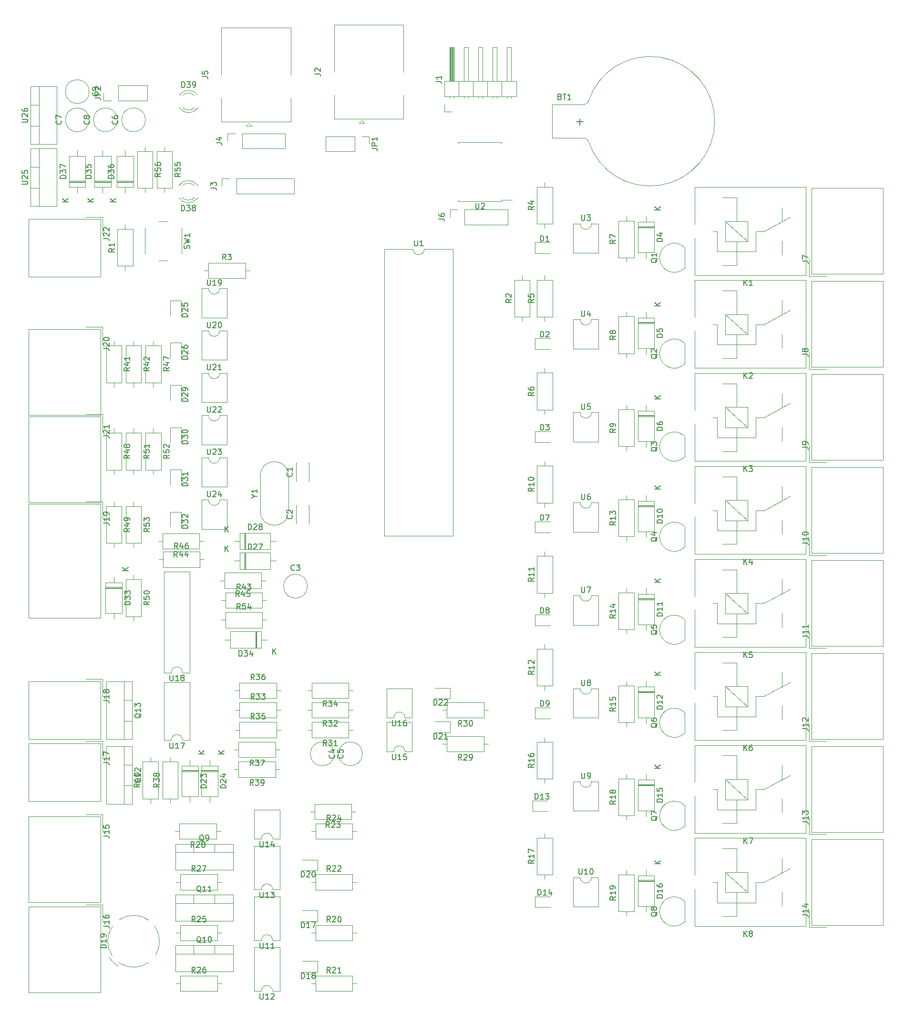
<source format=gbr>
G04 #@! TF.GenerationSoftware,KiCad,Pcbnew,(5.1.4)-1*
G04 #@! TF.CreationDate,2021-06-13T20:18:54-03:00*
G04 #@! TF.ProjectId,_autosave-PLC_Pic18f4550,5f617574-6f73-4617-9665-2d504c435f50,rev?*
G04 #@! TF.SameCoordinates,Original*
G04 #@! TF.FileFunction,Legend,Top*
G04 #@! TF.FilePolarity,Positive*
%FSLAX46Y46*%
G04 Gerber Fmt 4.6, Leading zero omitted, Abs format (unit mm)*
G04 Created by KiCad (PCBNEW (5.1.4)-1) date 2021-06-13 20:18:54*
%MOMM*%
%LPD*%
G04 APERTURE LIST*
%ADD10C,0.120000*%
%ADD11C,0.150000*%
G04 APERTURE END LIST*
D10*
X193050000Y-166350000D02*
X189050000Y-166350000D01*
X193050000Y-162750000D02*
X193050000Y-166350000D01*
X189050000Y-162750000D02*
X193050000Y-162750000D01*
X189050000Y-166350000D02*
X189050000Y-162750000D01*
X193050000Y-166350000D02*
X189050000Y-162750000D01*
X191050000Y-166350000D02*
X191050000Y-170550000D01*
X191050000Y-158550000D02*
X191050000Y-162750000D01*
X187650000Y-164550000D02*
X187650000Y-168150000D01*
X194450000Y-164550000D02*
X194450000Y-168150000D01*
X194450000Y-168150000D02*
X187650000Y-168150000D01*
X195950000Y-164550000D02*
X200550000Y-162050000D01*
X194450000Y-164550000D02*
X195950000Y-164550000D01*
X191050000Y-158550000D02*
X188550000Y-158550000D01*
X187650000Y-164550000D02*
X186850000Y-164550000D01*
X188550000Y-170550000D02*
X191050000Y-170550000D01*
X199150000Y-160300000D02*
X199150000Y-162800000D01*
X199150000Y-168700000D02*
X199150000Y-166250000D01*
X203400000Y-172300000D02*
X183600000Y-172300000D01*
X203400000Y-156700000D02*
X203400000Y-172300000D01*
X183600000Y-156700000D02*
X203400000Y-156700000D01*
X183600000Y-156700000D02*
X183600000Y-163300000D01*
X183600000Y-165700000D02*
X183600000Y-172300000D01*
X193050000Y-149850000D02*
X189050000Y-149850000D01*
X193050000Y-146250000D02*
X193050000Y-149850000D01*
X189050000Y-146250000D02*
X193050000Y-146250000D01*
X189050000Y-149850000D02*
X189050000Y-146250000D01*
X193050000Y-149850000D02*
X189050000Y-146250000D01*
X191050000Y-149850000D02*
X191050000Y-154050000D01*
X191050000Y-142050000D02*
X191050000Y-146250000D01*
X187650000Y-148050000D02*
X187650000Y-151650000D01*
X194450000Y-148050000D02*
X194450000Y-151650000D01*
X194450000Y-151650000D02*
X187650000Y-151650000D01*
X195950000Y-148050000D02*
X200550000Y-145550000D01*
X194450000Y-148050000D02*
X195950000Y-148050000D01*
X191050000Y-142050000D02*
X188550000Y-142050000D01*
X187650000Y-148050000D02*
X186850000Y-148050000D01*
X188550000Y-154050000D02*
X191050000Y-154050000D01*
X199150000Y-143800000D02*
X199150000Y-146300000D01*
X199150000Y-152200000D02*
X199150000Y-149750000D01*
X203400000Y-155800000D02*
X183600000Y-155800000D01*
X203400000Y-140200000D02*
X203400000Y-155800000D01*
X183600000Y-140200000D02*
X203400000Y-140200000D01*
X183600000Y-140200000D02*
X183600000Y-146800000D01*
X183600000Y-149200000D02*
X183600000Y-155800000D01*
X193050000Y-133350000D02*
X189050000Y-133350000D01*
X193050000Y-129750000D02*
X193050000Y-133350000D01*
X189050000Y-129750000D02*
X193050000Y-129750000D01*
X189050000Y-133350000D02*
X189050000Y-129750000D01*
X193050000Y-133350000D02*
X189050000Y-129750000D01*
X191050000Y-133350000D02*
X191050000Y-137550000D01*
X191050000Y-125550000D02*
X191050000Y-129750000D01*
X187650000Y-131550000D02*
X187650000Y-135150000D01*
X194450000Y-131550000D02*
X194450000Y-135150000D01*
X194450000Y-135150000D02*
X187650000Y-135150000D01*
X195950000Y-131550000D02*
X200550000Y-129050000D01*
X194450000Y-131550000D02*
X195950000Y-131550000D01*
X191050000Y-125550000D02*
X188550000Y-125550000D01*
X187650000Y-131550000D02*
X186850000Y-131550000D01*
X188550000Y-137550000D02*
X191050000Y-137550000D01*
X199150000Y-127300000D02*
X199150000Y-129800000D01*
X199150000Y-135700000D02*
X199150000Y-133250000D01*
X203400000Y-139300000D02*
X183600000Y-139300000D01*
X203400000Y-123700000D02*
X203400000Y-139300000D01*
X183600000Y-123700000D02*
X203400000Y-123700000D01*
X183600000Y-123700000D02*
X183600000Y-130300000D01*
X183600000Y-132700000D02*
X183600000Y-139300000D01*
X193050000Y-116850000D02*
X189050000Y-116850000D01*
X193050000Y-113250000D02*
X193050000Y-116850000D01*
X189050000Y-113250000D02*
X193050000Y-113250000D01*
X189050000Y-116850000D02*
X189050000Y-113250000D01*
X193050000Y-116850000D02*
X189050000Y-113250000D01*
X191050000Y-116850000D02*
X191050000Y-121050000D01*
X191050000Y-109050000D02*
X191050000Y-113250000D01*
X187650000Y-115050000D02*
X187650000Y-118650000D01*
X194450000Y-115050000D02*
X194450000Y-118650000D01*
X194450000Y-118650000D02*
X187650000Y-118650000D01*
X195950000Y-115050000D02*
X200550000Y-112550000D01*
X194450000Y-115050000D02*
X195950000Y-115050000D01*
X191050000Y-109050000D02*
X188550000Y-109050000D01*
X187650000Y-115050000D02*
X186850000Y-115050000D01*
X188550000Y-121050000D02*
X191050000Y-121050000D01*
X199150000Y-110800000D02*
X199150000Y-113300000D01*
X199150000Y-119200000D02*
X199150000Y-116750000D01*
X203400000Y-122800000D02*
X183600000Y-122800000D01*
X203400000Y-107200000D02*
X203400000Y-122800000D01*
X183600000Y-107200000D02*
X203400000Y-107200000D01*
X183600000Y-107200000D02*
X183600000Y-113800000D01*
X183600000Y-116200000D02*
X183600000Y-122800000D01*
X193050000Y-100350000D02*
X189050000Y-100350000D01*
X193050000Y-96750000D02*
X193050000Y-100350000D01*
X189050000Y-96750000D02*
X193050000Y-96750000D01*
X189050000Y-100350000D02*
X189050000Y-96750000D01*
X193050000Y-100350000D02*
X189050000Y-96750000D01*
X191050000Y-100350000D02*
X191050000Y-104550000D01*
X191050000Y-92550000D02*
X191050000Y-96750000D01*
X187650000Y-98550000D02*
X187650000Y-102150000D01*
X194450000Y-98550000D02*
X194450000Y-102150000D01*
X194450000Y-102150000D02*
X187650000Y-102150000D01*
X195950000Y-98550000D02*
X200550000Y-96050000D01*
X194450000Y-98550000D02*
X195950000Y-98550000D01*
X191050000Y-92550000D02*
X188550000Y-92550000D01*
X187650000Y-98550000D02*
X186850000Y-98550000D01*
X188550000Y-104550000D02*
X191050000Y-104550000D01*
X199150000Y-94300000D02*
X199150000Y-96800000D01*
X199150000Y-102700000D02*
X199150000Y-100250000D01*
X203400000Y-106300000D02*
X183600000Y-106300000D01*
X203400000Y-90700000D02*
X203400000Y-106300000D01*
X183600000Y-90700000D02*
X203400000Y-90700000D01*
X183600000Y-90700000D02*
X183600000Y-97300000D01*
X183600000Y-99700000D02*
X183600000Y-106300000D01*
X193050000Y-83850000D02*
X189050000Y-83850000D01*
X193050000Y-80250000D02*
X193050000Y-83850000D01*
X189050000Y-80250000D02*
X193050000Y-80250000D01*
X189050000Y-83850000D02*
X189050000Y-80250000D01*
X193050000Y-83850000D02*
X189050000Y-80250000D01*
X191050000Y-83850000D02*
X191050000Y-88050000D01*
X191050000Y-76050000D02*
X191050000Y-80250000D01*
X187650000Y-82050000D02*
X187650000Y-85650000D01*
X194450000Y-82050000D02*
X194450000Y-85650000D01*
X194450000Y-85650000D02*
X187650000Y-85650000D01*
X195950000Y-82050000D02*
X200550000Y-79550000D01*
X194450000Y-82050000D02*
X195950000Y-82050000D01*
X191050000Y-76050000D02*
X188550000Y-76050000D01*
X187650000Y-82050000D02*
X186850000Y-82050000D01*
X188550000Y-88050000D02*
X191050000Y-88050000D01*
X199150000Y-77800000D02*
X199150000Y-80300000D01*
X199150000Y-86200000D02*
X199150000Y-83750000D01*
X203400000Y-89800000D02*
X183600000Y-89800000D01*
X203400000Y-74200000D02*
X203400000Y-89800000D01*
X183600000Y-74200000D02*
X203400000Y-74200000D01*
X183600000Y-74200000D02*
X183600000Y-80800000D01*
X183600000Y-83200000D02*
X183600000Y-89800000D01*
X193050000Y-67350000D02*
X189050000Y-67350000D01*
X193050000Y-63750000D02*
X193050000Y-67350000D01*
X189050000Y-63750000D02*
X193050000Y-63750000D01*
X189050000Y-67350000D02*
X189050000Y-63750000D01*
X193050000Y-67350000D02*
X189050000Y-63750000D01*
X191050000Y-67350000D02*
X191050000Y-71550000D01*
X191050000Y-59550000D02*
X191050000Y-63750000D01*
X187650000Y-65550000D02*
X187650000Y-69150000D01*
X194450000Y-65550000D02*
X194450000Y-69150000D01*
X194450000Y-69150000D02*
X187650000Y-69150000D01*
X195950000Y-65550000D02*
X200550000Y-63050000D01*
X194450000Y-65550000D02*
X195950000Y-65550000D01*
X191050000Y-59550000D02*
X188550000Y-59550000D01*
X187650000Y-65550000D02*
X186850000Y-65550000D01*
X188550000Y-71550000D02*
X191050000Y-71550000D01*
X199150000Y-61300000D02*
X199150000Y-63800000D01*
X199150000Y-69700000D02*
X199150000Y-67250000D01*
X203400000Y-73300000D02*
X183600000Y-73300000D01*
X203400000Y-57700000D02*
X203400000Y-73300000D01*
X183600000Y-57700000D02*
X203400000Y-57700000D01*
X183600000Y-57700000D02*
X183600000Y-64300000D01*
X183600000Y-66700000D02*
X183600000Y-73300000D01*
X193050000Y-50850000D02*
X189050000Y-50850000D01*
X193050000Y-47250000D02*
X193050000Y-50850000D01*
X189050000Y-47250000D02*
X193050000Y-47250000D01*
X189050000Y-50850000D02*
X189050000Y-47250000D01*
X193050000Y-50850000D02*
X189050000Y-47250000D01*
X191050000Y-50850000D02*
X191050000Y-55050000D01*
X191050000Y-43050000D02*
X191050000Y-47250000D01*
X187650000Y-49050000D02*
X187650000Y-52650000D01*
X194450000Y-49050000D02*
X194450000Y-52650000D01*
X194450000Y-52650000D02*
X187650000Y-52650000D01*
X195950000Y-49050000D02*
X200550000Y-46550000D01*
X194450000Y-49050000D02*
X195950000Y-49050000D01*
X191050000Y-43050000D02*
X188550000Y-43050000D01*
X187650000Y-49050000D02*
X186850000Y-49050000D01*
X188550000Y-55050000D02*
X191050000Y-55050000D01*
X199150000Y-44800000D02*
X199150000Y-47300000D01*
X199150000Y-53200000D02*
X199150000Y-50750000D01*
X203400000Y-56800000D02*
X183600000Y-56800000D01*
X203400000Y-41200000D02*
X203400000Y-56800000D01*
X183600000Y-41200000D02*
X203400000Y-41200000D01*
X183600000Y-41200000D02*
X183600000Y-47800000D01*
X183600000Y-50200000D02*
X183600000Y-56800000D01*
X140185000Y-130040000D02*
X137500000Y-130040000D01*
X140185000Y-131960000D02*
X140185000Y-130040000D01*
X137500000Y-131960000D02*
X140185000Y-131960000D01*
X140185000Y-136040000D02*
X137500000Y-136040000D01*
X140185000Y-137960000D02*
X140185000Y-136040000D01*
X137500000Y-137960000D02*
X140185000Y-137960000D01*
X78120000Y-46880000D02*
X65380000Y-46880000D01*
X65380000Y-46880000D02*
X65380000Y-57120000D01*
X78120000Y-57120000D02*
X65380000Y-57120000D01*
X78120000Y-46880000D02*
X78120000Y-57120000D01*
X78120000Y-46880000D02*
X65380000Y-46880000D01*
X65380000Y-46880000D02*
X65380000Y-57120000D01*
X78120000Y-57120000D02*
X65380000Y-57120000D01*
X78120000Y-46880000D02*
X78120000Y-57120000D01*
X78500000Y-46500000D02*
X78500000Y-49500000D01*
X75500000Y-46500000D02*
X78500000Y-46500000D01*
X111525000Y-92425000D02*
G75*
G03X106475000Y-92425000I-2525000J0D01*
G01*
X111525000Y-98675000D02*
G75*
G02X106475000Y-98675000I-2525000J0D01*
G01*
X111525000Y-98675000D02*
X111525000Y-92425000D01*
X106475000Y-98675000D02*
X106475000Y-92425000D01*
X65730000Y-26609000D02*
X67240000Y-26609000D01*
X65730000Y-30310000D02*
X67240000Y-30310000D01*
X67240000Y-33580000D02*
X67240000Y-23340000D01*
X65730000Y-23340000D02*
X70371000Y-23340000D01*
X65730000Y-33580000D02*
X70371000Y-33580000D01*
X70371000Y-33580000D02*
X70371000Y-23340000D01*
X65730000Y-33580000D02*
X65730000Y-23340000D01*
X65730000Y-37609000D02*
X67240000Y-37609000D01*
X65730000Y-41310000D02*
X67240000Y-41310000D01*
X67240000Y-44580000D02*
X67240000Y-34340000D01*
X65730000Y-34340000D02*
X70371000Y-34340000D01*
X65730000Y-44580000D02*
X70371000Y-44580000D01*
X70371000Y-44580000D02*
X70371000Y-34340000D01*
X65730000Y-44580000D02*
X65730000Y-34340000D01*
X100560000Y-96670000D02*
X99310000Y-96670000D01*
X100560000Y-101870000D02*
X100560000Y-96670000D01*
X96060000Y-101870000D02*
X100560000Y-101870000D01*
X96060000Y-96670000D02*
X96060000Y-101870000D01*
X97310000Y-96670000D02*
X96060000Y-96670000D01*
X99310000Y-96670000D02*
G75*
G02X97310000Y-96670000I-1000000J0D01*
G01*
X100560000Y-89170000D02*
X99310000Y-89170000D01*
X100560000Y-94370000D02*
X100560000Y-89170000D01*
X96060000Y-94370000D02*
X100560000Y-94370000D01*
X96060000Y-89170000D02*
X96060000Y-94370000D01*
X97310000Y-89170000D02*
X96060000Y-89170000D01*
X99310000Y-89170000D02*
G75*
G02X97310000Y-89170000I-1000000J0D01*
G01*
X100560000Y-81670000D02*
X99310000Y-81670000D01*
X100560000Y-86870000D02*
X100560000Y-81670000D01*
X96060000Y-86870000D02*
X100560000Y-86870000D01*
X96060000Y-81670000D02*
X96060000Y-86870000D01*
X97310000Y-81670000D02*
X96060000Y-81670000D01*
X99310000Y-81670000D02*
G75*
G02X97310000Y-81670000I-1000000J0D01*
G01*
X100560000Y-74170000D02*
X99310000Y-74170000D01*
X100560000Y-79370000D02*
X100560000Y-74170000D01*
X96060000Y-79370000D02*
X100560000Y-79370000D01*
X96060000Y-74170000D02*
X96060000Y-79370000D01*
X97310000Y-74170000D02*
X96060000Y-74170000D01*
X99310000Y-74170000D02*
G75*
G02X97310000Y-74170000I-1000000J0D01*
G01*
X100560000Y-66670000D02*
X99310000Y-66670000D01*
X100560000Y-71870000D02*
X100560000Y-66670000D01*
X96060000Y-71870000D02*
X100560000Y-71870000D01*
X96060000Y-66670000D02*
X96060000Y-71870000D01*
X97310000Y-66670000D02*
X96060000Y-66670000D01*
X99310000Y-66670000D02*
G75*
G02X97310000Y-66670000I-1000000J0D01*
G01*
X100560000Y-59170000D02*
X99310000Y-59170000D01*
X100560000Y-64370000D02*
X100560000Y-59170000D01*
X96060000Y-64370000D02*
X100560000Y-64370000D01*
X96060000Y-59170000D02*
X96060000Y-64370000D01*
X97310000Y-59170000D02*
X96060000Y-59170000D01*
X99310000Y-59170000D02*
G75*
G02X97310000Y-59170000I-1000000J0D01*
G01*
X89440000Y-127330000D02*
X90690000Y-127330000D01*
X89440000Y-109430000D02*
X89440000Y-127330000D01*
X93940000Y-109430000D02*
X89440000Y-109430000D01*
X93940000Y-127330000D02*
X93940000Y-109430000D01*
X92690000Y-127330000D02*
X93940000Y-127330000D01*
X90690000Y-127330000D02*
G75*
G02X92690000Y-127330000I1000000J0D01*
G01*
X89440000Y-139330000D02*
X90690000Y-139330000D01*
X89440000Y-129050000D02*
X89440000Y-139330000D01*
X93940000Y-129050000D02*
X89440000Y-129050000D01*
X93940000Y-139330000D02*
X93940000Y-129050000D01*
X92690000Y-139330000D02*
X93940000Y-139330000D01*
X90690000Y-139330000D02*
G75*
G02X92690000Y-139330000I1000000J0D01*
G01*
X128940000Y-135330000D02*
X130190000Y-135330000D01*
X128940000Y-130130000D02*
X128940000Y-135330000D01*
X133440000Y-130130000D02*
X128940000Y-130130000D01*
X133440000Y-135330000D02*
X133440000Y-130130000D01*
X132190000Y-135330000D02*
X133440000Y-135330000D01*
X130190000Y-135330000D02*
G75*
G02X132190000Y-135330000I1000000J0D01*
G01*
X128940000Y-141330000D02*
X130190000Y-141330000D01*
X128940000Y-136130000D02*
X128940000Y-141330000D01*
X133440000Y-136130000D02*
X128940000Y-136130000D01*
X133440000Y-141330000D02*
X133440000Y-136130000D01*
X132190000Y-141330000D02*
X133440000Y-141330000D01*
X130190000Y-141330000D02*
G75*
G02X132190000Y-141330000I1000000J0D01*
G01*
X105440000Y-156830000D02*
X106690000Y-156830000D01*
X105440000Y-151630000D02*
X105440000Y-156830000D01*
X109940000Y-151630000D02*
X105440000Y-151630000D01*
X109940000Y-156830000D02*
X109940000Y-151630000D01*
X108690000Y-156830000D02*
X109940000Y-156830000D01*
X106690000Y-156830000D02*
G75*
G02X108690000Y-156830000I1000000J0D01*
G01*
X105440000Y-165830000D02*
X106690000Y-165830000D01*
X105440000Y-158090000D02*
X105440000Y-165830000D01*
X109940000Y-158090000D02*
X105440000Y-158090000D01*
X109940000Y-165830000D02*
X109940000Y-158090000D01*
X108690000Y-165830000D02*
X109940000Y-165830000D01*
X106690000Y-165830000D02*
G75*
G02X108690000Y-165830000I1000000J0D01*
G01*
X105440000Y-183830000D02*
X106690000Y-183830000D01*
X105440000Y-176090000D02*
X105440000Y-183830000D01*
X109940000Y-176090000D02*
X105440000Y-176090000D01*
X109940000Y-183830000D02*
X109940000Y-176090000D01*
X108690000Y-183830000D02*
X109940000Y-183830000D01*
X106690000Y-183830000D02*
G75*
G02X108690000Y-183830000I1000000J0D01*
G01*
X105440000Y-174830000D02*
X106690000Y-174830000D01*
X105440000Y-167090000D02*
X105440000Y-174830000D01*
X109940000Y-167090000D02*
X105440000Y-167090000D01*
X109940000Y-174830000D02*
X109940000Y-167090000D01*
X108690000Y-174830000D02*
X109940000Y-174830000D01*
X106690000Y-174830000D02*
G75*
G02X108690000Y-174830000I1000000J0D01*
G01*
X165310000Y-163670000D02*
G75*
G02X163310000Y-163670000I-1000000J0D01*
G01*
X163310000Y-163670000D02*
X162060000Y-163670000D01*
X162060000Y-163670000D02*
X162060000Y-168870000D01*
X162060000Y-168870000D02*
X166560000Y-168870000D01*
X166560000Y-168870000D02*
X166560000Y-163670000D01*
X166560000Y-163670000D02*
X165310000Y-163670000D01*
X166560000Y-146670000D02*
X165310000Y-146670000D01*
X166560000Y-151870000D02*
X166560000Y-146670000D01*
X162060000Y-151870000D02*
X166560000Y-151870000D01*
X162060000Y-146670000D02*
X162060000Y-151870000D01*
X163310000Y-146670000D02*
X162060000Y-146670000D01*
X165310000Y-146670000D02*
G75*
G02X163310000Y-146670000I-1000000J0D01*
G01*
X166560000Y-130170000D02*
X165310000Y-130170000D01*
X166560000Y-135370000D02*
X166560000Y-130170000D01*
X162060000Y-135370000D02*
X166560000Y-135370000D01*
X162060000Y-130170000D02*
X162060000Y-135370000D01*
X163310000Y-130170000D02*
X162060000Y-130170000D01*
X165310000Y-130170000D02*
G75*
G02X163310000Y-130170000I-1000000J0D01*
G01*
X166560000Y-113670000D02*
X165310000Y-113670000D01*
X166560000Y-118870000D02*
X166560000Y-113670000D01*
X162060000Y-118870000D02*
X166560000Y-118870000D01*
X162060000Y-113670000D02*
X162060000Y-118870000D01*
X163310000Y-113670000D02*
X162060000Y-113670000D01*
X165310000Y-113670000D02*
G75*
G02X163310000Y-113670000I-1000000J0D01*
G01*
X166560000Y-97170000D02*
X165310000Y-97170000D01*
X166560000Y-102370000D02*
X166560000Y-97170000D01*
X162060000Y-102370000D02*
X166560000Y-102370000D01*
X162060000Y-97170000D02*
X162060000Y-102370000D01*
X163310000Y-97170000D02*
X162060000Y-97170000D01*
X165310000Y-97170000D02*
G75*
G02X163310000Y-97170000I-1000000J0D01*
G01*
X166560000Y-81170000D02*
X165310000Y-81170000D01*
X166560000Y-86370000D02*
X166560000Y-81170000D01*
X162060000Y-86370000D02*
X166560000Y-86370000D01*
X162060000Y-81170000D02*
X162060000Y-86370000D01*
X163310000Y-81170000D02*
X162060000Y-81170000D01*
X165310000Y-81170000D02*
G75*
G02X163310000Y-81170000I-1000000J0D01*
G01*
X166560000Y-64670000D02*
X165310000Y-64670000D01*
X166560000Y-69870000D02*
X166560000Y-64670000D01*
X162060000Y-69870000D02*
X166560000Y-69870000D01*
X162060000Y-64670000D02*
X162060000Y-69870000D01*
X163310000Y-64670000D02*
X162060000Y-64670000D01*
X165310000Y-64670000D02*
G75*
G02X163310000Y-64670000I-1000000J0D01*
G01*
X166560000Y-47670000D02*
X165310000Y-47670000D01*
X166560000Y-52870000D02*
X166560000Y-47670000D01*
X162060000Y-52870000D02*
X166560000Y-52870000D01*
X162060000Y-47670000D02*
X162060000Y-52870000D01*
X163310000Y-47670000D02*
X162060000Y-47670000D01*
X165310000Y-47670000D02*
G75*
G02X163310000Y-47670000I-1000000J0D01*
G01*
X149360000Y-43505000D02*
X151175000Y-43505000D01*
X149360000Y-43760000D02*
X149360000Y-43505000D01*
X145500000Y-43760000D02*
X149360000Y-43760000D01*
X141640000Y-43760000D02*
X141640000Y-43505000D01*
X145500000Y-43760000D02*
X141640000Y-43760000D01*
X149360000Y-33240000D02*
X149360000Y-33495000D01*
X145500000Y-33240000D02*
X149360000Y-33240000D01*
X141640000Y-33240000D02*
X141640000Y-33495000D01*
X145500000Y-33240000D02*
X141640000Y-33240000D01*
X140680000Y-52170000D02*
X135620000Y-52170000D01*
X140680000Y-103090000D02*
X140680000Y-52170000D01*
X128560000Y-103090000D02*
X140680000Y-103090000D01*
X128560000Y-52170000D02*
X128560000Y-103090000D01*
X133620000Y-52170000D02*
X128560000Y-52170000D01*
X135620000Y-52170000D02*
G75*
G02X133620000Y-52170000I-1000000J0D01*
G01*
X88500000Y-54250000D02*
X90000000Y-54250000D01*
X92500000Y-53000000D02*
X92500000Y-48500000D01*
X90000000Y-47250000D02*
X88500000Y-47250000D01*
X86000000Y-48500000D02*
X86000000Y-53000000D01*
X86000000Y-42120000D02*
X86000000Y-41350000D01*
X86000000Y-34040000D02*
X86000000Y-34810000D01*
X87370000Y-41350000D02*
X87370000Y-34810000D01*
X84630000Y-41350000D02*
X87370000Y-41350000D01*
X84630000Y-34810000D02*
X84630000Y-41350000D01*
X87370000Y-34810000D02*
X84630000Y-34810000D01*
X89500000Y-42120000D02*
X89500000Y-41350000D01*
X89500000Y-34040000D02*
X89500000Y-34810000D01*
X90870000Y-41350000D02*
X90870000Y-34810000D01*
X88130000Y-41350000D02*
X90870000Y-41350000D01*
X88130000Y-34810000D02*
X88130000Y-41350000D01*
X90870000Y-34810000D02*
X88130000Y-34810000D01*
X107620000Y-118000000D02*
X106850000Y-118000000D01*
X99540000Y-118000000D02*
X100310000Y-118000000D01*
X106850000Y-116630000D02*
X100310000Y-116630000D01*
X106850000Y-119370000D02*
X106850000Y-116630000D01*
X100310000Y-119370000D02*
X106850000Y-119370000D01*
X100310000Y-116630000D02*
X100310000Y-119370000D01*
X84000000Y-105120000D02*
X84000000Y-104350000D01*
X84000000Y-97040000D02*
X84000000Y-97810000D01*
X85370000Y-104350000D02*
X85370000Y-97810000D01*
X82630000Y-104350000D02*
X85370000Y-104350000D01*
X82630000Y-97810000D02*
X82630000Y-104350000D01*
X85370000Y-97810000D02*
X82630000Y-97810000D01*
X87500000Y-92120000D02*
X87500000Y-91350000D01*
X87500000Y-84040000D02*
X87500000Y-84810000D01*
X88870000Y-91350000D02*
X88870000Y-84810000D01*
X86130000Y-91350000D02*
X88870000Y-91350000D01*
X86130000Y-84810000D02*
X86130000Y-91350000D01*
X88870000Y-84810000D02*
X86130000Y-84810000D01*
X84000000Y-92120000D02*
X84000000Y-91350000D01*
X84000000Y-84040000D02*
X84000000Y-84810000D01*
X85370000Y-91350000D02*
X85370000Y-84810000D01*
X82630000Y-91350000D02*
X85370000Y-91350000D01*
X82630000Y-84810000D02*
X82630000Y-91350000D01*
X85370000Y-84810000D02*
X82630000Y-84810000D01*
X84000000Y-118120000D02*
X84000000Y-117350000D01*
X84000000Y-110040000D02*
X84000000Y-110810000D01*
X85370000Y-117350000D02*
X85370000Y-110810000D01*
X82630000Y-117350000D02*
X85370000Y-117350000D01*
X82630000Y-110810000D02*
X82630000Y-117350000D01*
X85370000Y-110810000D02*
X82630000Y-110810000D01*
X80500000Y-105120000D02*
X80500000Y-104350000D01*
X80500000Y-97040000D02*
X80500000Y-97810000D01*
X81870000Y-104350000D02*
X81870000Y-97810000D01*
X79130000Y-104350000D02*
X81870000Y-104350000D01*
X79130000Y-97810000D02*
X79130000Y-104350000D01*
X81870000Y-97810000D02*
X79130000Y-97810000D01*
X80500000Y-92120000D02*
X80500000Y-91350000D01*
X80500000Y-84040000D02*
X80500000Y-84810000D01*
X81870000Y-91350000D02*
X81870000Y-84810000D01*
X79130000Y-91350000D02*
X81870000Y-91350000D01*
X79130000Y-84810000D02*
X79130000Y-91350000D01*
X81870000Y-84810000D02*
X79130000Y-84810000D01*
X87500000Y-76620000D02*
X87500000Y-75850000D01*
X87500000Y-68540000D02*
X87500000Y-69310000D01*
X88870000Y-75850000D02*
X88870000Y-69310000D01*
X86130000Y-75850000D02*
X88870000Y-75850000D01*
X86130000Y-69310000D02*
X86130000Y-75850000D01*
X88870000Y-69310000D02*
X86130000Y-69310000D01*
X96520000Y-107250000D02*
X95750000Y-107250000D01*
X88440000Y-107250000D02*
X89210000Y-107250000D01*
X95750000Y-105880000D02*
X89210000Y-105880000D01*
X95750000Y-108620000D02*
X95750000Y-105880000D01*
X89210000Y-108620000D02*
X95750000Y-108620000D01*
X89210000Y-105880000D02*
X89210000Y-108620000D01*
X99380000Y-111000000D02*
X100150000Y-111000000D01*
X107460000Y-111000000D02*
X106690000Y-111000000D01*
X100150000Y-112370000D02*
X106690000Y-112370000D01*
X100150000Y-109630000D02*
X100150000Y-112370000D01*
X106690000Y-109630000D02*
X100150000Y-109630000D01*
X106690000Y-112370000D02*
X106690000Y-109630000D01*
X88380000Y-104000000D02*
X89150000Y-104000000D01*
X96460000Y-104000000D02*
X95690000Y-104000000D01*
X89150000Y-105370000D02*
X95690000Y-105370000D01*
X89150000Y-102630000D02*
X89150000Y-105370000D01*
X95690000Y-102630000D02*
X89150000Y-102630000D01*
X95690000Y-105370000D02*
X95690000Y-102630000D01*
X107620000Y-114500000D02*
X106850000Y-114500000D01*
X99540000Y-114500000D02*
X100310000Y-114500000D01*
X106850000Y-113130000D02*
X100310000Y-113130000D01*
X106850000Y-115870000D02*
X106850000Y-113130000D01*
X100310000Y-115870000D02*
X106850000Y-115870000D01*
X100310000Y-113130000D02*
X100310000Y-115870000D01*
X84000000Y-76620000D02*
X84000000Y-75850000D01*
X84000000Y-68540000D02*
X84000000Y-69310000D01*
X85370000Y-75850000D02*
X85370000Y-69310000D01*
X82630000Y-75850000D02*
X85370000Y-75850000D01*
X82630000Y-69310000D02*
X82630000Y-75850000D01*
X85370000Y-69310000D02*
X82630000Y-69310000D01*
X80500000Y-76620000D02*
X80500000Y-75850000D01*
X80500000Y-68540000D02*
X80500000Y-69310000D01*
X81870000Y-75850000D02*
X81870000Y-69310000D01*
X79130000Y-75850000D02*
X81870000Y-75850000D01*
X79130000Y-69310000D02*
X79130000Y-75850000D01*
X81870000Y-69310000D02*
X79130000Y-69310000D01*
X87000000Y-142380000D02*
X87000000Y-143150000D01*
X87000000Y-150460000D02*
X87000000Y-149690000D01*
X85630000Y-143150000D02*
X85630000Y-149690000D01*
X88370000Y-143150000D02*
X85630000Y-143150000D01*
X88370000Y-149690000D02*
X88370000Y-143150000D01*
X85630000Y-149690000D02*
X88370000Y-149690000D01*
X101880000Y-144500000D02*
X102650000Y-144500000D01*
X109960000Y-144500000D02*
X109190000Y-144500000D01*
X102650000Y-145870000D02*
X109190000Y-145870000D01*
X102650000Y-143130000D02*
X102650000Y-145870000D01*
X109190000Y-143130000D02*
X102650000Y-143130000D01*
X109190000Y-145870000D02*
X109190000Y-143130000D01*
X90500000Y-142380000D02*
X90500000Y-143150000D01*
X90500000Y-150460000D02*
X90500000Y-149690000D01*
X89130000Y-143150000D02*
X89130000Y-149690000D01*
X91870000Y-143150000D02*
X89130000Y-143150000D01*
X91870000Y-149690000D02*
X91870000Y-143150000D01*
X89130000Y-149690000D02*
X91870000Y-149690000D01*
X101880000Y-141000000D02*
X102650000Y-141000000D01*
X109960000Y-141000000D02*
X109190000Y-141000000D01*
X102650000Y-142370000D02*
X109190000Y-142370000D01*
X102650000Y-139630000D02*
X102650000Y-142370000D01*
X109190000Y-139630000D02*
X102650000Y-139630000D01*
X109190000Y-142370000D02*
X109190000Y-139630000D01*
X110120000Y-130500000D02*
X109350000Y-130500000D01*
X102040000Y-130500000D02*
X102810000Y-130500000D01*
X109350000Y-129130000D02*
X102810000Y-129130000D01*
X109350000Y-131870000D02*
X109350000Y-129130000D01*
X102810000Y-131870000D02*
X109350000Y-131870000D01*
X102810000Y-129130000D02*
X102810000Y-131870000D01*
X110120000Y-137500000D02*
X109350000Y-137500000D01*
X102040000Y-137500000D02*
X102810000Y-137500000D01*
X109350000Y-136130000D02*
X102810000Y-136130000D01*
X109350000Y-138870000D02*
X109350000Y-136130000D01*
X102810000Y-138870000D02*
X109350000Y-138870000D01*
X102810000Y-136130000D02*
X102810000Y-138870000D01*
X114880000Y-130500000D02*
X115650000Y-130500000D01*
X122960000Y-130500000D02*
X122190000Y-130500000D01*
X115650000Y-131870000D02*
X122190000Y-131870000D01*
X115650000Y-129130000D02*
X115650000Y-131870000D01*
X122190000Y-129130000D02*
X115650000Y-129130000D01*
X122190000Y-131870000D02*
X122190000Y-129130000D01*
X110120000Y-134000000D02*
X109350000Y-134000000D01*
X102040000Y-134000000D02*
X102810000Y-134000000D01*
X109350000Y-132630000D02*
X102810000Y-132630000D01*
X109350000Y-135370000D02*
X109350000Y-132630000D01*
X102810000Y-135370000D02*
X109350000Y-135370000D01*
X102810000Y-132630000D02*
X102810000Y-135370000D01*
X114880000Y-134000000D02*
X115650000Y-134000000D01*
X122960000Y-134000000D02*
X122190000Y-134000000D01*
X115650000Y-135370000D02*
X122190000Y-135370000D01*
X115650000Y-132630000D02*
X115650000Y-135370000D01*
X122190000Y-132630000D02*
X115650000Y-132630000D01*
X122190000Y-135370000D02*
X122190000Y-132630000D01*
X114880000Y-137500000D02*
X115650000Y-137500000D01*
X122960000Y-137500000D02*
X122190000Y-137500000D01*
X115650000Y-138870000D02*
X122190000Y-138870000D01*
X115650000Y-136130000D02*
X115650000Y-138870000D01*
X122190000Y-136130000D02*
X115650000Y-136130000D01*
X122190000Y-138870000D02*
X122190000Y-136130000D01*
X138880000Y-134000000D02*
X139650000Y-134000000D01*
X146960000Y-134000000D02*
X146190000Y-134000000D01*
X139650000Y-135370000D02*
X146190000Y-135370000D01*
X139650000Y-132630000D02*
X139650000Y-135370000D01*
X146190000Y-132630000D02*
X139650000Y-132630000D01*
X146190000Y-135370000D02*
X146190000Y-132630000D01*
X138880000Y-140000000D02*
X139650000Y-140000000D01*
X146960000Y-140000000D02*
X146190000Y-140000000D01*
X139650000Y-141370000D02*
X146190000Y-141370000D01*
X139650000Y-138630000D02*
X139650000Y-141370000D01*
X146190000Y-138630000D02*
X139650000Y-138630000D01*
X146190000Y-141370000D02*
X146190000Y-138630000D01*
X91380000Y-155500000D02*
X92150000Y-155500000D01*
X99460000Y-155500000D02*
X98690000Y-155500000D01*
X92150000Y-156870000D02*
X98690000Y-156870000D01*
X92150000Y-154130000D02*
X92150000Y-156870000D01*
X98690000Y-154130000D02*
X92150000Y-154130000D01*
X98690000Y-156870000D02*
X98690000Y-154130000D01*
X99620000Y-164500000D02*
X98850000Y-164500000D01*
X91540000Y-164500000D02*
X92310000Y-164500000D01*
X98850000Y-163130000D02*
X92310000Y-163130000D01*
X98850000Y-165870000D02*
X98850000Y-163130000D01*
X92310000Y-165870000D02*
X98850000Y-165870000D01*
X92310000Y-163130000D02*
X92310000Y-165870000D01*
X99620000Y-182500000D02*
X98850000Y-182500000D01*
X91540000Y-182500000D02*
X92310000Y-182500000D01*
X98850000Y-181130000D02*
X92310000Y-181130000D01*
X98850000Y-183870000D02*
X98850000Y-181130000D01*
X92310000Y-183870000D02*
X98850000Y-183870000D01*
X92310000Y-181130000D02*
X92310000Y-183870000D01*
X99620000Y-173500000D02*
X98850000Y-173500000D01*
X91540000Y-173500000D02*
X92310000Y-173500000D01*
X98850000Y-172130000D02*
X92310000Y-172130000D01*
X98850000Y-174870000D02*
X98850000Y-172130000D01*
X92310000Y-174870000D02*
X98850000Y-174870000D01*
X92310000Y-172130000D02*
X92310000Y-174870000D01*
X123620000Y-155500000D02*
X122850000Y-155500000D01*
X115540000Y-155500000D02*
X116310000Y-155500000D01*
X122850000Y-154130000D02*
X116310000Y-154130000D01*
X122850000Y-156870000D02*
X122850000Y-154130000D01*
X116310000Y-156870000D02*
X122850000Y-156870000D01*
X116310000Y-154130000D02*
X116310000Y-156870000D01*
X115380000Y-152000000D02*
X116150000Y-152000000D01*
X123460000Y-152000000D02*
X122690000Y-152000000D01*
X116150000Y-153370000D02*
X122690000Y-153370000D01*
X116150000Y-150630000D02*
X116150000Y-153370000D01*
X122690000Y-150630000D02*
X116150000Y-150630000D01*
X122690000Y-153370000D02*
X122690000Y-150630000D01*
X123620000Y-164500000D02*
X122850000Y-164500000D01*
X115540000Y-164500000D02*
X116310000Y-164500000D01*
X122850000Y-163130000D02*
X116310000Y-163130000D01*
X122850000Y-165870000D02*
X122850000Y-163130000D01*
X116310000Y-165870000D02*
X122850000Y-165870000D01*
X116310000Y-163130000D02*
X116310000Y-165870000D01*
X123620000Y-182500000D02*
X122850000Y-182500000D01*
X115540000Y-182500000D02*
X116310000Y-182500000D01*
X122850000Y-181130000D02*
X116310000Y-181130000D01*
X122850000Y-183870000D02*
X122850000Y-181130000D01*
X116310000Y-183870000D02*
X122850000Y-183870000D01*
X116310000Y-181130000D02*
X116310000Y-183870000D01*
X123620000Y-173500000D02*
X122850000Y-173500000D01*
X115540000Y-173500000D02*
X116310000Y-173500000D01*
X122850000Y-172130000D02*
X116310000Y-172130000D01*
X122850000Y-174870000D02*
X122850000Y-172130000D01*
X116310000Y-174870000D02*
X122850000Y-174870000D01*
X116310000Y-172130000D02*
X116310000Y-174870000D01*
X170130000Y-169690000D02*
X172870000Y-169690000D01*
X172870000Y-169690000D02*
X172870000Y-163150000D01*
X172870000Y-163150000D02*
X170130000Y-163150000D01*
X170130000Y-163150000D02*
X170130000Y-169690000D01*
X171500000Y-170460000D02*
X171500000Y-169690000D01*
X171500000Y-162380000D02*
X171500000Y-163150000D01*
X171500000Y-145380000D02*
X171500000Y-146150000D01*
X171500000Y-153460000D02*
X171500000Y-152690000D01*
X170130000Y-146150000D02*
X170130000Y-152690000D01*
X172870000Y-146150000D02*
X170130000Y-146150000D01*
X172870000Y-152690000D02*
X172870000Y-146150000D01*
X170130000Y-152690000D02*
X172870000Y-152690000D01*
X155630000Y-163190000D02*
X158370000Y-163190000D01*
X158370000Y-163190000D02*
X158370000Y-156650000D01*
X158370000Y-156650000D02*
X155630000Y-156650000D01*
X155630000Y-156650000D02*
X155630000Y-163190000D01*
X157000000Y-163960000D02*
X157000000Y-163190000D01*
X157000000Y-155880000D02*
X157000000Y-156650000D01*
X157000000Y-138880000D02*
X157000000Y-139650000D01*
X157000000Y-146960000D02*
X157000000Y-146190000D01*
X155630000Y-139650000D02*
X155630000Y-146190000D01*
X158370000Y-139650000D02*
X155630000Y-139650000D01*
X158370000Y-146190000D02*
X158370000Y-139650000D01*
X155630000Y-146190000D02*
X158370000Y-146190000D01*
X171500000Y-128880000D02*
X171500000Y-129650000D01*
X171500000Y-136960000D02*
X171500000Y-136190000D01*
X170130000Y-129650000D02*
X170130000Y-136190000D01*
X172870000Y-129650000D02*
X170130000Y-129650000D01*
X172870000Y-136190000D02*
X172870000Y-129650000D01*
X170130000Y-136190000D02*
X172870000Y-136190000D01*
X171500000Y-112380000D02*
X171500000Y-113150000D01*
X171500000Y-120460000D02*
X171500000Y-119690000D01*
X170130000Y-113150000D02*
X170130000Y-119690000D01*
X172870000Y-113150000D02*
X170130000Y-113150000D01*
X172870000Y-119690000D02*
X172870000Y-113150000D01*
X170130000Y-119690000D02*
X172870000Y-119690000D01*
X171500000Y-95880000D02*
X171500000Y-96650000D01*
X171500000Y-103960000D02*
X171500000Y-103190000D01*
X170130000Y-96650000D02*
X170130000Y-103190000D01*
X172870000Y-96650000D02*
X170130000Y-96650000D01*
X172870000Y-103190000D02*
X172870000Y-96650000D01*
X170130000Y-103190000D02*
X172870000Y-103190000D01*
X157000000Y-122380000D02*
X157000000Y-123150000D01*
X157000000Y-130460000D02*
X157000000Y-129690000D01*
X155630000Y-123150000D02*
X155630000Y-129690000D01*
X158370000Y-123150000D02*
X155630000Y-123150000D01*
X158370000Y-129690000D02*
X158370000Y-123150000D01*
X155630000Y-129690000D02*
X158370000Y-129690000D01*
X157000000Y-105880000D02*
X157000000Y-106650000D01*
X157000000Y-113960000D02*
X157000000Y-113190000D01*
X155630000Y-106650000D02*
X155630000Y-113190000D01*
X158370000Y-106650000D02*
X155630000Y-106650000D01*
X158370000Y-113190000D02*
X158370000Y-106650000D01*
X155630000Y-113190000D02*
X158370000Y-113190000D01*
X157000000Y-89880000D02*
X157000000Y-90650000D01*
X157000000Y-97960000D02*
X157000000Y-97190000D01*
X155630000Y-90650000D02*
X155630000Y-97190000D01*
X158370000Y-90650000D02*
X155630000Y-90650000D01*
X158370000Y-97190000D02*
X158370000Y-90650000D01*
X155630000Y-97190000D02*
X158370000Y-97190000D01*
X171500000Y-79880000D02*
X171500000Y-80650000D01*
X171500000Y-87960000D02*
X171500000Y-87190000D01*
X170130000Y-80650000D02*
X170130000Y-87190000D01*
X172870000Y-80650000D02*
X170130000Y-80650000D01*
X172870000Y-87190000D02*
X172870000Y-80650000D01*
X170130000Y-87190000D02*
X172870000Y-87190000D01*
X171500000Y-63380000D02*
X171500000Y-64150000D01*
X171500000Y-71460000D02*
X171500000Y-70690000D01*
X170130000Y-64150000D02*
X170130000Y-70690000D01*
X172870000Y-64150000D02*
X170130000Y-64150000D01*
X172870000Y-70690000D02*
X172870000Y-64150000D01*
X170130000Y-70690000D02*
X172870000Y-70690000D01*
X171500000Y-46380000D02*
X171500000Y-47150000D01*
X171500000Y-54460000D02*
X171500000Y-53690000D01*
X170130000Y-47150000D02*
X170130000Y-53690000D01*
X172870000Y-47150000D02*
X170130000Y-47150000D01*
X172870000Y-53690000D02*
X172870000Y-47150000D01*
X170130000Y-53690000D02*
X172870000Y-53690000D01*
X157000000Y-73380000D02*
X157000000Y-74150000D01*
X157000000Y-81460000D02*
X157000000Y-80690000D01*
X155630000Y-74150000D02*
X155630000Y-80690000D01*
X158370000Y-74150000D02*
X155630000Y-74150000D01*
X158370000Y-80690000D02*
X158370000Y-74150000D01*
X155630000Y-80690000D02*
X158370000Y-80690000D01*
X157000000Y-56880000D02*
X157000000Y-57650000D01*
X157000000Y-64960000D02*
X157000000Y-64190000D01*
X155630000Y-57650000D02*
X155630000Y-64190000D01*
X158370000Y-57650000D02*
X155630000Y-57650000D01*
X158370000Y-64190000D02*
X158370000Y-57650000D01*
X155630000Y-64190000D02*
X158370000Y-64190000D01*
X157000000Y-40380000D02*
X157000000Y-41150000D01*
X157000000Y-48460000D02*
X157000000Y-47690000D01*
X155630000Y-41150000D02*
X155630000Y-47690000D01*
X158370000Y-41150000D02*
X155630000Y-41150000D01*
X158370000Y-47690000D02*
X158370000Y-41150000D01*
X155630000Y-47690000D02*
X158370000Y-47690000D01*
X104620000Y-56000000D02*
X103850000Y-56000000D01*
X96540000Y-56000000D02*
X97310000Y-56000000D01*
X103850000Y-54630000D02*
X97310000Y-54630000D01*
X103850000Y-57370000D02*
X103850000Y-54630000D01*
X97310000Y-57370000D02*
X103850000Y-57370000D01*
X97310000Y-54630000D02*
X97310000Y-57370000D01*
X153000000Y-56880000D02*
X153000000Y-57650000D01*
X153000000Y-64960000D02*
X153000000Y-64190000D01*
X151630000Y-57650000D02*
X151630000Y-64190000D01*
X154370000Y-57650000D02*
X151630000Y-57650000D01*
X154370000Y-64190000D02*
X154370000Y-57650000D01*
X151630000Y-64190000D02*
X154370000Y-64190000D01*
X82500000Y-47880000D02*
X82500000Y-48650000D01*
X82500000Y-55960000D02*
X82500000Y-55190000D01*
X81130000Y-48650000D02*
X81130000Y-55190000D01*
X83870000Y-48650000D02*
X81130000Y-48650000D01*
X83870000Y-55190000D02*
X83870000Y-48650000D01*
X81130000Y-55190000D02*
X83870000Y-55190000D01*
X83770000Y-135891000D02*
X82260000Y-135891000D01*
X83770000Y-132190000D02*
X82260000Y-132190000D01*
X82260000Y-128920000D02*
X82260000Y-139160000D01*
X83770000Y-139160000D02*
X79129000Y-139160000D01*
X83770000Y-128920000D02*
X79129000Y-128920000D01*
X79129000Y-128920000D02*
X79129000Y-139160000D01*
X83770000Y-128920000D02*
X83770000Y-139160000D01*
X83770000Y-147391000D02*
X82260000Y-147391000D01*
X83770000Y-143690000D02*
X82260000Y-143690000D01*
X82260000Y-140420000D02*
X82260000Y-150660000D01*
X83770000Y-150660000D02*
X79129000Y-150660000D01*
X83770000Y-140420000D02*
X79129000Y-140420000D01*
X79129000Y-140420000D02*
X79129000Y-150660000D01*
X83770000Y-140420000D02*
X83770000Y-150660000D01*
X98391000Y-166730000D02*
X98391000Y-168240000D01*
X94690000Y-166730000D02*
X94690000Y-168240000D01*
X91420000Y-168240000D02*
X101660000Y-168240000D01*
X101660000Y-166730000D02*
X101660000Y-171371000D01*
X91420000Y-166730000D02*
X91420000Y-171371000D01*
X91420000Y-171371000D02*
X101660000Y-171371000D01*
X91420000Y-166730000D02*
X101660000Y-166730000D01*
X98391000Y-175730000D02*
X98391000Y-177240000D01*
X94690000Y-175730000D02*
X94690000Y-177240000D01*
X91420000Y-177240000D02*
X101660000Y-177240000D01*
X101660000Y-175730000D02*
X101660000Y-180371000D01*
X91420000Y-175730000D02*
X91420000Y-180371000D01*
X91420000Y-180371000D02*
X101660000Y-180371000D01*
X91420000Y-175730000D02*
X101660000Y-175730000D01*
X98391000Y-157730000D02*
X98391000Y-159240000D01*
X94690000Y-157730000D02*
X94690000Y-159240000D01*
X91420000Y-159240000D02*
X101660000Y-159240000D01*
X101660000Y-157730000D02*
X101660000Y-162371000D01*
X91420000Y-157730000D02*
X91420000Y-162371000D01*
X91420000Y-162371000D02*
X101660000Y-162371000D01*
X91420000Y-157730000D02*
X101660000Y-157730000D01*
X181838478Y-167891522D02*
G75*
G03X177400000Y-169730000I-1838478J-1838478D01*
G01*
X181838478Y-171568478D02*
G75*
G02X177400000Y-169730000I-1838478J1838478D01*
G01*
X181850000Y-171530000D02*
X181850000Y-167930000D01*
X181838478Y-150891522D02*
G75*
G03X177400000Y-152730000I-1838478J-1838478D01*
G01*
X181838478Y-154568478D02*
G75*
G02X177400000Y-152730000I-1838478J1838478D01*
G01*
X181850000Y-154530000D02*
X181850000Y-150930000D01*
X181838478Y-134391522D02*
G75*
G03X177400000Y-136230000I-1838478J-1838478D01*
G01*
X181838478Y-138068478D02*
G75*
G02X177400000Y-136230000I-1838478J1838478D01*
G01*
X181850000Y-138030000D02*
X181850000Y-134430000D01*
X181838478Y-117891522D02*
G75*
G03X177400000Y-119730000I-1838478J-1838478D01*
G01*
X181838478Y-121568478D02*
G75*
G02X177400000Y-119730000I-1838478J1838478D01*
G01*
X181850000Y-121530000D02*
X181850000Y-117930000D01*
X181838478Y-101391522D02*
G75*
G03X177400000Y-103230000I-1838478J-1838478D01*
G01*
X181838478Y-105068478D02*
G75*
G02X177400000Y-103230000I-1838478J1838478D01*
G01*
X181850000Y-105030000D02*
X181850000Y-101430000D01*
X181838478Y-85391522D02*
G75*
G03X177400000Y-87230000I-1838478J-1838478D01*
G01*
X181838478Y-89068478D02*
G75*
G02X177400000Y-87230000I-1838478J1838478D01*
G01*
X181850000Y-89030000D02*
X181850000Y-85430000D01*
X181838478Y-68891522D02*
G75*
G03X177400000Y-70730000I-1838478J-1838478D01*
G01*
X181838478Y-72568478D02*
G75*
G02X177400000Y-70730000I-1838478J1838478D01*
G01*
X181850000Y-72530000D02*
X181850000Y-68930000D01*
X181838478Y-51891522D02*
G75*
G03X177400000Y-53730000I-1838478J-1838478D01*
G01*
X181838478Y-55568478D02*
G75*
G02X177400000Y-53730000I-1838478J1838478D01*
G01*
X181850000Y-55530000D02*
X181850000Y-51930000D01*
X78670000Y-25830000D02*
X78670000Y-24500000D01*
X80000000Y-25830000D02*
X78670000Y-25830000D01*
X81270000Y-25830000D02*
X81270000Y-23170000D01*
X81270000Y-23170000D02*
X86410000Y-23170000D01*
X81270000Y-25830000D02*
X86410000Y-25830000D01*
X86410000Y-25830000D02*
X86410000Y-23170000D01*
X125830000Y-32170000D02*
X125830000Y-33500000D01*
X124500000Y-32170000D02*
X125830000Y-32170000D01*
X123230000Y-32170000D02*
X123230000Y-34830000D01*
X123230000Y-34830000D02*
X118090000Y-34830000D01*
X123230000Y-32170000D02*
X118090000Y-32170000D01*
X118090000Y-32170000D02*
X118090000Y-34830000D01*
X78120000Y-81880000D02*
X65380000Y-81880000D01*
X65380000Y-81880000D02*
X65380000Y-97120000D01*
X78120000Y-97120000D02*
X65380000Y-97120000D01*
X78120000Y-81880000D02*
X78120000Y-97120000D01*
X78120000Y-81880000D02*
X65380000Y-81880000D01*
X65380000Y-81880000D02*
X65380000Y-97120000D01*
X78120000Y-97120000D02*
X65380000Y-97120000D01*
X78120000Y-81880000D02*
X78120000Y-97120000D01*
X78500000Y-81500000D02*
X78500000Y-84500000D01*
X75500000Y-81500000D02*
X78500000Y-81500000D01*
X78120000Y-66380000D02*
X65380000Y-66380000D01*
X65380000Y-66380000D02*
X65380000Y-81620000D01*
X78120000Y-81620000D02*
X65380000Y-81620000D01*
X78120000Y-66380000D02*
X78120000Y-81620000D01*
X78120000Y-66380000D02*
X65380000Y-66380000D01*
X65380000Y-66380000D02*
X65380000Y-81620000D01*
X78120000Y-81620000D02*
X65380000Y-81620000D01*
X78120000Y-66380000D02*
X78120000Y-81620000D01*
X78500000Y-66000000D02*
X78500000Y-69000000D01*
X75500000Y-66000000D02*
X78500000Y-66000000D01*
X78120000Y-97380000D02*
X65380000Y-97380000D01*
X65380000Y-97380000D02*
X65380000Y-117620000D01*
X78120000Y-117620000D02*
X65380000Y-117620000D01*
X78120000Y-97380000D02*
X78120000Y-117620000D01*
X78120000Y-97380000D02*
X65380000Y-97380000D01*
X65380000Y-97380000D02*
X65380000Y-117620000D01*
X78120000Y-117620000D02*
X65380000Y-117620000D01*
X78120000Y-97380000D02*
X78120000Y-117620000D01*
X78500000Y-97000000D02*
X78500000Y-100000000D01*
X75500000Y-97000000D02*
X78500000Y-97000000D01*
X78120000Y-128880000D02*
X65380000Y-128880000D01*
X65380000Y-128880000D02*
X65380000Y-139120000D01*
X78120000Y-139120000D02*
X65380000Y-139120000D01*
X78120000Y-128880000D02*
X78120000Y-139120000D01*
X78120000Y-128880000D02*
X65380000Y-128880000D01*
X65380000Y-128880000D02*
X65380000Y-139120000D01*
X78120000Y-139120000D02*
X65380000Y-139120000D01*
X78120000Y-128880000D02*
X78120000Y-139120000D01*
X78500000Y-128500000D02*
X78500000Y-131500000D01*
X75500000Y-128500000D02*
X78500000Y-128500000D01*
X78120000Y-139880000D02*
X65380000Y-139880000D01*
X65380000Y-139880000D02*
X65380000Y-150120000D01*
X78120000Y-150120000D02*
X65380000Y-150120000D01*
X78120000Y-139880000D02*
X78120000Y-150120000D01*
X78120000Y-139880000D02*
X65380000Y-139880000D01*
X65380000Y-139880000D02*
X65380000Y-150120000D01*
X78120000Y-150120000D02*
X65380000Y-150120000D01*
X78120000Y-139880000D02*
X78120000Y-150120000D01*
X78500000Y-139500000D02*
X78500000Y-142500000D01*
X75500000Y-139500000D02*
X78500000Y-139500000D01*
X78120000Y-168880000D02*
X65380000Y-168880000D01*
X65380000Y-168880000D02*
X65380000Y-184120000D01*
X78120000Y-184120000D02*
X65380000Y-184120000D01*
X78120000Y-168880000D02*
X78120000Y-184120000D01*
X78120000Y-168880000D02*
X65380000Y-168880000D01*
X65380000Y-168880000D02*
X65380000Y-184120000D01*
X78120000Y-184120000D02*
X65380000Y-184120000D01*
X78120000Y-168880000D02*
X78120000Y-184120000D01*
X78500000Y-168500000D02*
X78500000Y-171500000D01*
X75500000Y-168500000D02*
X78500000Y-168500000D01*
X78120000Y-152880000D02*
X65380000Y-152880000D01*
X65380000Y-152880000D02*
X65380000Y-168120000D01*
X78120000Y-168120000D02*
X65380000Y-168120000D01*
X78120000Y-152880000D02*
X78120000Y-168120000D01*
X78120000Y-152880000D02*
X65380000Y-152880000D01*
X65380000Y-152880000D02*
X65380000Y-168120000D01*
X78120000Y-168120000D02*
X65380000Y-168120000D01*
X78120000Y-152880000D02*
X78120000Y-168120000D01*
X78500000Y-152500000D02*
X78500000Y-155500000D01*
X75500000Y-152500000D02*
X78500000Y-152500000D01*
X204380000Y-172120000D02*
X217120000Y-172120000D01*
X217120000Y-172120000D02*
X217120000Y-156880000D01*
X204380000Y-156880000D02*
X217120000Y-156880000D01*
X204380000Y-172120000D02*
X204380000Y-156880000D01*
X204380000Y-172120000D02*
X217120000Y-172120000D01*
X217120000Y-172120000D02*
X217120000Y-156880000D01*
X204380000Y-156880000D02*
X217120000Y-156880000D01*
X204380000Y-172120000D02*
X204380000Y-156880000D01*
X204000000Y-172500000D02*
X204000000Y-169500000D01*
X207000000Y-172500000D02*
X204000000Y-172500000D01*
X204380000Y-155620000D02*
X217120000Y-155620000D01*
X217120000Y-155620000D02*
X217120000Y-140380000D01*
X204380000Y-140380000D02*
X217120000Y-140380000D01*
X204380000Y-155620000D02*
X204380000Y-140380000D01*
X204380000Y-155620000D02*
X217120000Y-155620000D01*
X217120000Y-155620000D02*
X217120000Y-140380000D01*
X204380000Y-140380000D02*
X217120000Y-140380000D01*
X204380000Y-155620000D02*
X204380000Y-140380000D01*
X204000000Y-156000000D02*
X204000000Y-153000000D01*
X207000000Y-156000000D02*
X204000000Y-156000000D01*
X204380000Y-139120000D02*
X217120000Y-139120000D01*
X217120000Y-139120000D02*
X217120000Y-123880000D01*
X204380000Y-123880000D02*
X217120000Y-123880000D01*
X204380000Y-139120000D02*
X204380000Y-123880000D01*
X204380000Y-139120000D02*
X217120000Y-139120000D01*
X217120000Y-139120000D02*
X217120000Y-123880000D01*
X204380000Y-123880000D02*
X217120000Y-123880000D01*
X204380000Y-139120000D02*
X204380000Y-123880000D01*
X204000000Y-139500000D02*
X204000000Y-136500000D01*
X207000000Y-139500000D02*
X204000000Y-139500000D01*
X204380000Y-122620000D02*
X217120000Y-122620000D01*
X217120000Y-122620000D02*
X217120000Y-107380000D01*
X204380000Y-107380000D02*
X217120000Y-107380000D01*
X204380000Y-122620000D02*
X204380000Y-107380000D01*
X204380000Y-122620000D02*
X217120000Y-122620000D01*
X217120000Y-122620000D02*
X217120000Y-107380000D01*
X204380000Y-107380000D02*
X217120000Y-107380000D01*
X204380000Y-122620000D02*
X204380000Y-107380000D01*
X204000000Y-123000000D02*
X204000000Y-120000000D01*
X207000000Y-123000000D02*
X204000000Y-123000000D01*
X204380000Y-106120000D02*
X217120000Y-106120000D01*
X217120000Y-106120000D02*
X217120000Y-90880000D01*
X204380000Y-90880000D02*
X217120000Y-90880000D01*
X204380000Y-106120000D02*
X204380000Y-90880000D01*
X204380000Y-106120000D02*
X217120000Y-106120000D01*
X217120000Y-106120000D02*
X217120000Y-90880000D01*
X204380000Y-90880000D02*
X217120000Y-90880000D01*
X204380000Y-106120000D02*
X204380000Y-90880000D01*
X204000000Y-106500000D02*
X204000000Y-103500000D01*
X207000000Y-106500000D02*
X204000000Y-106500000D01*
X204380000Y-89620000D02*
X217120000Y-89620000D01*
X217120000Y-89620000D02*
X217120000Y-74380000D01*
X204380000Y-74380000D02*
X217120000Y-74380000D01*
X204380000Y-89620000D02*
X204380000Y-74380000D01*
X204380000Y-89620000D02*
X217120000Y-89620000D01*
X217120000Y-89620000D02*
X217120000Y-74380000D01*
X204380000Y-74380000D02*
X217120000Y-74380000D01*
X204380000Y-89620000D02*
X204380000Y-74380000D01*
X204000000Y-90000000D02*
X204000000Y-87000000D01*
X207000000Y-90000000D02*
X204000000Y-90000000D01*
X204380000Y-73120000D02*
X217120000Y-73120000D01*
X217120000Y-73120000D02*
X217120000Y-57880000D01*
X204380000Y-57880000D02*
X217120000Y-57880000D01*
X204380000Y-73120000D02*
X204380000Y-57880000D01*
X204380000Y-73120000D02*
X217120000Y-73120000D01*
X217120000Y-73120000D02*
X217120000Y-57880000D01*
X204380000Y-57880000D02*
X217120000Y-57880000D01*
X204380000Y-73120000D02*
X204380000Y-57880000D01*
X204000000Y-73500000D02*
X204000000Y-70500000D01*
X207000000Y-73500000D02*
X204000000Y-73500000D01*
X204380000Y-56620000D02*
X217120000Y-56620000D01*
X217120000Y-56620000D02*
X217120000Y-41380000D01*
X204380000Y-41380000D02*
X217120000Y-41380000D01*
X204380000Y-56620000D02*
X204380000Y-41380000D01*
X204380000Y-56620000D02*
X217120000Y-56620000D01*
X217120000Y-56620000D02*
X217120000Y-41380000D01*
X204380000Y-41380000D02*
X217120000Y-41380000D01*
X204380000Y-56620000D02*
X204380000Y-41380000D01*
X204000000Y-57000000D02*
X204000000Y-54000000D01*
X207000000Y-57000000D02*
X204000000Y-57000000D01*
X140170000Y-46500000D02*
X140170000Y-45170000D01*
X140170000Y-45170000D02*
X141500000Y-45170000D01*
X142770000Y-45170000D02*
X150450000Y-45170000D01*
X150450000Y-47830000D02*
X150450000Y-45170000D01*
X142770000Y-47830000D02*
X150450000Y-47830000D01*
X142770000Y-47830000D02*
X142770000Y-45170000D01*
X105000000Y-30320000D02*
X104500000Y-29820000D01*
X104000000Y-30320000D02*
X105000000Y-30320000D01*
X104500000Y-29820000D02*
X104000000Y-30320000D01*
X111910000Y-12880000D02*
X111910000Y-21240000D01*
X99590000Y-12880000D02*
X111910000Y-12880000D01*
X99590000Y-21240000D02*
X99590000Y-12880000D01*
X111910000Y-29600000D02*
X111910000Y-25340000D01*
X99590000Y-29600000D02*
X111910000Y-29600000D01*
X99590000Y-25340000D02*
X99590000Y-29600000D01*
X100670000Y-33000000D02*
X100670000Y-31670000D01*
X100670000Y-31670000D02*
X102000000Y-31670000D01*
X103270000Y-31670000D02*
X110950000Y-31670000D01*
X110950000Y-34330000D02*
X110950000Y-31670000D01*
X103270000Y-34330000D02*
X110950000Y-34330000D01*
X103270000Y-34330000D02*
X103270000Y-31670000D01*
X99670000Y-41000000D02*
X99670000Y-39670000D01*
X99670000Y-39670000D02*
X101000000Y-39670000D01*
X102270000Y-39670000D02*
X112490000Y-39670000D01*
X112490000Y-42330000D02*
X112490000Y-39670000D01*
X102270000Y-42330000D02*
X112490000Y-42330000D01*
X102270000Y-42330000D02*
X102270000Y-39670000D01*
X125000000Y-29820000D02*
X124500000Y-29320000D01*
X124000000Y-29820000D02*
X125000000Y-29820000D01*
X124500000Y-29320000D02*
X124000000Y-29820000D01*
X131910000Y-12380000D02*
X131910000Y-20740000D01*
X119590000Y-12380000D02*
X131910000Y-12380000D01*
X119590000Y-20740000D02*
X119590000Y-12380000D01*
X131910000Y-29100000D02*
X131910000Y-24840000D01*
X119590000Y-29100000D02*
X131910000Y-29100000D01*
X119590000Y-24840000D02*
X119590000Y-29100000D01*
X139230000Y-27770000D02*
X139230000Y-26500000D01*
X140500000Y-27770000D02*
X139230000Y-27770000D01*
X151040000Y-25457071D02*
X151040000Y-25060000D01*
X150280000Y-25457071D02*
X150280000Y-25060000D01*
X151040000Y-16400000D02*
X151040000Y-22400000D01*
X150280000Y-16400000D02*
X151040000Y-16400000D01*
X150280000Y-22400000D02*
X150280000Y-16400000D01*
X149390000Y-25060000D02*
X149390000Y-22400000D01*
X148500000Y-25457071D02*
X148500000Y-25060000D01*
X147740000Y-25457071D02*
X147740000Y-25060000D01*
X148500000Y-16400000D02*
X148500000Y-22400000D01*
X147740000Y-16400000D02*
X148500000Y-16400000D01*
X147740000Y-22400000D02*
X147740000Y-16400000D01*
X146850000Y-25060000D02*
X146850000Y-22400000D01*
X145960000Y-25457071D02*
X145960000Y-25060000D01*
X145200000Y-25457071D02*
X145200000Y-25060000D01*
X145960000Y-16400000D02*
X145960000Y-22400000D01*
X145200000Y-16400000D02*
X145960000Y-16400000D01*
X145200000Y-22400000D02*
X145200000Y-16400000D01*
X144310000Y-25060000D02*
X144310000Y-22400000D01*
X143420000Y-25457071D02*
X143420000Y-25060000D01*
X142660000Y-25457071D02*
X142660000Y-25060000D01*
X143420000Y-16400000D02*
X143420000Y-22400000D01*
X142660000Y-16400000D02*
X143420000Y-16400000D01*
X142660000Y-22400000D02*
X142660000Y-16400000D01*
X141770000Y-25060000D02*
X141770000Y-22400000D01*
X140880000Y-25390000D02*
X140880000Y-25060000D01*
X140120000Y-25390000D02*
X140120000Y-25060000D01*
X140780000Y-22400000D02*
X140780000Y-16400000D01*
X140660000Y-22400000D02*
X140660000Y-16400000D01*
X140540000Y-22400000D02*
X140540000Y-16400000D01*
X140420000Y-22400000D02*
X140420000Y-16400000D01*
X140300000Y-22400000D02*
X140300000Y-16400000D01*
X140180000Y-22400000D02*
X140180000Y-16400000D01*
X140880000Y-16400000D02*
X140880000Y-22400000D01*
X140120000Y-16400000D02*
X140880000Y-16400000D01*
X140120000Y-22400000D02*
X140120000Y-16400000D01*
X139170000Y-22400000D02*
X139170000Y-25060000D01*
X151990000Y-22400000D02*
X139170000Y-22400000D01*
X151990000Y-25060000D02*
X151990000Y-22400000D01*
X139170000Y-25060000D02*
X151990000Y-25060000D01*
X92210000Y-27080000D02*
X92210000Y-27236000D01*
X92210000Y-24764000D02*
X92210000Y-24920000D01*
X94811130Y-27079837D02*
G75*
G02X92729039Y-27080000I-1041130J1079837D01*
G01*
X94811130Y-24920163D02*
G75*
G03X92729039Y-24920000I-1041130J-1079837D01*
G01*
X95442335Y-27078608D02*
G75*
G02X92210000Y-27235516I-1672335J1078608D01*
G01*
X95442335Y-24921392D02*
G75*
G03X92210000Y-24764484I-1672335J-1078608D01*
G01*
X95290000Y-40920000D02*
X95290000Y-40764000D01*
X95290000Y-43236000D02*
X95290000Y-43080000D01*
X92688870Y-40920163D02*
G75*
G02X94770961Y-40920000I1041130J-1079837D01*
G01*
X92688870Y-43079837D02*
G75*
G03X94770961Y-43080000I1041130J1079837D01*
G01*
X92057665Y-40921392D02*
G75*
G02X95290000Y-40764484I1672335J-1078608D01*
G01*
X92057665Y-43078608D02*
G75*
G03X95290000Y-43235516I1672335J1078608D01*
G01*
X72530000Y-40360000D02*
X75470000Y-40360000D01*
X72530000Y-40120000D02*
X75470000Y-40120000D01*
X72530000Y-40240000D02*
X75470000Y-40240000D01*
X74000000Y-34680000D02*
X74000000Y-35700000D01*
X74000000Y-42160000D02*
X74000000Y-41140000D01*
X72530000Y-35700000D02*
X72530000Y-41140000D01*
X75470000Y-35700000D02*
X72530000Y-35700000D01*
X75470000Y-41140000D02*
X75470000Y-35700000D01*
X72530000Y-41140000D02*
X75470000Y-41140000D01*
X81030000Y-40360000D02*
X83970000Y-40360000D01*
X81030000Y-40120000D02*
X83970000Y-40120000D01*
X81030000Y-40240000D02*
X83970000Y-40240000D01*
X82500000Y-34680000D02*
X82500000Y-35700000D01*
X82500000Y-42160000D02*
X82500000Y-41140000D01*
X81030000Y-35700000D02*
X81030000Y-41140000D01*
X83970000Y-35700000D02*
X81030000Y-35700000D01*
X83970000Y-41140000D02*
X83970000Y-35700000D01*
X81030000Y-41140000D02*
X83970000Y-41140000D01*
X77030000Y-40360000D02*
X79970000Y-40360000D01*
X77030000Y-40120000D02*
X79970000Y-40120000D01*
X77030000Y-40240000D02*
X79970000Y-40240000D01*
X78500000Y-34680000D02*
X78500000Y-35700000D01*
X78500000Y-42160000D02*
X78500000Y-41140000D01*
X77030000Y-35700000D02*
X77030000Y-41140000D01*
X79970000Y-35700000D02*
X77030000Y-35700000D01*
X79970000Y-41140000D02*
X79970000Y-35700000D01*
X77030000Y-41140000D02*
X79970000Y-41140000D01*
X105860000Y-122970000D02*
X105860000Y-120030000D01*
X105620000Y-122970000D02*
X105620000Y-120030000D01*
X105740000Y-122970000D02*
X105740000Y-120030000D01*
X100180000Y-121500000D02*
X101200000Y-121500000D01*
X107660000Y-121500000D02*
X106640000Y-121500000D01*
X101200000Y-122970000D02*
X106640000Y-122970000D01*
X101200000Y-120030000D02*
X101200000Y-122970000D01*
X106640000Y-120030000D02*
X101200000Y-120030000D01*
X106640000Y-122970000D02*
X106640000Y-120030000D01*
X81970000Y-112140000D02*
X79030000Y-112140000D01*
X81970000Y-112380000D02*
X79030000Y-112380000D01*
X81970000Y-112260000D02*
X79030000Y-112260000D01*
X80500000Y-117820000D02*
X80500000Y-116800000D01*
X80500000Y-110340000D02*
X80500000Y-111360000D01*
X81970000Y-116800000D02*
X81970000Y-111360000D01*
X79030000Y-116800000D02*
X81970000Y-116800000D01*
X79030000Y-111360000D02*
X79030000Y-116800000D01*
X81970000Y-111360000D02*
X79030000Y-111360000D01*
X90540000Y-98815000D02*
X90540000Y-101500000D01*
X92460000Y-98815000D02*
X90540000Y-98815000D01*
X92460000Y-101500000D02*
X92460000Y-98815000D01*
X90540000Y-91315000D02*
X90540000Y-94000000D01*
X92460000Y-91315000D02*
X90540000Y-91315000D01*
X92460000Y-94000000D02*
X92460000Y-91315000D01*
X90540000Y-83815000D02*
X90540000Y-86500000D01*
X92460000Y-83815000D02*
X90540000Y-83815000D01*
X92460000Y-86500000D02*
X92460000Y-83815000D01*
X90540000Y-76315000D02*
X90540000Y-79000000D01*
X92460000Y-76315000D02*
X90540000Y-76315000D01*
X92460000Y-79000000D02*
X92460000Y-76315000D01*
X103640000Y-102530000D02*
X103640000Y-105470000D01*
X103880000Y-102530000D02*
X103880000Y-105470000D01*
X103760000Y-102530000D02*
X103760000Y-105470000D01*
X109320000Y-104000000D02*
X108300000Y-104000000D01*
X101840000Y-104000000D02*
X102860000Y-104000000D01*
X108300000Y-102530000D02*
X102860000Y-102530000D01*
X108300000Y-105470000D02*
X108300000Y-102530000D01*
X102860000Y-105470000D02*
X108300000Y-105470000D01*
X102860000Y-102530000D02*
X102860000Y-105470000D01*
X103640000Y-106030000D02*
X103640000Y-108970000D01*
X103880000Y-106030000D02*
X103880000Y-108970000D01*
X103760000Y-106030000D02*
X103760000Y-108970000D01*
X109320000Y-107500000D02*
X108300000Y-107500000D01*
X101840000Y-107500000D02*
X102860000Y-107500000D01*
X108300000Y-106030000D02*
X102860000Y-106030000D01*
X108300000Y-108970000D02*
X108300000Y-106030000D01*
X102860000Y-108970000D02*
X108300000Y-108970000D01*
X102860000Y-106030000D02*
X102860000Y-108970000D01*
X90540000Y-68815000D02*
X90540000Y-71500000D01*
X92460000Y-68815000D02*
X90540000Y-68815000D01*
X92460000Y-71500000D02*
X92460000Y-68815000D01*
X90540000Y-61315000D02*
X90540000Y-64000000D01*
X92460000Y-61315000D02*
X90540000Y-61315000D01*
X92460000Y-64000000D02*
X92460000Y-61315000D01*
X98970000Y-144640000D02*
X96030000Y-144640000D01*
X98970000Y-144880000D02*
X96030000Y-144880000D01*
X98970000Y-144760000D02*
X96030000Y-144760000D01*
X97500000Y-150320000D02*
X97500000Y-149300000D01*
X97500000Y-142840000D02*
X97500000Y-143860000D01*
X98970000Y-149300000D02*
X98970000Y-143860000D01*
X96030000Y-149300000D02*
X98970000Y-149300000D01*
X96030000Y-143860000D02*
X96030000Y-149300000D01*
X98970000Y-143860000D02*
X96030000Y-143860000D01*
X95470000Y-144640000D02*
X92530000Y-144640000D01*
X95470000Y-144880000D02*
X92530000Y-144880000D01*
X95470000Y-144760000D02*
X92530000Y-144760000D01*
X94000000Y-150320000D02*
X94000000Y-149300000D01*
X94000000Y-142840000D02*
X94000000Y-143860000D01*
X95470000Y-149300000D02*
X95470000Y-143860000D01*
X92530000Y-149300000D02*
X95470000Y-149300000D01*
X92530000Y-143860000D02*
X92530000Y-149300000D01*
X95470000Y-143860000D02*
X92530000Y-143860000D01*
X116685000Y-160540000D02*
X114000000Y-160540000D01*
X116685000Y-162460000D02*
X116685000Y-160540000D01*
X114000000Y-162460000D02*
X116685000Y-162460000D01*
X80310629Y-172245269D02*
G75*
G03X80200000Y-177600000I3689371J-2754731D01*
G01*
X86698261Y-171252416D02*
G75*
G03X81450000Y-171150000I-2698261J-3747584D01*
G01*
X87878800Y-177491467D02*
G75*
G03X87700000Y-172250000I-3878800J2491467D01*
G01*
X81413891Y-178829431D02*
G75*
G03X86700000Y-178750000I2586109J3829431D01*
G01*
X81316243Y-179454487D02*
G75*
G02X79650000Y-177850000I2683757J4454487D01*
G01*
X116685000Y-178540000D02*
X114000000Y-178540000D01*
X116685000Y-180460000D02*
X116685000Y-178540000D01*
X114000000Y-180460000D02*
X116685000Y-180460000D01*
X116685000Y-169540000D02*
X114000000Y-169540000D01*
X116685000Y-171460000D02*
X116685000Y-169540000D01*
X114000000Y-171460000D02*
X116685000Y-171460000D01*
X176470000Y-164140000D02*
X173530000Y-164140000D01*
X176470000Y-164380000D02*
X173530000Y-164380000D01*
X176470000Y-164260000D02*
X173530000Y-164260000D01*
X175000000Y-169820000D02*
X175000000Y-168800000D01*
X175000000Y-162340000D02*
X175000000Y-163360000D01*
X176470000Y-168800000D02*
X176470000Y-163360000D01*
X173530000Y-168800000D02*
X176470000Y-168800000D01*
X173530000Y-163360000D02*
X173530000Y-168800000D01*
X176470000Y-163360000D02*
X173530000Y-163360000D01*
X176470000Y-147140000D02*
X173530000Y-147140000D01*
X176470000Y-147380000D02*
X173530000Y-147380000D01*
X176470000Y-147260000D02*
X173530000Y-147260000D01*
X175000000Y-152820000D02*
X175000000Y-151800000D01*
X175000000Y-145340000D02*
X175000000Y-146360000D01*
X176470000Y-151800000D02*
X176470000Y-146360000D01*
X173530000Y-151800000D02*
X176470000Y-151800000D01*
X173530000Y-146360000D02*
X173530000Y-151800000D01*
X176470000Y-146360000D02*
X173530000Y-146360000D01*
X158000000Y-167040000D02*
X155315000Y-167040000D01*
X155315000Y-167040000D02*
X155315000Y-168960000D01*
X155315000Y-168960000D02*
X158000000Y-168960000D01*
X154815000Y-151960000D02*
X157500000Y-151960000D01*
X154815000Y-150040000D02*
X154815000Y-151960000D01*
X157500000Y-150040000D02*
X154815000Y-150040000D01*
X176470000Y-130640000D02*
X173530000Y-130640000D01*
X176470000Y-130880000D02*
X173530000Y-130880000D01*
X176470000Y-130760000D02*
X173530000Y-130760000D01*
X175000000Y-136320000D02*
X175000000Y-135300000D01*
X175000000Y-128840000D02*
X175000000Y-129860000D01*
X176470000Y-135300000D02*
X176470000Y-129860000D01*
X173530000Y-135300000D02*
X176470000Y-135300000D01*
X173530000Y-129860000D02*
X173530000Y-135300000D01*
X176470000Y-129860000D02*
X173530000Y-129860000D01*
X176470000Y-114140000D02*
X173530000Y-114140000D01*
X176470000Y-114380000D02*
X173530000Y-114380000D01*
X176470000Y-114260000D02*
X173530000Y-114260000D01*
X175000000Y-119820000D02*
X175000000Y-118800000D01*
X175000000Y-112340000D02*
X175000000Y-113360000D01*
X176470000Y-118800000D02*
X176470000Y-113360000D01*
X173530000Y-118800000D02*
X176470000Y-118800000D01*
X173530000Y-113360000D02*
X173530000Y-118800000D01*
X176470000Y-113360000D02*
X173530000Y-113360000D01*
X176470000Y-97640000D02*
X173530000Y-97640000D01*
X176470000Y-97880000D02*
X173530000Y-97880000D01*
X176470000Y-97760000D02*
X173530000Y-97760000D01*
X175000000Y-103320000D02*
X175000000Y-102300000D01*
X175000000Y-95840000D02*
X175000000Y-96860000D01*
X176470000Y-102300000D02*
X176470000Y-96860000D01*
X173530000Y-102300000D02*
X176470000Y-102300000D01*
X173530000Y-96860000D02*
X173530000Y-102300000D01*
X176470000Y-96860000D02*
X173530000Y-96860000D01*
X155315000Y-135460000D02*
X158000000Y-135460000D01*
X155315000Y-133540000D02*
X155315000Y-135460000D01*
X158000000Y-133540000D02*
X155315000Y-133540000D01*
X155315000Y-118960000D02*
X158000000Y-118960000D01*
X155315000Y-117040000D02*
X155315000Y-118960000D01*
X158000000Y-117040000D02*
X155315000Y-117040000D01*
X155315000Y-102460000D02*
X158000000Y-102460000D01*
X155315000Y-100540000D02*
X155315000Y-102460000D01*
X158000000Y-100540000D02*
X155315000Y-100540000D01*
X176470000Y-81640000D02*
X173530000Y-81640000D01*
X176470000Y-81880000D02*
X173530000Y-81880000D01*
X176470000Y-81760000D02*
X173530000Y-81760000D01*
X175000000Y-87320000D02*
X175000000Y-86300000D01*
X175000000Y-79840000D02*
X175000000Y-80860000D01*
X176470000Y-86300000D02*
X176470000Y-80860000D01*
X173530000Y-86300000D02*
X176470000Y-86300000D01*
X173530000Y-80860000D02*
X173530000Y-86300000D01*
X176470000Y-80860000D02*
X173530000Y-80860000D01*
X176470000Y-65140000D02*
X173530000Y-65140000D01*
X176470000Y-65380000D02*
X173530000Y-65380000D01*
X176470000Y-65260000D02*
X173530000Y-65260000D01*
X175000000Y-70820000D02*
X175000000Y-69800000D01*
X175000000Y-63340000D02*
X175000000Y-64360000D01*
X176470000Y-69800000D02*
X176470000Y-64360000D01*
X173530000Y-69800000D02*
X176470000Y-69800000D01*
X173530000Y-64360000D02*
X173530000Y-69800000D01*
X176470000Y-64360000D02*
X173530000Y-64360000D01*
X176470000Y-48140000D02*
X173530000Y-48140000D01*
X176470000Y-48380000D02*
X173530000Y-48380000D01*
X176470000Y-48260000D02*
X173530000Y-48260000D01*
X175000000Y-53820000D02*
X175000000Y-52800000D01*
X175000000Y-46340000D02*
X175000000Y-47360000D01*
X176470000Y-52800000D02*
X176470000Y-47360000D01*
X173530000Y-52800000D02*
X176470000Y-52800000D01*
X173530000Y-47360000D02*
X173530000Y-52800000D01*
X176470000Y-47360000D02*
X173530000Y-47360000D01*
X155315000Y-86460000D02*
X158000000Y-86460000D01*
X155315000Y-84540000D02*
X155315000Y-86460000D01*
X158000000Y-84540000D02*
X155315000Y-84540000D01*
X155315000Y-69960000D02*
X158000000Y-69960000D01*
X155315000Y-68040000D02*
X155315000Y-69960000D01*
X158000000Y-68040000D02*
X155315000Y-68040000D01*
X155315000Y-52960000D02*
X158000000Y-52960000D01*
X155315000Y-51040000D02*
X155315000Y-52960000D01*
X158000000Y-51040000D02*
X155315000Y-51040000D01*
X76120000Y-24250000D02*
G75*
G03X76120000Y-24250000I-2120000J0D01*
G01*
X81120000Y-29250000D02*
G75*
G03X81120000Y-29250000I-2120000J0D01*
G01*
X76120000Y-29250000D02*
G75*
G03X76120000Y-29250000I-2120000J0D01*
G01*
X86120000Y-29250000D02*
G75*
G03X86120000Y-29250000I-2120000J0D01*
G01*
X119620000Y-141750000D02*
G75*
G03X119620000Y-141750000I-2120000J0D01*
G01*
X124620000Y-141750000D02*
G75*
G03X124620000Y-141750000I-2120000J0D01*
G01*
X114870000Y-112000000D02*
G75*
G03X114870000Y-112000000I-2120000J0D01*
G01*
X115055000Y-97630000D02*
X115120000Y-97630000D01*
X112880000Y-97630000D02*
X112945000Y-97630000D01*
X115055000Y-100870000D02*
X115120000Y-100870000D01*
X112880000Y-100870000D02*
X112945000Y-100870000D01*
X115120000Y-100870000D02*
X115120000Y-97630000D01*
X112880000Y-100870000D02*
X112880000Y-97630000D01*
X115055000Y-90130000D02*
X115120000Y-90130000D01*
X112880000Y-90130000D02*
X112945000Y-90130000D01*
X115055000Y-93370000D02*
X115120000Y-93370000D01*
X112880000Y-93370000D02*
X112945000Y-93370000D01*
X115120000Y-93370000D02*
X115120000Y-90130000D01*
X112880000Y-93370000D02*
X112880000Y-90130000D01*
X158300000Y-32500000D02*
X164000000Y-32500000D01*
X158300000Y-32500000D02*
X158300000Y-26500000D01*
X158300000Y-26500000D02*
X164000000Y-26500000D01*
X164751754Y-25973616D02*
G75*
G02X164000000Y-26500000I-751754J273616D01*
G01*
X187195671Y-29545281D02*
G75*
G03X164750000Y-26000000I-11495671J45281D01*
G01*
X164751754Y-33026384D02*
G75*
G03X164000000Y-32500000I-751754J-273616D01*
G01*
X187195671Y-29454719D02*
G75*
G02X164750000Y-33000000I-11495671J-45281D01*
G01*
D11*
X192361904Y-174152380D02*
X192361904Y-173152380D01*
X192933333Y-174152380D02*
X192504761Y-173580952D01*
X192933333Y-173152380D02*
X192361904Y-173723809D01*
X193504761Y-173580952D02*
X193409523Y-173533333D01*
X193361904Y-173485714D01*
X193314285Y-173390476D01*
X193314285Y-173342857D01*
X193361904Y-173247619D01*
X193409523Y-173200000D01*
X193504761Y-173152380D01*
X193695238Y-173152380D01*
X193790476Y-173200000D01*
X193838095Y-173247619D01*
X193885714Y-173342857D01*
X193885714Y-173390476D01*
X193838095Y-173485714D01*
X193790476Y-173533333D01*
X193695238Y-173580952D01*
X193504761Y-173580952D01*
X193409523Y-173628571D01*
X193361904Y-173676190D01*
X193314285Y-173771428D01*
X193314285Y-173961904D01*
X193361904Y-174057142D01*
X193409523Y-174104761D01*
X193504761Y-174152380D01*
X193695238Y-174152380D01*
X193790476Y-174104761D01*
X193838095Y-174057142D01*
X193885714Y-173961904D01*
X193885714Y-173771428D01*
X193838095Y-173676190D01*
X193790476Y-173628571D01*
X193695238Y-173580952D01*
X192361904Y-157652380D02*
X192361904Y-156652380D01*
X192933333Y-157652380D02*
X192504761Y-157080952D01*
X192933333Y-156652380D02*
X192361904Y-157223809D01*
X193266666Y-156652380D02*
X193933333Y-156652380D01*
X193504761Y-157652380D01*
X192361904Y-141152380D02*
X192361904Y-140152380D01*
X192933333Y-141152380D02*
X192504761Y-140580952D01*
X192933333Y-140152380D02*
X192361904Y-140723809D01*
X193790476Y-140152380D02*
X193600000Y-140152380D01*
X193504761Y-140200000D01*
X193457142Y-140247619D01*
X193361904Y-140390476D01*
X193314285Y-140580952D01*
X193314285Y-140961904D01*
X193361904Y-141057142D01*
X193409523Y-141104761D01*
X193504761Y-141152380D01*
X193695238Y-141152380D01*
X193790476Y-141104761D01*
X193838095Y-141057142D01*
X193885714Y-140961904D01*
X193885714Y-140723809D01*
X193838095Y-140628571D01*
X193790476Y-140580952D01*
X193695238Y-140533333D01*
X193504761Y-140533333D01*
X193409523Y-140580952D01*
X193361904Y-140628571D01*
X193314285Y-140723809D01*
X192361904Y-124652380D02*
X192361904Y-123652380D01*
X192933333Y-124652380D02*
X192504761Y-124080952D01*
X192933333Y-123652380D02*
X192361904Y-124223809D01*
X193838095Y-123652380D02*
X193361904Y-123652380D01*
X193314285Y-124128571D01*
X193361904Y-124080952D01*
X193457142Y-124033333D01*
X193695238Y-124033333D01*
X193790476Y-124080952D01*
X193838095Y-124128571D01*
X193885714Y-124223809D01*
X193885714Y-124461904D01*
X193838095Y-124557142D01*
X193790476Y-124604761D01*
X193695238Y-124652380D01*
X193457142Y-124652380D01*
X193361904Y-124604761D01*
X193314285Y-124557142D01*
X192361904Y-108152380D02*
X192361904Y-107152380D01*
X192933333Y-108152380D02*
X192504761Y-107580952D01*
X192933333Y-107152380D02*
X192361904Y-107723809D01*
X193790476Y-107485714D02*
X193790476Y-108152380D01*
X193552380Y-107104761D02*
X193314285Y-107819047D01*
X193933333Y-107819047D01*
X192361904Y-91652380D02*
X192361904Y-90652380D01*
X192933333Y-91652380D02*
X192504761Y-91080952D01*
X192933333Y-90652380D02*
X192361904Y-91223809D01*
X193266666Y-90652380D02*
X193885714Y-90652380D01*
X193552380Y-91033333D01*
X193695238Y-91033333D01*
X193790476Y-91080952D01*
X193838095Y-91128571D01*
X193885714Y-91223809D01*
X193885714Y-91461904D01*
X193838095Y-91557142D01*
X193790476Y-91604761D01*
X193695238Y-91652380D01*
X193409523Y-91652380D01*
X193314285Y-91604761D01*
X193266666Y-91557142D01*
X192361904Y-75152380D02*
X192361904Y-74152380D01*
X192933333Y-75152380D02*
X192504761Y-74580952D01*
X192933333Y-74152380D02*
X192361904Y-74723809D01*
X193314285Y-74247619D02*
X193361904Y-74200000D01*
X193457142Y-74152380D01*
X193695238Y-74152380D01*
X193790476Y-74200000D01*
X193838095Y-74247619D01*
X193885714Y-74342857D01*
X193885714Y-74438095D01*
X193838095Y-74580952D01*
X193266666Y-75152380D01*
X193885714Y-75152380D01*
X192361904Y-58652380D02*
X192361904Y-57652380D01*
X192933333Y-58652380D02*
X192504761Y-58080952D01*
X192933333Y-57652380D02*
X192361904Y-58223809D01*
X193885714Y-58652380D02*
X193314285Y-58652380D01*
X193600000Y-58652380D02*
X193600000Y-57652380D01*
X193504761Y-57795238D01*
X193409523Y-57890476D01*
X193314285Y-57938095D01*
X137285714Y-133102380D02*
X137285714Y-132102380D01*
X137523809Y-132102380D01*
X137666666Y-132150000D01*
X137761904Y-132245238D01*
X137809523Y-132340476D01*
X137857142Y-132530952D01*
X137857142Y-132673809D01*
X137809523Y-132864285D01*
X137761904Y-132959523D01*
X137666666Y-133054761D01*
X137523809Y-133102380D01*
X137285714Y-133102380D01*
X138238095Y-132197619D02*
X138285714Y-132150000D01*
X138380952Y-132102380D01*
X138619047Y-132102380D01*
X138714285Y-132150000D01*
X138761904Y-132197619D01*
X138809523Y-132292857D01*
X138809523Y-132388095D01*
X138761904Y-132530952D01*
X138190476Y-133102380D01*
X138809523Y-133102380D01*
X139190476Y-132197619D02*
X139238095Y-132150000D01*
X139333333Y-132102380D01*
X139571428Y-132102380D01*
X139666666Y-132150000D01*
X139714285Y-132197619D01*
X139761904Y-132292857D01*
X139761904Y-132388095D01*
X139714285Y-132530952D01*
X139142857Y-133102380D01*
X139761904Y-133102380D01*
X137285714Y-139102380D02*
X137285714Y-138102380D01*
X137523809Y-138102380D01*
X137666666Y-138150000D01*
X137761904Y-138245238D01*
X137809523Y-138340476D01*
X137857142Y-138530952D01*
X137857142Y-138673809D01*
X137809523Y-138864285D01*
X137761904Y-138959523D01*
X137666666Y-139054761D01*
X137523809Y-139102380D01*
X137285714Y-139102380D01*
X138238095Y-138197619D02*
X138285714Y-138150000D01*
X138380952Y-138102380D01*
X138619047Y-138102380D01*
X138714285Y-138150000D01*
X138761904Y-138197619D01*
X138809523Y-138292857D01*
X138809523Y-138388095D01*
X138761904Y-138530952D01*
X138190476Y-139102380D01*
X138809523Y-139102380D01*
X139761904Y-139102380D02*
X139190476Y-139102380D01*
X139476190Y-139102380D02*
X139476190Y-138102380D01*
X139380952Y-138245238D01*
X139285714Y-138340476D01*
X139190476Y-138388095D01*
X78652380Y-50309523D02*
X79366666Y-50309523D01*
X79509523Y-50357142D01*
X79604761Y-50452380D01*
X79652380Y-50595238D01*
X79652380Y-50690476D01*
X78747619Y-49880952D02*
X78700000Y-49833333D01*
X78652380Y-49738095D01*
X78652380Y-49500000D01*
X78700000Y-49404761D01*
X78747619Y-49357142D01*
X78842857Y-49309523D01*
X78938095Y-49309523D01*
X79080952Y-49357142D01*
X79652380Y-49928571D01*
X79652380Y-49309523D01*
X78747619Y-48928571D02*
X78700000Y-48880952D01*
X78652380Y-48785714D01*
X78652380Y-48547619D01*
X78700000Y-48452380D01*
X78747619Y-48404761D01*
X78842857Y-48357142D01*
X78938095Y-48357142D01*
X79080952Y-48404761D01*
X79652380Y-48976190D01*
X79652380Y-48357142D01*
X105451190Y-96026190D02*
X105927380Y-96026190D01*
X104927380Y-96359523D02*
X105451190Y-96026190D01*
X104927380Y-95692857D01*
X105927380Y-94835714D02*
X105927380Y-95407142D01*
X105927380Y-95121428D02*
X104927380Y-95121428D01*
X105070238Y-95216666D01*
X105165476Y-95311904D01*
X105213095Y-95407142D01*
X64182380Y-29698095D02*
X64991904Y-29698095D01*
X65087142Y-29650476D01*
X65134761Y-29602857D01*
X65182380Y-29507619D01*
X65182380Y-29317142D01*
X65134761Y-29221904D01*
X65087142Y-29174285D01*
X64991904Y-29126666D01*
X64182380Y-29126666D01*
X64277619Y-28698095D02*
X64230000Y-28650476D01*
X64182380Y-28555238D01*
X64182380Y-28317142D01*
X64230000Y-28221904D01*
X64277619Y-28174285D01*
X64372857Y-28126666D01*
X64468095Y-28126666D01*
X64610952Y-28174285D01*
X65182380Y-28745714D01*
X65182380Y-28126666D01*
X64182380Y-27269523D02*
X64182380Y-27460000D01*
X64230000Y-27555238D01*
X64277619Y-27602857D01*
X64420476Y-27698095D01*
X64610952Y-27745714D01*
X64991904Y-27745714D01*
X65087142Y-27698095D01*
X65134761Y-27650476D01*
X65182380Y-27555238D01*
X65182380Y-27364761D01*
X65134761Y-27269523D01*
X65087142Y-27221904D01*
X64991904Y-27174285D01*
X64753809Y-27174285D01*
X64658571Y-27221904D01*
X64610952Y-27269523D01*
X64563333Y-27364761D01*
X64563333Y-27555238D01*
X64610952Y-27650476D01*
X64658571Y-27698095D01*
X64753809Y-27745714D01*
X64182380Y-40698095D02*
X64991904Y-40698095D01*
X65087142Y-40650476D01*
X65134761Y-40602857D01*
X65182380Y-40507619D01*
X65182380Y-40317142D01*
X65134761Y-40221904D01*
X65087142Y-40174285D01*
X64991904Y-40126666D01*
X64182380Y-40126666D01*
X64277619Y-39698095D02*
X64230000Y-39650476D01*
X64182380Y-39555238D01*
X64182380Y-39317142D01*
X64230000Y-39221904D01*
X64277619Y-39174285D01*
X64372857Y-39126666D01*
X64468095Y-39126666D01*
X64610952Y-39174285D01*
X65182380Y-39745714D01*
X65182380Y-39126666D01*
X64182380Y-38221904D02*
X64182380Y-38698095D01*
X64658571Y-38745714D01*
X64610952Y-38698095D01*
X64563333Y-38602857D01*
X64563333Y-38364761D01*
X64610952Y-38269523D01*
X64658571Y-38221904D01*
X64753809Y-38174285D01*
X64991904Y-38174285D01*
X65087142Y-38221904D01*
X65134761Y-38269523D01*
X65182380Y-38364761D01*
X65182380Y-38602857D01*
X65134761Y-38698095D01*
X65087142Y-38745714D01*
X97071904Y-95122380D02*
X97071904Y-95931904D01*
X97119523Y-96027142D01*
X97167142Y-96074761D01*
X97262380Y-96122380D01*
X97452857Y-96122380D01*
X97548095Y-96074761D01*
X97595714Y-96027142D01*
X97643333Y-95931904D01*
X97643333Y-95122380D01*
X98071904Y-95217619D02*
X98119523Y-95170000D01*
X98214761Y-95122380D01*
X98452857Y-95122380D01*
X98548095Y-95170000D01*
X98595714Y-95217619D01*
X98643333Y-95312857D01*
X98643333Y-95408095D01*
X98595714Y-95550952D01*
X98024285Y-96122380D01*
X98643333Y-96122380D01*
X99500476Y-95455714D02*
X99500476Y-96122380D01*
X99262380Y-95074761D02*
X99024285Y-95789047D01*
X99643333Y-95789047D01*
X97071904Y-87622380D02*
X97071904Y-88431904D01*
X97119523Y-88527142D01*
X97167142Y-88574761D01*
X97262380Y-88622380D01*
X97452857Y-88622380D01*
X97548095Y-88574761D01*
X97595714Y-88527142D01*
X97643333Y-88431904D01*
X97643333Y-87622380D01*
X98071904Y-87717619D02*
X98119523Y-87670000D01*
X98214761Y-87622380D01*
X98452857Y-87622380D01*
X98548095Y-87670000D01*
X98595714Y-87717619D01*
X98643333Y-87812857D01*
X98643333Y-87908095D01*
X98595714Y-88050952D01*
X98024285Y-88622380D01*
X98643333Y-88622380D01*
X98976666Y-87622380D02*
X99595714Y-87622380D01*
X99262380Y-88003333D01*
X99405238Y-88003333D01*
X99500476Y-88050952D01*
X99548095Y-88098571D01*
X99595714Y-88193809D01*
X99595714Y-88431904D01*
X99548095Y-88527142D01*
X99500476Y-88574761D01*
X99405238Y-88622380D01*
X99119523Y-88622380D01*
X99024285Y-88574761D01*
X98976666Y-88527142D01*
X97071904Y-80122380D02*
X97071904Y-80931904D01*
X97119523Y-81027142D01*
X97167142Y-81074761D01*
X97262380Y-81122380D01*
X97452857Y-81122380D01*
X97548095Y-81074761D01*
X97595714Y-81027142D01*
X97643333Y-80931904D01*
X97643333Y-80122380D01*
X98071904Y-80217619D02*
X98119523Y-80170000D01*
X98214761Y-80122380D01*
X98452857Y-80122380D01*
X98548095Y-80170000D01*
X98595714Y-80217619D01*
X98643333Y-80312857D01*
X98643333Y-80408095D01*
X98595714Y-80550952D01*
X98024285Y-81122380D01*
X98643333Y-81122380D01*
X99024285Y-80217619D02*
X99071904Y-80170000D01*
X99167142Y-80122380D01*
X99405238Y-80122380D01*
X99500476Y-80170000D01*
X99548095Y-80217619D01*
X99595714Y-80312857D01*
X99595714Y-80408095D01*
X99548095Y-80550952D01*
X98976666Y-81122380D01*
X99595714Y-81122380D01*
X97071904Y-72622380D02*
X97071904Y-73431904D01*
X97119523Y-73527142D01*
X97167142Y-73574761D01*
X97262380Y-73622380D01*
X97452857Y-73622380D01*
X97548095Y-73574761D01*
X97595714Y-73527142D01*
X97643333Y-73431904D01*
X97643333Y-72622380D01*
X98071904Y-72717619D02*
X98119523Y-72670000D01*
X98214761Y-72622380D01*
X98452857Y-72622380D01*
X98548095Y-72670000D01*
X98595714Y-72717619D01*
X98643333Y-72812857D01*
X98643333Y-72908095D01*
X98595714Y-73050952D01*
X98024285Y-73622380D01*
X98643333Y-73622380D01*
X99595714Y-73622380D02*
X99024285Y-73622380D01*
X99310000Y-73622380D02*
X99310000Y-72622380D01*
X99214761Y-72765238D01*
X99119523Y-72860476D01*
X99024285Y-72908095D01*
X97071904Y-65122380D02*
X97071904Y-65931904D01*
X97119523Y-66027142D01*
X97167142Y-66074761D01*
X97262380Y-66122380D01*
X97452857Y-66122380D01*
X97548095Y-66074761D01*
X97595714Y-66027142D01*
X97643333Y-65931904D01*
X97643333Y-65122380D01*
X98071904Y-65217619D02*
X98119523Y-65170000D01*
X98214761Y-65122380D01*
X98452857Y-65122380D01*
X98548095Y-65170000D01*
X98595714Y-65217619D01*
X98643333Y-65312857D01*
X98643333Y-65408095D01*
X98595714Y-65550952D01*
X98024285Y-66122380D01*
X98643333Y-66122380D01*
X99262380Y-65122380D02*
X99357619Y-65122380D01*
X99452857Y-65170000D01*
X99500476Y-65217619D01*
X99548095Y-65312857D01*
X99595714Y-65503333D01*
X99595714Y-65741428D01*
X99548095Y-65931904D01*
X99500476Y-66027142D01*
X99452857Y-66074761D01*
X99357619Y-66122380D01*
X99262380Y-66122380D01*
X99167142Y-66074761D01*
X99119523Y-66027142D01*
X99071904Y-65931904D01*
X99024285Y-65741428D01*
X99024285Y-65503333D01*
X99071904Y-65312857D01*
X99119523Y-65217619D01*
X99167142Y-65170000D01*
X99262380Y-65122380D01*
X97071904Y-57622380D02*
X97071904Y-58431904D01*
X97119523Y-58527142D01*
X97167142Y-58574761D01*
X97262380Y-58622380D01*
X97452857Y-58622380D01*
X97548095Y-58574761D01*
X97595714Y-58527142D01*
X97643333Y-58431904D01*
X97643333Y-57622380D01*
X98643333Y-58622380D02*
X98071904Y-58622380D01*
X98357619Y-58622380D02*
X98357619Y-57622380D01*
X98262380Y-57765238D01*
X98167142Y-57860476D01*
X98071904Y-57908095D01*
X99119523Y-58622380D02*
X99310000Y-58622380D01*
X99405238Y-58574761D01*
X99452857Y-58527142D01*
X99548095Y-58384285D01*
X99595714Y-58193809D01*
X99595714Y-57812857D01*
X99548095Y-57717619D01*
X99500476Y-57670000D01*
X99405238Y-57622380D01*
X99214761Y-57622380D01*
X99119523Y-57670000D01*
X99071904Y-57717619D01*
X99024285Y-57812857D01*
X99024285Y-58050952D01*
X99071904Y-58146190D01*
X99119523Y-58193809D01*
X99214761Y-58241428D01*
X99405238Y-58241428D01*
X99500476Y-58193809D01*
X99548095Y-58146190D01*
X99595714Y-58050952D01*
X90451904Y-127782380D02*
X90451904Y-128591904D01*
X90499523Y-128687142D01*
X90547142Y-128734761D01*
X90642380Y-128782380D01*
X90832857Y-128782380D01*
X90928095Y-128734761D01*
X90975714Y-128687142D01*
X91023333Y-128591904D01*
X91023333Y-127782380D01*
X92023333Y-128782380D02*
X91451904Y-128782380D01*
X91737619Y-128782380D02*
X91737619Y-127782380D01*
X91642380Y-127925238D01*
X91547142Y-128020476D01*
X91451904Y-128068095D01*
X92594761Y-128210952D02*
X92499523Y-128163333D01*
X92451904Y-128115714D01*
X92404285Y-128020476D01*
X92404285Y-127972857D01*
X92451904Y-127877619D01*
X92499523Y-127830000D01*
X92594761Y-127782380D01*
X92785238Y-127782380D01*
X92880476Y-127830000D01*
X92928095Y-127877619D01*
X92975714Y-127972857D01*
X92975714Y-128020476D01*
X92928095Y-128115714D01*
X92880476Y-128163333D01*
X92785238Y-128210952D01*
X92594761Y-128210952D01*
X92499523Y-128258571D01*
X92451904Y-128306190D01*
X92404285Y-128401428D01*
X92404285Y-128591904D01*
X92451904Y-128687142D01*
X92499523Y-128734761D01*
X92594761Y-128782380D01*
X92785238Y-128782380D01*
X92880476Y-128734761D01*
X92928095Y-128687142D01*
X92975714Y-128591904D01*
X92975714Y-128401428D01*
X92928095Y-128306190D01*
X92880476Y-128258571D01*
X92785238Y-128210952D01*
X90451904Y-139782380D02*
X90451904Y-140591904D01*
X90499523Y-140687142D01*
X90547142Y-140734761D01*
X90642380Y-140782380D01*
X90832857Y-140782380D01*
X90928095Y-140734761D01*
X90975714Y-140687142D01*
X91023333Y-140591904D01*
X91023333Y-139782380D01*
X92023333Y-140782380D02*
X91451904Y-140782380D01*
X91737619Y-140782380D02*
X91737619Y-139782380D01*
X91642380Y-139925238D01*
X91547142Y-140020476D01*
X91451904Y-140068095D01*
X92356666Y-139782380D02*
X93023333Y-139782380D01*
X92594761Y-140782380D01*
X129951904Y-135782380D02*
X129951904Y-136591904D01*
X129999523Y-136687142D01*
X130047142Y-136734761D01*
X130142380Y-136782380D01*
X130332857Y-136782380D01*
X130428095Y-136734761D01*
X130475714Y-136687142D01*
X130523333Y-136591904D01*
X130523333Y-135782380D01*
X131523333Y-136782380D02*
X130951904Y-136782380D01*
X131237619Y-136782380D02*
X131237619Y-135782380D01*
X131142380Y-135925238D01*
X131047142Y-136020476D01*
X130951904Y-136068095D01*
X132380476Y-135782380D02*
X132190000Y-135782380D01*
X132094761Y-135830000D01*
X132047142Y-135877619D01*
X131951904Y-136020476D01*
X131904285Y-136210952D01*
X131904285Y-136591904D01*
X131951904Y-136687142D01*
X131999523Y-136734761D01*
X132094761Y-136782380D01*
X132285238Y-136782380D01*
X132380476Y-136734761D01*
X132428095Y-136687142D01*
X132475714Y-136591904D01*
X132475714Y-136353809D01*
X132428095Y-136258571D01*
X132380476Y-136210952D01*
X132285238Y-136163333D01*
X132094761Y-136163333D01*
X131999523Y-136210952D01*
X131951904Y-136258571D01*
X131904285Y-136353809D01*
X129951904Y-141782380D02*
X129951904Y-142591904D01*
X129999523Y-142687142D01*
X130047142Y-142734761D01*
X130142380Y-142782380D01*
X130332857Y-142782380D01*
X130428095Y-142734761D01*
X130475714Y-142687142D01*
X130523333Y-142591904D01*
X130523333Y-141782380D01*
X131523333Y-142782380D02*
X130951904Y-142782380D01*
X131237619Y-142782380D02*
X131237619Y-141782380D01*
X131142380Y-141925238D01*
X131047142Y-142020476D01*
X130951904Y-142068095D01*
X132428095Y-141782380D02*
X131951904Y-141782380D01*
X131904285Y-142258571D01*
X131951904Y-142210952D01*
X132047142Y-142163333D01*
X132285238Y-142163333D01*
X132380476Y-142210952D01*
X132428095Y-142258571D01*
X132475714Y-142353809D01*
X132475714Y-142591904D01*
X132428095Y-142687142D01*
X132380476Y-142734761D01*
X132285238Y-142782380D01*
X132047142Y-142782380D01*
X131951904Y-142734761D01*
X131904285Y-142687142D01*
X106451904Y-157282380D02*
X106451904Y-158091904D01*
X106499523Y-158187142D01*
X106547142Y-158234761D01*
X106642380Y-158282380D01*
X106832857Y-158282380D01*
X106928095Y-158234761D01*
X106975714Y-158187142D01*
X107023333Y-158091904D01*
X107023333Y-157282380D01*
X108023333Y-158282380D02*
X107451904Y-158282380D01*
X107737619Y-158282380D02*
X107737619Y-157282380D01*
X107642380Y-157425238D01*
X107547142Y-157520476D01*
X107451904Y-157568095D01*
X108880476Y-157615714D02*
X108880476Y-158282380D01*
X108642380Y-157234761D02*
X108404285Y-157949047D01*
X109023333Y-157949047D01*
X106451904Y-166282380D02*
X106451904Y-167091904D01*
X106499523Y-167187142D01*
X106547142Y-167234761D01*
X106642380Y-167282380D01*
X106832857Y-167282380D01*
X106928095Y-167234761D01*
X106975714Y-167187142D01*
X107023333Y-167091904D01*
X107023333Y-166282380D01*
X108023333Y-167282380D02*
X107451904Y-167282380D01*
X107737619Y-167282380D02*
X107737619Y-166282380D01*
X107642380Y-166425238D01*
X107547142Y-166520476D01*
X107451904Y-166568095D01*
X108356666Y-166282380D02*
X108975714Y-166282380D01*
X108642380Y-166663333D01*
X108785238Y-166663333D01*
X108880476Y-166710952D01*
X108928095Y-166758571D01*
X108975714Y-166853809D01*
X108975714Y-167091904D01*
X108928095Y-167187142D01*
X108880476Y-167234761D01*
X108785238Y-167282380D01*
X108499523Y-167282380D01*
X108404285Y-167234761D01*
X108356666Y-167187142D01*
X106451904Y-184282380D02*
X106451904Y-185091904D01*
X106499523Y-185187142D01*
X106547142Y-185234761D01*
X106642380Y-185282380D01*
X106832857Y-185282380D01*
X106928095Y-185234761D01*
X106975714Y-185187142D01*
X107023333Y-185091904D01*
X107023333Y-184282380D01*
X108023333Y-185282380D02*
X107451904Y-185282380D01*
X107737619Y-185282380D02*
X107737619Y-184282380D01*
X107642380Y-184425238D01*
X107547142Y-184520476D01*
X107451904Y-184568095D01*
X108404285Y-184377619D02*
X108451904Y-184330000D01*
X108547142Y-184282380D01*
X108785238Y-184282380D01*
X108880476Y-184330000D01*
X108928095Y-184377619D01*
X108975714Y-184472857D01*
X108975714Y-184568095D01*
X108928095Y-184710952D01*
X108356666Y-185282380D01*
X108975714Y-185282380D01*
X106451904Y-175282380D02*
X106451904Y-176091904D01*
X106499523Y-176187142D01*
X106547142Y-176234761D01*
X106642380Y-176282380D01*
X106832857Y-176282380D01*
X106928095Y-176234761D01*
X106975714Y-176187142D01*
X107023333Y-176091904D01*
X107023333Y-175282380D01*
X108023333Y-176282380D02*
X107451904Y-176282380D01*
X107737619Y-176282380D02*
X107737619Y-175282380D01*
X107642380Y-175425238D01*
X107547142Y-175520476D01*
X107451904Y-175568095D01*
X108975714Y-176282380D02*
X108404285Y-176282380D01*
X108690000Y-176282380D02*
X108690000Y-175282380D01*
X108594761Y-175425238D01*
X108499523Y-175520476D01*
X108404285Y-175568095D01*
X163071904Y-162122380D02*
X163071904Y-162931904D01*
X163119523Y-163027142D01*
X163167142Y-163074761D01*
X163262380Y-163122380D01*
X163452857Y-163122380D01*
X163548095Y-163074761D01*
X163595714Y-163027142D01*
X163643333Y-162931904D01*
X163643333Y-162122380D01*
X164643333Y-163122380D02*
X164071904Y-163122380D01*
X164357619Y-163122380D02*
X164357619Y-162122380D01*
X164262380Y-162265238D01*
X164167142Y-162360476D01*
X164071904Y-162408095D01*
X165262380Y-162122380D02*
X165357619Y-162122380D01*
X165452857Y-162170000D01*
X165500476Y-162217619D01*
X165548095Y-162312857D01*
X165595714Y-162503333D01*
X165595714Y-162741428D01*
X165548095Y-162931904D01*
X165500476Y-163027142D01*
X165452857Y-163074761D01*
X165357619Y-163122380D01*
X165262380Y-163122380D01*
X165167142Y-163074761D01*
X165119523Y-163027142D01*
X165071904Y-162931904D01*
X165024285Y-162741428D01*
X165024285Y-162503333D01*
X165071904Y-162312857D01*
X165119523Y-162217619D01*
X165167142Y-162170000D01*
X165262380Y-162122380D01*
X163548095Y-145122380D02*
X163548095Y-145931904D01*
X163595714Y-146027142D01*
X163643333Y-146074761D01*
X163738571Y-146122380D01*
X163929047Y-146122380D01*
X164024285Y-146074761D01*
X164071904Y-146027142D01*
X164119523Y-145931904D01*
X164119523Y-145122380D01*
X164643333Y-146122380D02*
X164833809Y-146122380D01*
X164929047Y-146074761D01*
X164976666Y-146027142D01*
X165071904Y-145884285D01*
X165119523Y-145693809D01*
X165119523Y-145312857D01*
X165071904Y-145217619D01*
X165024285Y-145170000D01*
X164929047Y-145122380D01*
X164738571Y-145122380D01*
X164643333Y-145170000D01*
X164595714Y-145217619D01*
X164548095Y-145312857D01*
X164548095Y-145550952D01*
X164595714Y-145646190D01*
X164643333Y-145693809D01*
X164738571Y-145741428D01*
X164929047Y-145741428D01*
X165024285Y-145693809D01*
X165071904Y-145646190D01*
X165119523Y-145550952D01*
X163548095Y-128622380D02*
X163548095Y-129431904D01*
X163595714Y-129527142D01*
X163643333Y-129574761D01*
X163738571Y-129622380D01*
X163929047Y-129622380D01*
X164024285Y-129574761D01*
X164071904Y-129527142D01*
X164119523Y-129431904D01*
X164119523Y-128622380D01*
X164738571Y-129050952D02*
X164643333Y-129003333D01*
X164595714Y-128955714D01*
X164548095Y-128860476D01*
X164548095Y-128812857D01*
X164595714Y-128717619D01*
X164643333Y-128670000D01*
X164738571Y-128622380D01*
X164929047Y-128622380D01*
X165024285Y-128670000D01*
X165071904Y-128717619D01*
X165119523Y-128812857D01*
X165119523Y-128860476D01*
X165071904Y-128955714D01*
X165024285Y-129003333D01*
X164929047Y-129050952D01*
X164738571Y-129050952D01*
X164643333Y-129098571D01*
X164595714Y-129146190D01*
X164548095Y-129241428D01*
X164548095Y-129431904D01*
X164595714Y-129527142D01*
X164643333Y-129574761D01*
X164738571Y-129622380D01*
X164929047Y-129622380D01*
X165024285Y-129574761D01*
X165071904Y-129527142D01*
X165119523Y-129431904D01*
X165119523Y-129241428D01*
X165071904Y-129146190D01*
X165024285Y-129098571D01*
X164929047Y-129050952D01*
X163548095Y-112122380D02*
X163548095Y-112931904D01*
X163595714Y-113027142D01*
X163643333Y-113074761D01*
X163738571Y-113122380D01*
X163929047Y-113122380D01*
X164024285Y-113074761D01*
X164071904Y-113027142D01*
X164119523Y-112931904D01*
X164119523Y-112122380D01*
X164500476Y-112122380D02*
X165167142Y-112122380D01*
X164738571Y-113122380D01*
X163548095Y-95622380D02*
X163548095Y-96431904D01*
X163595714Y-96527142D01*
X163643333Y-96574761D01*
X163738571Y-96622380D01*
X163929047Y-96622380D01*
X164024285Y-96574761D01*
X164071904Y-96527142D01*
X164119523Y-96431904D01*
X164119523Y-95622380D01*
X165024285Y-95622380D02*
X164833809Y-95622380D01*
X164738571Y-95670000D01*
X164690952Y-95717619D01*
X164595714Y-95860476D01*
X164548095Y-96050952D01*
X164548095Y-96431904D01*
X164595714Y-96527142D01*
X164643333Y-96574761D01*
X164738571Y-96622380D01*
X164929047Y-96622380D01*
X165024285Y-96574761D01*
X165071904Y-96527142D01*
X165119523Y-96431904D01*
X165119523Y-96193809D01*
X165071904Y-96098571D01*
X165024285Y-96050952D01*
X164929047Y-96003333D01*
X164738571Y-96003333D01*
X164643333Y-96050952D01*
X164595714Y-96098571D01*
X164548095Y-96193809D01*
X163548095Y-79622380D02*
X163548095Y-80431904D01*
X163595714Y-80527142D01*
X163643333Y-80574761D01*
X163738571Y-80622380D01*
X163929047Y-80622380D01*
X164024285Y-80574761D01*
X164071904Y-80527142D01*
X164119523Y-80431904D01*
X164119523Y-79622380D01*
X165071904Y-79622380D02*
X164595714Y-79622380D01*
X164548095Y-80098571D01*
X164595714Y-80050952D01*
X164690952Y-80003333D01*
X164929047Y-80003333D01*
X165024285Y-80050952D01*
X165071904Y-80098571D01*
X165119523Y-80193809D01*
X165119523Y-80431904D01*
X165071904Y-80527142D01*
X165024285Y-80574761D01*
X164929047Y-80622380D01*
X164690952Y-80622380D01*
X164595714Y-80574761D01*
X164548095Y-80527142D01*
X163548095Y-63122380D02*
X163548095Y-63931904D01*
X163595714Y-64027142D01*
X163643333Y-64074761D01*
X163738571Y-64122380D01*
X163929047Y-64122380D01*
X164024285Y-64074761D01*
X164071904Y-64027142D01*
X164119523Y-63931904D01*
X164119523Y-63122380D01*
X165024285Y-63455714D02*
X165024285Y-64122380D01*
X164786190Y-63074761D02*
X164548095Y-63789047D01*
X165167142Y-63789047D01*
X163548095Y-46122380D02*
X163548095Y-46931904D01*
X163595714Y-47027142D01*
X163643333Y-47074761D01*
X163738571Y-47122380D01*
X163929047Y-47122380D01*
X164024285Y-47074761D01*
X164071904Y-47027142D01*
X164119523Y-46931904D01*
X164119523Y-46122380D01*
X164500476Y-46122380D02*
X165119523Y-46122380D01*
X164786190Y-46503333D01*
X164929047Y-46503333D01*
X165024285Y-46550952D01*
X165071904Y-46598571D01*
X165119523Y-46693809D01*
X165119523Y-46931904D01*
X165071904Y-47027142D01*
X165024285Y-47074761D01*
X164929047Y-47122380D01*
X164643333Y-47122380D01*
X164548095Y-47074761D01*
X164500476Y-47027142D01*
X144738095Y-44052380D02*
X144738095Y-44861904D01*
X144785714Y-44957142D01*
X144833333Y-45004761D01*
X144928571Y-45052380D01*
X145119047Y-45052380D01*
X145214285Y-45004761D01*
X145261904Y-44957142D01*
X145309523Y-44861904D01*
X145309523Y-44052380D01*
X145738095Y-44147619D02*
X145785714Y-44100000D01*
X145880952Y-44052380D01*
X146119047Y-44052380D01*
X146214285Y-44100000D01*
X146261904Y-44147619D01*
X146309523Y-44242857D01*
X146309523Y-44338095D01*
X146261904Y-44480952D01*
X145690476Y-45052380D01*
X146309523Y-45052380D01*
X133858095Y-50622380D02*
X133858095Y-51431904D01*
X133905714Y-51527142D01*
X133953333Y-51574761D01*
X134048571Y-51622380D01*
X134239047Y-51622380D01*
X134334285Y-51574761D01*
X134381904Y-51527142D01*
X134429523Y-51431904D01*
X134429523Y-50622380D01*
X135429523Y-51622380D02*
X134858095Y-51622380D01*
X135143809Y-51622380D02*
X135143809Y-50622380D01*
X135048571Y-50765238D01*
X134953333Y-50860476D01*
X134858095Y-50908095D01*
X93904761Y-52083333D02*
X93952380Y-51940476D01*
X93952380Y-51702380D01*
X93904761Y-51607142D01*
X93857142Y-51559523D01*
X93761904Y-51511904D01*
X93666666Y-51511904D01*
X93571428Y-51559523D01*
X93523809Y-51607142D01*
X93476190Y-51702380D01*
X93428571Y-51892857D01*
X93380952Y-51988095D01*
X93333333Y-52035714D01*
X93238095Y-52083333D01*
X93142857Y-52083333D01*
X93047619Y-52035714D01*
X93000000Y-51988095D01*
X92952380Y-51892857D01*
X92952380Y-51654761D01*
X93000000Y-51511904D01*
X92952380Y-51178571D02*
X93952380Y-50940476D01*
X93238095Y-50750000D01*
X93952380Y-50559523D01*
X92952380Y-50321428D01*
X93952380Y-49416666D02*
X93952380Y-49988095D01*
X93952380Y-49702380D02*
X92952380Y-49702380D01*
X93095238Y-49797619D01*
X93190476Y-49892857D01*
X93238095Y-49988095D01*
X88822380Y-38722857D02*
X88346190Y-39056190D01*
X88822380Y-39294285D02*
X87822380Y-39294285D01*
X87822380Y-38913333D01*
X87870000Y-38818095D01*
X87917619Y-38770476D01*
X88012857Y-38722857D01*
X88155714Y-38722857D01*
X88250952Y-38770476D01*
X88298571Y-38818095D01*
X88346190Y-38913333D01*
X88346190Y-39294285D01*
X87822380Y-37818095D02*
X87822380Y-38294285D01*
X88298571Y-38341904D01*
X88250952Y-38294285D01*
X88203333Y-38199047D01*
X88203333Y-37960952D01*
X88250952Y-37865714D01*
X88298571Y-37818095D01*
X88393809Y-37770476D01*
X88631904Y-37770476D01*
X88727142Y-37818095D01*
X88774761Y-37865714D01*
X88822380Y-37960952D01*
X88822380Y-38199047D01*
X88774761Y-38294285D01*
X88727142Y-38341904D01*
X87822380Y-36913333D02*
X87822380Y-37103809D01*
X87870000Y-37199047D01*
X87917619Y-37246666D01*
X88060476Y-37341904D01*
X88250952Y-37389523D01*
X88631904Y-37389523D01*
X88727142Y-37341904D01*
X88774761Y-37294285D01*
X88822380Y-37199047D01*
X88822380Y-37008571D01*
X88774761Y-36913333D01*
X88727142Y-36865714D01*
X88631904Y-36818095D01*
X88393809Y-36818095D01*
X88298571Y-36865714D01*
X88250952Y-36913333D01*
X88203333Y-37008571D01*
X88203333Y-37199047D01*
X88250952Y-37294285D01*
X88298571Y-37341904D01*
X88393809Y-37389523D01*
X92322380Y-38722857D02*
X91846190Y-39056190D01*
X92322380Y-39294285D02*
X91322380Y-39294285D01*
X91322380Y-38913333D01*
X91370000Y-38818095D01*
X91417619Y-38770476D01*
X91512857Y-38722857D01*
X91655714Y-38722857D01*
X91750952Y-38770476D01*
X91798571Y-38818095D01*
X91846190Y-38913333D01*
X91846190Y-39294285D01*
X91322380Y-37818095D02*
X91322380Y-38294285D01*
X91798571Y-38341904D01*
X91750952Y-38294285D01*
X91703333Y-38199047D01*
X91703333Y-37960952D01*
X91750952Y-37865714D01*
X91798571Y-37818095D01*
X91893809Y-37770476D01*
X92131904Y-37770476D01*
X92227142Y-37818095D01*
X92274761Y-37865714D01*
X92322380Y-37960952D01*
X92322380Y-38199047D01*
X92274761Y-38294285D01*
X92227142Y-38341904D01*
X91322380Y-36865714D02*
X91322380Y-37341904D01*
X91798571Y-37389523D01*
X91750952Y-37341904D01*
X91703333Y-37246666D01*
X91703333Y-37008571D01*
X91750952Y-36913333D01*
X91798571Y-36865714D01*
X91893809Y-36818095D01*
X92131904Y-36818095D01*
X92227142Y-36865714D01*
X92274761Y-36913333D01*
X92322380Y-37008571D01*
X92322380Y-37246666D01*
X92274761Y-37341904D01*
X92227142Y-37389523D01*
X102937142Y-116082380D02*
X102603809Y-115606190D01*
X102365714Y-116082380D02*
X102365714Y-115082380D01*
X102746666Y-115082380D01*
X102841904Y-115130000D01*
X102889523Y-115177619D01*
X102937142Y-115272857D01*
X102937142Y-115415714D01*
X102889523Y-115510952D01*
X102841904Y-115558571D01*
X102746666Y-115606190D01*
X102365714Y-115606190D01*
X103841904Y-115082380D02*
X103365714Y-115082380D01*
X103318095Y-115558571D01*
X103365714Y-115510952D01*
X103460952Y-115463333D01*
X103699047Y-115463333D01*
X103794285Y-115510952D01*
X103841904Y-115558571D01*
X103889523Y-115653809D01*
X103889523Y-115891904D01*
X103841904Y-115987142D01*
X103794285Y-116034761D01*
X103699047Y-116082380D01*
X103460952Y-116082380D01*
X103365714Y-116034761D01*
X103318095Y-115987142D01*
X104746666Y-115415714D02*
X104746666Y-116082380D01*
X104508571Y-115034761D02*
X104270476Y-115749047D01*
X104889523Y-115749047D01*
X86822380Y-101722857D02*
X86346190Y-102056190D01*
X86822380Y-102294285D02*
X85822380Y-102294285D01*
X85822380Y-101913333D01*
X85870000Y-101818095D01*
X85917619Y-101770476D01*
X86012857Y-101722857D01*
X86155714Y-101722857D01*
X86250952Y-101770476D01*
X86298571Y-101818095D01*
X86346190Y-101913333D01*
X86346190Y-102294285D01*
X85822380Y-100818095D02*
X85822380Y-101294285D01*
X86298571Y-101341904D01*
X86250952Y-101294285D01*
X86203333Y-101199047D01*
X86203333Y-100960952D01*
X86250952Y-100865714D01*
X86298571Y-100818095D01*
X86393809Y-100770476D01*
X86631904Y-100770476D01*
X86727142Y-100818095D01*
X86774761Y-100865714D01*
X86822380Y-100960952D01*
X86822380Y-101199047D01*
X86774761Y-101294285D01*
X86727142Y-101341904D01*
X85822380Y-100437142D02*
X85822380Y-99818095D01*
X86203333Y-100151428D01*
X86203333Y-100008571D01*
X86250952Y-99913333D01*
X86298571Y-99865714D01*
X86393809Y-99818095D01*
X86631904Y-99818095D01*
X86727142Y-99865714D01*
X86774761Y-99913333D01*
X86822380Y-100008571D01*
X86822380Y-100294285D01*
X86774761Y-100389523D01*
X86727142Y-100437142D01*
X90322380Y-88722857D02*
X89846190Y-89056190D01*
X90322380Y-89294285D02*
X89322380Y-89294285D01*
X89322380Y-88913333D01*
X89370000Y-88818095D01*
X89417619Y-88770476D01*
X89512857Y-88722857D01*
X89655714Y-88722857D01*
X89750952Y-88770476D01*
X89798571Y-88818095D01*
X89846190Y-88913333D01*
X89846190Y-89294285D01*
X89322380Y-87818095D02*
X89322380Y-88294285D01*
X89798571Y-88341904D01*
X89750952Y-88294285D01*
X89703333Y-88199047D01*
X89703333Y-87960952D01*
X89750952Y-87865714D01*
X89798571Y-87818095D01*
X89893809Y-87770476D01*
X90131904Y-87770476D01*
X90227142Y-87818095D01*
X90274761Y-87865714D01*
X90322380Y-87960952D01*
X90322380Y-88199047D01*
X90274761Y-88294285D01*
X90227142Y-88341904D01*
X89417619Y-87389523D02*
X89370000Y-87341904D01*
X89322380Y-87246666D01*
X89322380Y-87008571D01*
X89370000Y-86913333D01*
X89417619Y-86865714D01*
X89512857Y-86818095D01*
X89608095Y-86818095D01*
X89750952Y-86865714D01*
X90322380Y-87437142D01*
X90322380Y-86818095D01*
X86822380Y-88722857D02*
X86346190Y-89056190D01*
X86822380Y-89294285D02*
X85822380Y-89294285D01*
X85822380Y-88913333D01*
X85870000Y-88818095D01*
X85917619Y-88770476D01*
X86012857Y-88722857D01*
X86155714Y-88722857D01*
X86250952Y-88770476D01*
X86298571Y-88818095D01*
X86346190Y-88913333D01*
X86346190Y-89294285D01*
X85822380Y-87818095D02*
X85822380Y-88294285D01*
X86298571Y-88341904D01*
X86250952Y-88294285D01*
X86203333Y-88199047D01*
X86203333Y-87960952D01*
X86250952Y-87865714D01*
X86298571Y-87818095D01*
X86393809Y-87770476D01*
X86631904Y-87770476D01*
X86727142Y-87818095D01*
X86774761Y-87865714D01*
X86822380Y-87960952D01*
X86822380Y-88199047D01*
X86774761Y-88294285D01*
X86727142Y-88341904D01*
X86822380Y-86818095D02*
X86822380Y-87389523D01*
X86822380Y-87103809D02*
X85822380Y-87103809D01*
X85965238Y-87199047D01*
X86060476Y-87294285D01*
X86108095Y-87389523D01*
X86822380Y-114722857D02*
X86346190Y-115056190D01*
X86822380Y-115294285D02*
X85822380Y-115294285D01*
X85822380Y-114913333D01*
X85870000Y-114818095D01*
X85917619Y-114770476D01*
X86012857Y-114722857D01*
X86155714Y-114722857D01*
X86250952Y-114770476D01*
X86298571Y-114818095D01*
X86346190Y-114913333D01*
X86346190Y-115294285D01*
X85822380Y-113818095D02*
X85822380Y-114294285D01*
X86298571Y-114341904D01*
X86250952Y-114294285D01*
X86203333Y-114199047D01*
X86203333Y-113960952D01*
X86250952Y-113865714D01*
X86298571Y-113818095D01*
X86393809Y-113770476D01*
X86631904Y-113770476D01*
X86727142Y-113818095D01*
X86774761Y-113865714D01*
X86822380Y-113960952D01*
X86822380Y-114199047D01*
X86774761Y-114294285D01*
X86727142Y-114341904D01*
X85822380Y-113151428D02*
X85822380Y-113056190D01*
X85870000Y-112960952D01*
X85917619Y-112913333D01*
X86012857Y-112865714D01*
X86203333Y-112818095D01*
X86441428Y-112818095D01*
X86631904Y-112865714D01*
X86727142Y-112913333D01*
X86774761Y-112960952D01*
X86822380Y-113056190D01*
X86822380Y-113151428D01*
X86774761Y-113246666D01*
X86727142Y-113294285D01*
X86631904Y-113341904D01*
X86441428Y-113389523D01*
X86203333Y-113389523D01*
X86012857Y-113341904D01*
X85917619Y-113294285D01*
X85870000Y-113246666D01*
X85822380Y-113151428D01*
X83322380Y-101722857D02*
X82846190Y-102056190D01*
X83322380Y-102294285D02*
X82322380Y-102294285D01*
X82322380Y-101913333D01*
X82370000Y-101818095D01*
X82417619Y-101770476D01*
X82512857Y-101722857D01*
X82655714Y-101722857D01*
X82750952Y-101770476D01*
X82798571Y-101818095D01*
X82846190Y-101913333D01*
X82846190Y-102294285D01*
X82655714Y-100865714D02*
X83322380Y-100865714D01*
X82274761Y-101103809D02*
X82989047Y-101341904D01*
X82989047Y-100722857D01*
X83322380Y-100294285D02*
X83322380Y-100103809D01*
X83274761Y-100008571D01*
X83227142Y-99960952D01*
X83084285Y-99865714D01*
X82893809Y-99818095D01*
X82512857Y-99818095D01*
X82417619Y-99865714D01*
X82370000Y-99913333D01*
X82322380Y-100008571D01*
X82322380Y-100199047D01*
X82370000Y-100294285D01*
X82417619Y-100341904D01*
X82512857Y-100389523D01*
X82750952Y-100389523D01*
X82846190Y-100341904D01*
X82893809Y-100294285D01*
X82941428Y-100199047D01*
X82941428Y-100008571D01*
X82893809Y-99913333D01*
X82846190Y-99865714D01*
X82750952Y-99818095D01*
X83322380Y-88722857D02*
X82846190Y-89056190D01*
X83322380Y-89294285D02*
X82322380Y-89294285D01*
X82322380Y-88913333D01*
X82370000Y-88818095D01*
X82417619Y-88770476D01*
X82512857Y-88722857D01*
X82655714Y-88722857D01*
X82750952Y-88770476D01*
X82798571Y-88818095D01*
X82846190Y-88913333D01*
X82846190Y-89294285D01*
X82655714Y-87865714D02*
X83322380Y-87865714D01*
X82274761Y-88103809D02*
X82989047Y-88341904D01*
X82989047Y-87722857D01*
X82750952Y-87199047D02*
X82703333Y-87294285D01*
X82655714Y-87341904D01*
X82560476Y-87389523D01*
X82512857Y-87389523D01*
X82417619Y-87341904D01*
X82370000Y-87294285D01*
X82322380Y-87199047D01*
X82322380Y-87008571D01*
X82370000Y-86913333D01*
X82417619Y-86865714D01*
X82512857Y-86818095D01*
X82560476Y-86818095D01*
X82655714Y-86865714D01*
X82703333Y-86913333D01*
X82750952Y-87008571D01*
X82750952Y-87199047D01*
X82798571Y-87294285D01*
X82846190Y-87341904D01*
X82941428Y-87389523D01*
X83131904Y-87389523D01*
X83227142Y-87341904D01*
X83274761Y-87294285D01*
X83322380Y-87199047D01*
X83322380Y-87008571D01*
X83274761Y-86913333D01*
X83227142Y-86865714D01*
X83131904Y-86818095D01*
X82941428Y-86818095D01*
X82846190Y-86865714D01*
X82798571Y-86913333D01*
X82750952Y-87008571D01*
X90322380Y-73222857D02*
X89846190Y-73556190D01*
X90322380Y-73794285D02*
X89322380Y-73794285D01*
X89322380Y-73413333D01*
X89370000Y-73318095D01*
X89417619Y-73270476D01*
X89512857Y-73222857D01*
X89655714Y-73222857D01*
X89750952Y-73270476D01*
X89798571Y-73318095D01*
X89846190Y-73413333D01*
X89846190Y-73794285D01*
X89655714Y-72365714D02*
X90322380Y-72365714D01*
X89274761Y-72603809D02*
X89989047Y-72841904D01*
X89989047Y-72222857D01*
X89322380Y-71937142D02*
X89322380Y-71270476D01*
X90322380Y-71699047D01*
X91837142Y-105332380D02*
X91503809Y-104856190D01*
X91265714Y-105332380D02*
X91265714Y-104332380D01*
X91646666Y-104332380D01*
X91741904Y-104380000D01*
X91789523Y-104427619D01*
X91837142Y-104522857D01*
X91837142Y-104665714D01*
X91789523Y-104760952D01*
X91741904Y-104808571D01*
X91646666Y-104856190D01*
X91265714Y-104856190D01*
X92694285Y-104665714D02*
X92694285Y-105332380D01*
X92456190Y-104284761D02*
X92218095Y-104999047D01*
X92837142Y-104999047D01*
X93646666Y-104332380D02*
X93456190Y-104332380D01*
X93360952Y-104380000D01*
X93313333Y-104427619D01*
X93218095Y-104570476D01*
X93170476Y-104760952D01*
X93170476Y-105141904D01*
X93218095Y-105237142D01*
X93265714Y-105284761D01*
X93360952Y-105332380D01*
X93551428Y-105332380D01*
X93646666Y-105284761D01*
X93694285Y-105237142D01*
X93741904Y-105141904D01*
X93741904Y-104903809D01*
X93694285Y-104808571D01*
X93646666Y-104760952D01*
X93551428Y-104713333D01*
X93360952Y-104713333D01*
X93265714Y-104760952D01*
X93218095Y-104808571D01*
X93170476Y-104903809D01*
X102777142Y-113822380D02*
X102443809Y-113346190D01*
X102205714Y-113822380D02*
X102205714Y-112822380D01*
X102586666Y-112822380D01*
X102681904Y-112870000D01*
X102729523Y-112917619D01*
X102777142Y-113012857D01*
X102777142Y-113155714D01*
X102729523Y-113250952D01*
X102681904Y-113298571D01*
X102586666Y-113346190D01*
X102205714Y-113346190D01*
X103634285Y-113155714D02*
X103634285Y-113822380D01*
X103396190Y-112774761D02*
X103158095Y-113489047D01*
X103777142Y-113489047D01*
X104634285Y-112822380D02*
X104158095Y-112822380D01*
X104110476Y-113298571D01*
X104158095Y-113250952D01*
X104253333Y-113203333D01*
X104491428Y-113203333D01*
X104586666Y-113250952D01*
X104634285Y-113298571D01*
X104681904Y-113393809D01*
X104681904Y-113631904D01*
X104634285Y-113727142D01*
X104586666Y-113774761D01*
X104491428Y-113822380D01*
X104253333Y-113822380D01*
X104158095Y-113774761D01*
X104110476Y-113727142D01*
X91777142Y-106822380D02*
X91443809Y-106346190D01*
X91205714Y-106822380D02*
X91205714Y-105822380D01*
X91586666Y-105822380D01*
X91681904Y-105870000D01*
X91729523Y-105917619D01*
X91777142Y-106012857D01*
X91777142Y-106155714D01*
X91729523Y-106250952D01*
X91681904Y-106298571D01*
X91586666Y-106346190D01*
X91205714Y-106346190D01*
X92634285Y-106155714D02*
X92634285Y-106822380D01*
X92396190Y-105774761D02*
X92158095Y-106489047D01*
X92777142Y-106489047D01*
X93586666Y-106155714D02*
X93586666Y-106822380D01*
X93348571Y-105774761D02*
X93110476Y-106489047D01*
X93729523Y-106489047D01*
X102937142Y-112582380D02*
X102603809Y-112106190D01*
X102365714Y-112582380D02*
X102365714Y-111582380D01*
X102746666Y-111582380D01*
X102841904Y-111630000D01*
X102889523Y-111677619D01*
X102937142Y-111772857D01*
X102937142Y-111915714D01*
X102889523Y-112010952D01*
X102841904Y-112058571D01*
X102746666Y-112106190D01*
X102365714Y-112106190D01*
X103794285Y-111915714D02*
X103794285Y-112582380D01*
X103556190Y-111534761D02*
X103318095Y-112249047D01*
X103937142Y-112249047D01*
X104222857Y-111582380D02*
X104841904Y-111582380D01*
X104508571Y-111963333D01*
X104651428Y-111963333D01*
X104746666Y-112010952D01*
X104794285Y-112058571D01*
X104841904Y-112153809D01*
X104841904Y-112391904D01*
X104794285Y-112487142D01*
X104746666Y-112534761D01*
X104651428Y-112582380D01*
X104365714Y-112582380D01*
X104270476Y-112534761D01*
X104222857Y-112487142D01*
X86822380Y-73222857D02*
X86346190Y-73556190D01*
X86822380Y-73794285D02*
X85822380Y-73794285D01*
X85822380Y-73413333D01*
X85870000Y-73318095D01*
X85917619Y-73270476D01*
X86012857Y-73222857D01*
X86155714Y-73222857D01*
X86250952Y-73270476D01*
X86298571Y-73318095D01*
X86346190Y-73413333D01*
X86346190Y-73794285D01*
X86155714Y-72365714D02*
X86822380Y-72365714D01*
X85774761Y-72603809D02*
X86489047Y-72841904D01*
X86489047Y-72222857D01*
X85917619Y-71889523D02*
X85870000Y-71841904D01*
X85822380Y-71746666D01*
X85822380Y-71508571D01*
X85870000Y-71413333D01*
X85917619Y-71365714D01*
X86012857Y-71318095D01*
X86108095Y-71318095D01*
X86250952Y-71365714D01*
X86822380Y-71937142D01*
X86822380Y-71318095D01*
X83322380Y-73222857D02*
X82846190Y-73556190D01*
X83322380Y-73794285D02*
X82322380Y-73794285D01*
X82322380Y-73413333D01*
X82370000Y-73318095D01*
X82417619Y-73270476D01*
X82512857Y-73222857D01*
X82655714Y-73222857D01*
X82750952Y-73270476D01*
X82798571Y-73318095D01*
X82846190Y-73413333D01*
X82846190Y-73794285D01*
X82655714Y-72365714D02*
X83322380Y-72365714D01*
X82274761Y-72603809D02*
X82989047Y-72841904D01*
X82989047Y-72222857D01*
X83322380Y-71318095D02*
X83322380Y-71889523D01*
X83322380Y-71603809D02*
X82322380Y-71603809D01*
X82465238Y-71699047D01*
X82560476Y-71794285D01*
X82608095Y-71889523D01*
X85082380Y-147062857D02*
X84606190Y-147396190D01*
X85082380Y-147634285D02*
X84082380Y-147634285D01*
X84082380Y-147253333D01*
X84130000Y-147158095D01*
X84177619Y-147110476D01*
X84272857Y-147062857D01*
X84415714Y-147062857D01*
X84510952Y-147110476D01*
X84558571Y-147158095D01*
X84606190Y-147253333D01*
X84606190Y-147634285D01*
X84415714Y-146205714D02*
X85082380Y-146205714D01*
X84034761Y-146443809D02*
X84749047Y-146681904D01*
X84749047Y-146062857D01*
X84082380Y-145491428D02*
X84082380Y-145396190D01*
X84130000Y-145300952D01*
X84177619Y-145253333D01*
X84272857Y-145205714D01*
X84463333Y-145158095D01*
X84701428Y-145158095D01*
X84891904Y-145205714D01*
X84987142Y-145253333D01*
X85034761Y-145300952D01*
X85082380Y-145396190D01*
X85082380Y-145491428D01*
X85034761Y-145586666D01*
X84987142Y-145634285D01*
X84891904Y-145681904D01*
X84701428Y-145729523D01*
X84463333Y-145729523D01*
X84272857Y-145681904D01*
X84177619Y-145634285D01*
X84130000Y-145586666D01*
X84082380Y-145491428D01*
X105277142Y-147322380D02*
X104943809Y-146846190D01*
X104705714Y-147322380D02*
X104705714Y-146322380D01*
X105086666Y-146322380D01*
X105181904Y-146370000D01*
X105229523Y-146417619D01*
X105277142Y-146512857D01*
X105277142Y-146655714D01*
X105229523Y-146750952D01*
X105181904Y-146798571D01*
X105086666Y-146846190D01*
X104705714Y-146846190D01*
X105610476Y-146322380D02*
X106229523Y-146322380D01*
X105896190Y-146703333D01*
X106039047Y-146703333D01*
X106134285Y-146750952D01*
X106181904Y-146798571D01*
X106229523Y-146893809D01*
X106229523Y-147131904D01*
X106181904Y-147227142D01*
X106134285Y-147274761D01*
X106039047Y-147322380D01*
X105753333Y-147322380D01*
X105658095Y-147274761D01*
X105610476Y-147227142D01*
X106705714Y-147322380D02*
X106896190Y-147322380D01*
X106991428Y-147274761D01*
X107039047Y-147227142D01*
X107134285Y-147084285D01*
X107181904Y-146893809D01*
X107181904Y-146512857D01*
X107134285Y-146417619D01*
X107086666Y-146370000D01*
X106991428Y-146322380D01*
X106800952Y-146322380D01*
X106705714Y-146370000D01*
X106658095Y-146417619D01*
X106610476Y-146512857D01*
X106610476Y-146750952D01*
X106658095Y-146846190D01*
X106705714Y-146893809D01*
X106800952Y-146941428D01*
X106991428Y-146941428D01*
X107086666Y-146893809D01*
X107134285Y-146846190D01*
X107181904Y-146750952D01*
X88582380Y-147062857D02*
X88106190Y-147396190D01*
X88582380Y-147634285D02*
X87582380Y-147634285D01*
X87582380Y-147253333D01*
X87630000Y-147158095D01*
X87677619Y-147110476D01*
X87772857Y-147062857D01*
X87915714Y-147062857D01*
X88010952Y-147110476D01*
X88058571Y-147158095D01*
X88106190Y-147253333D01*
X88106190Y-147634285D01*
X87582380Y-146729523D02*
X87582380Y-146110476D01*
X87963333Y-146443809D01*
X87963333Y-146300952D01*
X88010952Y-146205714D01*
X88058571Y-146158095D01*
X88153809Y-146110476D01*
X88391904Y-146110476D01*
X88487142Y-146158095D01*
X88534761Y-146205714D01*
X88582380Y-146300952D01*
X88582380Y-146586666D01*
X88534761Y-146681904D01*
X88487142Y-146729523D01*
X88010952Y-145539047D02*
X87963333Y-145634285D01*
X87915714Y-145681904D01*
X87820476Y-145729523D01*
X87772857Y-145729523D01*
X87677619Y-145681904D01*
X87630000Y-145634285D01*
X87582380Y-145539047D01*
X87582380Y-145348571D01*
X87630000Y-145253333D01*
X87677619Y-145205714D01*
X87772857Y-145158095D01*
X87820476Y-145158095D01*
X87915714Y-145205714D01*
X87963333Y-145253333D01*
X88010952Y-145348571D01*
X88010952Y-145539047D01*
X88058571Y-145634285D01*
X88106190Y-145681904D01*
X88201428Y-145729523D01*
X88391904Y-145729523D01*
X88487142Y-145681904D01*
X88534761Y-145634285D01*
X88582380Y-145539047D01*
X88582380Y-145348571D01*
X88534761Y-145253333D01*
X88487142Y-145205714D01*
X88391904Y-145158095D01*
X88201428Y-145158095D01*
X88106190Y-145205714D01*
X88058571Y-145253333D01*
X88010952Y-145348571D01*
X105277142Y-143822380D02*
X104943809Y-143346190D01*
X104705714Y-143822380D02*
X104705714Y-142822380D01*
X105086666Y-142822380D01*
X105181904Y-142870000D01*
X105229523Y-142917619D01*
X105277142Y-143012857D01*
X105277142Y-143155714D01*
X105229523Y-143250952D01*
X105181904Y-143298571D01*
X105086666Y-143346190D01*
X104705714Y-143346190D01*
X105610476Y-142822380D02*
X106229523Y-142822380D01*
X105896190Y-143203333D01*
X106039047Y-143203333D01*
X106134285Y-143250952D01*
X106181904Y-143298571D01*
X106229523Y-143393809D01*
X106229523Y-143631904D01*
X106181904Y-143727142D01*
X106134285Y-143774761D01*
X106039047Y-143822380D01*
X105753333Y-143822380D01*
X105658095Y-143774761D01*
X105610476Y-143727142D01*
X106562857Y-142822380D02*
X107229523Y-142822380D01*
X106800952Y-143822380D01*
X105437142Y-128582380D02*
X105103809Y-128106190D01*
X104865714Y-128582380D02*
X104865714Y-127582380D01*
X105246666Y-127582380D01*
X105341904Y-127630000D01*
X105389523Y-127677619D01*
X105437142Y-127772857D01*
X105437142Y-127915714D01*
X105389523Y-128010952D01*
X105341904Y-128058571D01*
X105246666Y-128106190D01*
X104865714Y-128106190D01*
X105770476Y-127582380D02*
X106389523Y-127582380D01*
X106056190Y-127963333D01*
X106199047Y-127963333D01*
X106294285Y-128010952D01*
X106341904Y-128058571D01*
X106389523Y-128153809D01*
X106389523Y-128391904D01*
X106341904Y-128487142D01*
X106294285Y-128534761D01*
X106199047Y-128582380D01*
X105913333Y-128582380D01*
X105818095Y-128534761D01*
X105770476Y-128487142D01*
X107246666Y-127582380D02*
X107056190Y-127582380D01*
X106960952Y-127630000D01*
X106913333Y-127677619D01*
X106818095Y-127820476D01*
X106770476Y-128010952D01*
X106770476Y-128391904D01*
X106818095Y-128487142D01*
X106865714Y-128534761D01*
X106960952Y-128582380D01*
X107151428Y-128582380D01*
X107246666Y-128534761D01*
X107294285Y-128487142D01*
X107341904Y-128391904D01*
X107341904Y-128153809D01*
X107294285Y-128058571D01*
X107246666Y-128010952D01*
X107151428Y-127963333D01*
X106960952Y-127963333D01*
X106865714Y-128010952D01*
X106818095Y-128058571D01*
X106770476Y-128153809D01*
X105437142Y-135582380D02*
X105103809Y-135106190D01*
X104865714Y-135582380D02*
X104865714Y-134582380D01*
X105246666Y-134582380D01*
X105341904Y-134630000D01*
X105389523Y-134677619D01*
X105437142Y-134772857D01*
X105437142Y-134915714D01*
X105389523Y-135010952D01*
X105341904Y-135058571D01*
X105246666Y-135106190D01*
X104865714Y-135106190D01*
X105770476Y-134582380D02*
X106389523Y-134582380D01*
X106056190Y-134963333D01*
X106199047Y-134963333D01*
X106294285Y-135010952D01*
X106341904Y-135058571D01*
X106389523Y-135153809D01*
X106389523Y-135391904D01*
X106341904Y-135487142D01*
X106294285Y-135534761D01*
X106199047Y-135582380D01*
X105913333Y-135582380D01*
X105818095Y-135534761D01*
X105770476Y-135487142D01*
X107294285Y-134582380D02*
X106818095Y-134582380D01*
X106770476Y-135058571D01*
X106818095Y-135010952D01*
X106913333Y-134963333D01*
X107151428Y-134963333D01*
X107246666Y-135010952D01*
X107294285Y-135058571D01*
X107341904Y-135153809D01*
X107341904Y-135391904D01*
X107294285Y-135487142D01*
X107246666Y-135534761D01*
X107151428Y-135582380D01*
X106913333Y-135582380D01*
X106818095Y-135534761D01*
X106770476Y-135487142D01*
X118277142Y-133322380D02*
X117943809Y-132846190D01*
X117705714Y-133322380D02*
X117705714Y-132322380D01*
X118086666Y-132322380D01*
X118181904Y-132370000D01*
X118229523Y-132417619D01*
X118277142Y-132512857D01*
X118277142Y-132655714D01*
X118229523Y-132750952D01*
X118181904Y-132798571D01*
X118086666Y-132846190D01*
X117705714Y-132846190D01*
X118610476Y-132322380D02*
X119229523Y-132322380D01*
X118896190Y-132703333D01*
X119039047Y-132703333D01*
X119134285Y-132750952D01*
X119181904Y-132798571D01*
X119229523Y-132893809D01*
X119229523Y-133131904D01*
X119181904Y-133227142D01*
X119134285Y-133274761D01*
X119039047Y-133322380D01*
X118753333Y-133322380D01*
X118658095Y-133274761D01*
X118610476Y-133227142D01*
X120086666Y-132655714D02*
X120086666Y-133322380D01*
X119848571Y-132274761D02*
X119610476Y-132989047D01*
X120229523Y-132989047D01*
X105437142Y-132082380D02*
X105103809Y-131606190D01*
X104865714Y-132082380D02*
X104865714Y-131082380D01*
X105246666Y-131082380D01*
X105341904Y-131130000D01*
X105389523Y-131177619D01*
X105437142Y-131272857D01*
X105437142Y-131415714D01*
X105389523Y-131510952D01*
X105341904Y-131558571D01*
X105246666Y-131606190D01*
X104865714Y-131606190D01*
X105770476Y-131082380D02*
X106389523Y-131082380D01*
X106056190Y-131463333D01*
X106199047Y-131463333D01*
X106294285Y-131510952D01*
X106341904Y-131558571D01*
X106389523Y-131653809D01*
X106389523Y-131891904D01*
X106341904Y-131987142D01*
X106294285Y-132034761D01*
X106199047Y-132082380D01*
X105913333Y-132082380D01*
X105818095Y-132034761D01*
X105770476Y-131987142D01*
X106722857Y-131082380D02*
X107341904Y-131082380D01*
X107008571Y-131463333D01*
X107151428Y-131463333D01*
X107246666Y-131510952D01*
X107294285Y-131558571D01*
X107341904Y-131653809D01*
X107341904Y-131891904D01*
X107294285Y-131987142D01*
X107246666Y-132034761D01*
X107151428Y-132082380D01*
X106865714Y-132082380D01*
X106770476Y-132034761D01*
X106722857Y-131987142D01*
X118277142Y-136822380D02*
X117943809Y-136346190D01*
X117705714Y-136822380D02*
X117705714Y-135822380D01*
X118086666Y-135822380D01*
X118181904Y-135870000D01*
X118229523Y-135917619D01*
X118277142Y-136012857D01*
X118277142Y-136155714D01*
X118229523Y-136250952D01*
X118181904Y-136298571D01*
X118086666Y-136346190D01*
X117705714Y-136346190D01*
X118610476Y-135822380D02*
X119229523Y-135822380D01*
X118896190Y-136203333D01*
X119039047Y-136203333D01*
X119134285Y-136250952D01*
X119181904Y-136298571D01*
X119229523Y-136393809D01*
X119229523Y-136631904D01*
X119181904Y-136727142D01*
X119134285Y-136774761D01*
X119039047Y-136822380D01*
X118753333Y-136822380D01*
X118658095Y-136774761D01*
X118610476Y-136727142D01*
X119610476Y-135917619D02*
X119658095Y-135870000D01*
X119753333Y-135822380D01*
X119991428Y-135822380D01*
X120086666Y-135870000D01*
X120134285Y-135917619D01*
X120181904Y-136012857D01*
X120181904Y-136108095D01*
X120134285Y-136250952D01*
X119562857Y-136822380D01*
X120181904Y-136822380D01*
X118277142Y-140322380D02*
X117943809Y-139846190D01*
X117705714Y-140322380D02*
X117705714Y-139322380D01*
X118086666Y-139322380D01*
X118181904Y-139370000D01*
X118229523Y-139417619D01*
X118277142Y-139512857D01*
X118277142Y-139655714D01*
X118229523Y-139750952D01*
X118181904Y-139798571D01*
X118086666Y-139846190D01*
X117705714Y-139846190D01*
X118610476Y-139322380D02*
X119229523Y-139322380D01*
X118896190Y-139703333D01*
X119039047Y-139703333D01*
X119134285Y-139750952D01*
X119181904Y-139798571D01*
X119229523Y-139893809D01*
X119229523Y-140131904D01*
X119181904Y-140227142D01*
X119134285Y-140274761D01*
X119039047Y-140322380D01*
X118753333Y-140322380D01*
X118658095Y-140274761D01*
X118610476Y-140227142D01*
X120181904Y-140322380D02*
X119610476Y-140322380D01*
X119896190Y-140322380D02*
X119896190Y-139322380D01*
X119800952Y-139465238D01*
X119705714Y-139560476D01*
X119610476Y-139608095D01*
X142277142Y-136822380D02*
X141943809Y-136346190D01*
X141705714Y-136822380D02*
X141705714Y-135822380D01*
X142086666Y-135822380D01*
X142181904Y-135870000D01*
X142229523Y-135917619D01*
X142277142Y-136012857D01*
X142277142Y-136155714D01*
X142229523Y-136250952D01*
X142181904Y-136298571D01*
X142086666Y-136346190D01*
X141705714Y-136346190D01*
X142610476Y-135822380D02*
X143229523Y-135822380D01*
X142896190Y-136203333D01*
X143039047Y-136203333D01*
X143134285Y-136250952D01*
X143181904Y-136298571D01*
X143229523Y-136393809D01*
X143229523Y-136631904D01*
X143181904Y-136727142D01*
X143134285Y-136774761D01*
X143039047Y-136822380D01*
X142753333Y-136822380D01*
X142658095Y-136774761D01*
X142610476Y-136727142D01*
X143848571Y-135822380D02*
X143943809Y-135822380D01*
X144039047Y-135870000D01*
X144086666Y-135917619D01*
X144134285Y-136012857D01*
X144181904Y-136203333D01*
X144181904Y-136441428D01*
X144134285Y-136631904D01*
X144086666Y-136727142D01*
X144039047Y-136774761D01*
X143943809Y-136822380D01*
X143848571Y-136822380D01*
X143753333Y-136774761D01*
X143705714Y-136727142D01*
X143658095Y-136631904D01*
X143610476Y-136441428D01*
X143610476Y-136203333D01*
X143658095Y-136012857D01*
X143705714Y-135917619D01*
X143753333Y-135870000D01*
X143848571Y-135822380D01*
X142277142Y-142822380D02*
X141943809Y-142346190D01*
X141705714Y-142822380D02*
X141705714Y-141822380D01*
X142086666Y-141822380D01*
X142181904Y-141870000D01*
X142229523Y-141917619D01*
X142277142Y-142012857D01*
X142277142Y-142155714D01*
X142229523Y-142250952D01*
X142181904Y-142298571D01*
X142086666Y-142346190D01*
X141705714Y-142346190D01*
X142658095Y-141917619D02*
X142705714Y-141870000D01*
X142800952Y-141822380D01*
X143039047Y-141822380D01*
X143134285Y-141870000D01*
X143181904Y-141917619D01*
X143229523Y-142012857D01*
X143229523Y-142108095D01*
X143181904Y-142250952D01*
X142610476Y-142822380D01*
X143229523Y-142822380D01*
X143705714Y-142822380D02*
X143896190Y-142822380D01*
X143991428Y-142774761D01*
X144039047Y-142727142D01*
X144134285Y-142584285D01*
X144181904Y-142393809D01*
X144181904Y-142012857D01*
X144134285Y-141917619D01*
X144086666Y-141870000D01*
X143991428Y-141822380D01*
X143800952Y-141822380D01*
X143705714Y-141870000D01*
X143658095Y-141917619D01*
X143610476Y-142012857D01*
X143610476Y-142250952D01*
X143658095Y-142346190D01*
X143705714Y-142393809D01*
X143800952Y-142441428D01*
X143991428Y-142441428D01*
X144086666Y-142393809D01*
X144134285Y-142346190D01*
X144181904Y-142250952D01*
X94777142Y-158322380D02*
X94443809Y-157846190D01*
X94205714Y-158322380D02*
X94205714Y-157322380D01*
X94586666Y-157322380D01*
X94681904Y-157370000D01*
X94729523Y-157417619D01*
X94777142Y-157512857D01*
X94777142Y-157655714D01*
X94729523Y-157750952D01*
X94681904Y-157798571D01*
X94586666Y-157846190D01*
X94205714Y-157846190D01*
X95158095Y-157417619D02*
X95205714Y-157370000D01*
X95300952Y-157322380D01*
X95539047Y-157322380D01*
X95634285Y-157370000D01*
X95681904Y-157417619D01*
X95729523Y-157512857D01*
X95729523Y-157608095D01*
X95681904Y-157750952D01*
X95110476Y-158322380D01*
X95729523Y-158322380D01*
X96300952Y-157750952D02*
X96205714Y-157703333D01*
X96158095Y-157655714D01*
X96110476Y-157560476D01*
X96110476Y-157512857D01*
X96158095Y-157417619D01*
X96205714Y-157370000D01*
X96300952Y-157322380D01*
X96491428Y-157322380D01*
X96586666Y-157370000D01*
X96634285Y-157417619D01*
X96681904Y-157512857D01*
X96681904Y-157560476D01*
X96634285Y-157655714D01*
X96586666Y-157703333D01*
X96491428Y-157750952D01*
X96300952Y-157750952D01*
X96205714Y-157798571D01*
X96158095Y-157846190D01*
X96110476Y-157941428D01*
X96110476Y-158131904D01*
X96158095Y-158227142D01*
X96205714Y-158274761D01*
X96300952Y-158322380D01*
X96491428Y-158322380D01*
X96586666Y-158274761D01*
X96634285Y-158227142D01*
X96681904Y-158131904D01*
X96681904Y-157941428D01*
X96634285Y-157846190D01*
X96586666Y-157798571D01*
X96491428Y-157750952D01*
X94937142Y-162582380D02*
X94603809Y-162106190D01*
X94365714Y-162582380D02*
X94365714Y-161582380D01*
X94746666Y-161582380D01*
X94841904Y-161630000D01*
X94889523Y-161677619D01*
X94937142Y-161772857D01*
X94937142Y-161915714D01*
X94889523Y-162010952D01*
X94841904Y-162058571D01*
X94746666Y-162106190D01*
X94365714Y-162106190D01*
X95318095Y-161677619D02*
X95365714Y-161630000D01*
X95460952Y-161582380D01*
X95699047Y-161582380D01*
X95794285Y-161630000D01*
X95841904Y-161677619D01*
X95889523Y-161772857D01*
X95889523Y-161868095D01*
X95841904Y-162010952D01*
X95270476Y-162582380D01*
X95889523Y-162582380D01*
X96222857Y-161582380D02*
X96889523Y-161582380D01*
X96460952Y-162582380D01*
X94937142Y-180582380D02*
X94603809Y-180106190D01*
X94365714Y-180582380D02*
X94365714Y-179582380D01*
X94746666Y-179582380D01*
X94841904Y-179630000D01*
X94889523Y-179677619D01*
X94937142Y-179772857D01*
X94937142Y-179915714D01*
X94889523Y-180010952D01*
X94841904Y-180058571D01*
X94746666Y-180106190D01*
X94365714Y-180106190D01*
X95318095Y-179677619D02*
X95365714Y-179630000D01*
X95460952Y-179582380D01*
X95699047Y-179582380D01*
X95794285Y-179630000D01*
X95841904Y-179677619D01*
X95889523Y-179772857D01*
X95889523Y-179868095D01*
X95841904Y-180010952D01*
X95270476Y-180582380D01*
X95889523Y-180582380D01*
X96746666Y-179582380D02*
X96556190Y-179582380D01*
X96460952Y-179630000D01*
X96413333Y-179677619D01*
X96318095Y-179820476D01*
X96270476Y-180010952D01*
X96270476Y-180391904D01*
X96318095Y-180487142D01*
X96365714Y-180534761D01*
X96460952Y-180582380D01*
X96651428Y-180582380D01*
X96746666Y-180534761D01*
X96794285Y-180487142D01*
X96841904Y-180391904D01*
X96841904Y-180153809D01*
X96794285Y-180058571D01*
X96746666Y-180010952D01*
X96651428Y-179963333D01*
X96460952Y-179963333D01*
X96365714Y-180010952D01*
X96318095Y-180058571D01*
X96270476Y-180153809D01*
X94937142Y-171582380D02*
X94603809Y-171106190D01*
X94365714Y-171582380D02*
X94365714Y-170582380D01*
X94746666Y-170582380D01*
X94841904Y-170630000D01*
X94889523Y-170677619D01*
X94937142Y-170772857D01*
X94937142Y-170915714D01*
X94889523Y-171010952D01*
X94841904Y-171058571D01*
X94746666Y-171106190D01*
X94365714Y-171106190D01*
X95318095Y-170677619D02*
X95365714Y-170630000D01*
X95460952Y-170582380D01*
X95699047Y-170582380D01*
X95794285Y-170630000D01*
X95841904Y-170677619D01*
X95889523Y-170772857D01*
X95889523Y-170868095D01*
X95841904Y-171010952D01*
X95270476Y-171582380D01*
X95889523Y-171582380D01*
X96794285Y-170582380D02*
X96318095Y-170582380D01*
X96270476Y-171058571D01*
X96318095Y-171010952D01*
X96413333Y-170963333D01*
X96651428Y-170963333D01*
X96746666Y-171010952D01*
X96794285Y-171058571D01*
X96841904Y-171153809D01*
X96841904Y-171391904D01*
X96794285Y-171487142D01*
X96746666Y-171534761D01*
X96651428Y-171582380D01*
X96413333Y-171582380D01*
X96318095Y-171534761D01*
X96270476Y-171487142D01*
X118937142Y-153582380D02*
X118603809Y-153106190D01*
X118365714Y-153582380D02*
X118365714Y-152582380D01*
X118746666Y-152582380D01*
X118841904Y-152630000D01*
X118889523Y-152677619D01*
X118937142Y-152772857D01*
X118937142Y-152915714D01*
X118889523Y-153010952D01*
X118841904Y-153058571D01*
X118746666Y-153106190D01*
X118365714Y-153106190D01*
X119318095Y-152677619D02*
X119365714Y-152630000D01*
X119460952Y-152582380D01*
X119699047Y-152582380D01*
X119794285Y-152630000D01*
X119841904Y-152677619D01*
X119889523Y-152772857D01*
X119889523Y-152868095D01*
X119841904Y-153010952D01*
X119270476Y-153582380D01*
X119889523Y-153582380D01*
X120746666Y-152915714D02*
X120746666Y-153582380D01*
X120508571Y-152534761D02*
X120270476Y-153249047D01*
X120889523Y-153249047D01*
X118777142Y-154822380D02*
X118443809Y-154346190D01*
X118205714Y-154822380D02*
X118205714Y-153822380D01*
X118586666Y-153822380D01*
X118681904Y-153870000D01*
X118729523Y-153917619D01*
X118777142Y-154012857D01*
X118777142Y-154155714D01*
X118729523Y-154250952D01*
X118681904Y-154298571D01*
X118586666Y-154346190D01*
X118205714Y-154346190D01*
X119158095Y-153917619D02*
X119205714Y-153870000D01*
X119300952Y-153822380D01*
X119539047Y-153822380D01*
X119634285Y-153870000D01*
X119681904Y-153917619D01*
X119729523Y-154012857D01*
X119729523Y-154108095D01*
X119681904Y-154250952D01*
X119110476Y-154822380D01*
X119729523Y-154822380D01*
X120062857Y-153822380D02*
X120681904Y-153822380D01*
X120348571Y-154203333D01*
X120491428Y-154203333D01*
X120586666Y-154250952D01*
X120634285Y-154298571D01*
X120681904Y-154393809D01*
X120681904Y-154631904D01*
X120634285Y-154727142D01*
X120586666Y-154774761D01*
X120491428Y-154822380D01*
X120205714Y-154822380D01*
X120110476Y-154774761D01*
X120062857Y-154727142D01*
X118937142Y-162582380D02*
X118603809Y-162106190D01*
X118365714Y-162582380D02*
X118365714Y-161582380D01*
X118746666Y-161582380D01*
X118841904Y-161630000D01*
X118889523Y-161677619D01*
X118937142Y-161772857D01*
X118937142Y-161915714D01*
X118889523Y-162010952D01*
X118841904Y-162058571D01*
X118746666Y-162106190D01*
X118365714Y-162106190D01*
X119318095Y-161677619D02*
X119365714Y-161630000D01*
X119460952Y-161582380D01*
X119699047Y-161582380D01*
X119794285Y-161630000D01*
X119841904Y-161677619D01*
X119889523Y-161772857D01*
X119889523Y-161868095D01*
X119841904Y-162010952D01*
X119270476Y-162582380D01*
X119889523Y-162582380D01*
X120270476Y-161677619D02*
X120318095Y-161630000D01*
X120413333Y-161582380D01*
X120651428Y-161582380D01*
X120746666Y-161630000D01*
X120794285Y-161677619D01*
X120841904Y-161772857D01*
X120841904Y-161868095D01*
X120794285Y-162010952D01*
X120222857Y-162582380D01*
X120841904Y-162582380D01*
X118937142Y-180582380D02*
X118603809Y-180106190D01*
X118365714Y-180582380D02*
X118365714Y-179582380D01*
X118746666Y-179582380D01*
X118841904Y-179630000D01*
X118889523Y-179677619D01*
X118937142Y-179772857D01*
X118937142Y-179915714D01*
X118889523Y-180010952D01*
X118841904Y-180058571D01*
X118746666Y-180106190D01*
X118365714Y-180106190D01*
X119318095Y-179677619D02*
X119365714Y-179630000D01*
X119460952Y-179582380D01*
X119699047Y-179582380D01*
X119794285Y-179630000D01*
X119841904Y-179677619D01*
X119889523Y-179772857D01*
X119889523Y-179868095D01*
X119841904Y-180010952D01*
X119270476Y-180582380D01*
X119889523Y-180582380D01*
X120841904Y-180582380D02*
X120270476Y-180582380D01*
X120556190Y-180582380D02*
X120556190Y-179582380D01*
X120460952Y-179725238D01*
X120365714Y-179820476D01*
X120270476Y-179868095D01*
X118937142Y-171582380D02*
X118603809Y-171106190D01*
X118365714Y-171582380D02*
X118365714Y-170582380D01*
X118746666Y-170582380D01*
X118841904Y-170630000D01*
X118889523Y-170677619D01*
X118937142Y-170772857D01*
X118937142Y-170915714D01*
X118889523Y-171010952D01*
X118841904Y-171058571D01*
X118746666Y-171106190D01*
X118365714Y-171106190D01*
X119318095Y-170677619D02*
X119365714Y-170630000D01*
X119460952Y-170582380D01*
X119699047Y-170582380D01*
X119794285Y-170630000D01*
X119841904Y-170677619D01*
X119889523Y-170772857D01*
X119889523Y-170868095D01*
X119841904Y-171010952D01*
X119270476Y-171582380D01*
X119889523Y-171582380D01*
X120508571Y-170582380D02*
X120603809Y-170582380D01*
X120699047Y-170630000D01*
X120746666Y-170677619D01*
X120794285Y-170772857D01*
X120841904Y-170963333D01*
X120841904Y-171201428D01*
X120794285Y-171391904D01*
X120746666Y-171487142D01*
X120699047Y-171534761D01*
X120603809Y-171582380D01*
X120508571Y-171582380D01*
X120413333Y-171534761D01*
X120365714Y-171487142D01*
X120318095Y-171391904D01*
X120270476Y-171201428D01*
X120270476Y-170963333D01*
X120318095Y-170772857D01*
X120365714Y-170677619D01*
X120413333Y-170630000D01*
X120508571Y-170582380D01*
X169582380Y-167062857D02*
X169106190Y-167396190D01*
X169582380Y-167634285D02*
X168582380Y-167634285D01*
X168582380Y-167253333D01*
X168630000Y-167158095D01*
X168677619Y-167110476D01*
X168772857Y-167062857D01*
X168915714Y-167062857D01*
X169010952Y-167110476D01*
X169058571Y-167158095D01*
X169106190Y-167253333D01*
X169106190Y-167634285D01*
X169582380Y-166110476D02*
X169582380Y-166681904D01*
X169582380Y-166396190D02*
X168582380Y-166396190D01*
X168725238Y-166491428D01*
X168820476Y-166586666D01*
X168868095Y-166681904D01*
X169582380Y-165634285D02*
X169582380Y-165443809D01*
X169534761Y-165348571D01*
X169487142Y-165300952D01*
X169344285Y-165205714D01*
X169153809Y-165158095D01*
X168772857Y-165158095D01*
X168677619Y-165205714D01*
X168630000Y-165253333D01*
X168582380Y-165348571D01*
X168582380Y-165539047D01*
X168630000Y-165634285D01*
X168677619Y-165681904D01*
X168772857Y-165729523D01*
X169010952Y-165729523D01*
X169106190Y-165681904D01*
X169153809Y-165634285D01*
X169201428Y-165539047D01*
X169201428Y-165348571D01*
X169153809Y-165253333D01*
X169106190Y-165205714D01*
X169010952Y-165158095D01*
X169582380Y-150062857D02*
X169106190Y-150396190D01*
X169582380Y-150634285D02*
X168582380Y-150634285D01*
X168582380Y-150253333D01*
X168630000Y-150158095D01*
X168677619Y-150110476D01*
X168772857Y-150062857D01*
X168915714Y-150062857D01*
X169010952Y-150110476D01*
X169058571Y-150158095D01*
X169106190Y-150253333D01*
X169106190Y-150634285D01*
X169582380Y-149110476D02*
X169582380Y-149681904D01*
X169582380Y-149396190D02*
X168582380Y-149396190D01*
X168725238Y-149491428D01*
X168820476Y-149586666D01*
X168868095Y-149681904D01*
X169010952Y-148539047D02*
X168963333Y-148634285D01*
X168915714Y-148681904D01*
X168820476Y-148729523D01*
X168772857Y-148729523D01*
X168677619Y-148681904D01*
X168630000Y-148634285D01*
X168582380Y-148539047D01*
X168582380Y-148348571D01*
X168630000Y-148253333D01*
X168677619Y-148205714D01*
X168772857Y-148158095D01*
X168820476Y-148158095D01*
X168915714Y-148205714D01*
X168963333Y-148253333D01*
X169010952Y-148348571D01*
X169010952Y-148539047D01*
X169058571Y-148634285D01*
X169106190Y-148681904D01*
X169201428Y-148729523D01*
X169391904Y-148729523D01*
X169487142Y-148681904D01*
X169534761Y-148634285D01*
X169582380Y-148539047D01*
X169582380Y-148348571D01*
X169534761Y-148253333D01*
X169487142Y-148205714D01*
X169391904Y-148158095D01*
X169201428Y-148158095D01*
X169106190Y-148205714D01*
X169058571Y-148253333D01*
X169010952Y-148348571D01*
X155082380Y-160562857D02*
X154606190Y-160896190D01*
X155082380Y-161134285D02*
X154082380Y-161134285D01*
X154082380Y-160753333D01*
X154130000Y-160658095D01*
X154177619Y-160610476D01*
X154272857Y-160562857D01*
X154415714Y-160562857D01*
X154510952Y-160610476D01*
X154558571Y-160658095D01*
X154606190Y-160753333D01*
X154606190Y-161134285D01*
X155082380Y-159610476D02*
X155082380Y-160181904D01*
X155082380Y-159896190D02*
X154082380Y-159896190D01*
X154225238Y-159991428D01*
X154320476Y-160086666D01*
X154368095Y-160181904D01*
X154082380Y-159277142D02*
X154082380Y-158610476D01*
X155082380Y-159039047D01*
X155082380Y-143562857D02*
X154606190Y-143896190D01*
X155082380Y-144134285D02*
X154082380Y-144134285D01*
X154082380Y-143753333D01*
X154130000Y-143658095D01*
X154177619Y-143610476D01*
X154272857Y-143562857D01*
X154415714Y-143562857D01*
X154510952Y-143610476D01*
X154558571Y-143658095D01*
X154606190Y-143753333D01*
X154606190Y-144134285D01*
X155082380Y-142610476D02*
X155082380Y-143181904D01*
X155082380Y-142896190D02*
X154082380Y-142896190D01*
X154225238Y-142991428D01*
X154320476Y-143086666D01*
X154368095Y-143181904D01*
X154082380Y-141753333D02*
X154082380Y-141943809D01*
X154130000Y-142039047D01*
X154177619Y-142086666D01*
X154320476Y-142181904D01*
X154510952Y-142229523D01*
X154891904Y-142229523D01*
X154987142Y-142181904D01*
X155034761Y-142134285D01*
X155082380Y-142039047D01*
X155082380Y-141848571D01*
X155034761Y-141753333D01*
X154987142Y-141705714D01*
X154891904Y-141658095D01*
X154653809Y-141658095D01*
X154558571Y-141705714D01*
X154510952Y-141753333D01*
X154463333Y-141848571D01*
X154463333Y-142039047D01*
X154510952Y-142134285D01*
X154558571Y-142181904D01*
X154653809Y-142229523D01*
X169582380Y-133562857D02*
X169106190Y-133896190D01*
X169582380Y-134134285D02*
X168582380Y-134134285D01*
X168582380Y-133753333D01*
X168630000Y-133658095D01*
X168677619Y-133610476D01*
X168772857Y-133562857D01*
X168915714Y-133562857D01*
X169010952Y-133610476D01*
X169058571Y-133658095D01*
X169106190Y-133753333D01*
X169106190Y-134134285D01*
X169582380Y-132610476D02*
X169582380Y-133181904D01*
X169582380Y-132896190D02*
X168582380Y-132896190D01*
X168725238Y-132991428D01*
X168820476Y-133086666D01*
X168868095Y-133181904D01*
X168582380Y-131705714D02*
X168582380Y-132181904D01*
X169058571Y-132229523D01*
X169010952Y-132181904D01*
X168963333Y-132086666D01*
X168963333Y-131848571D01*
X169010952Y-131753333D01*
X169058571Y-131705714D01*
X169153809Y-131658095D01*
X169391904Y-131658095D01*
X169487142Y-131705714D01*
X169534761Y-131753333D01*
X169582380Y-131848571D01*
X169582380Y-132086666D01*
X169534761Y-132181904D01*
X169487142Y-132229523D01*
X169582380Y-117062857D02*
X169106190Y-117396190D01*
X169582380Y-117634285D02*
X168582380Y-117634285D01*
X168582380Y-117253333D01*
X168630000Y-117158095D01*
X168677619Y-117110476D01*
X168772857Y-117062857D01*
X168915714Y-117062857D01*
X169010952Y-117110476D01*
X169058571Y-117158095D01*
X169106190Y-117253333D01*
X169106190Y-117634285D01*
X169582380Y-116110476D02*
X169582380Y-116681904D01*
X169582380Y-116396190D02*
X168582380Y-116396190D01*
X168725238Y-116491428D01*
X168820476Y-116586666D01*
X168868095Y-116681904D01*
X168915714Y-115253333D02*
X169582380Y-115253333D01*
X168534761Y-115491428D02*
X169249047Y-115729523D01*
X169249047Y-115110476D01*
X169582380Y-100562857D02*
X169106190Y-100896190D01*
X169582380Y-101134285D02*
X168582380Y-101134285D01*
X168582380Y-100753333D01*
X168630000Y-100658095D01*
X168677619Y-100610476D01*
X168772857Y-100562857D01*
X168915714Y-100562857D01*
X169010952Y-100610476D01*
X169058571Y-100658095D01*
X169106190Y-100753333D01*
X169106190Y-101134285D01*
X169582380Y-99610476D02*
X169582380Y-100181904D01*
X169582380Y-99896190D02*
X168582380Y-99896190D01*
X168725238Y-99991428D01*
X168820476Y-100086666D01*
X168868095Y-100181904D01*
X168582380Y-99277142D02*
X168582380Y-98658095D01*
X168963333Y-98991428D01*
X168963333Y-98848571D01*
X169010952Y-98753333D01*
X169058571Y-98705714D01*
X169153809Y-98658095D01*
X169391904Y-98658095D01*
X169487142Y-98705714D01*
X169534761Y-98753333D01*
X169582380Y-98848571D01*
X169582380Y-99134285D01*
X169534761Y-99229523D01*
X169487142Y-99277142D01*
X155082380Y-127062857D02*
X154606190Y-127396190D01*
X155082380Y-127634285D02*
X154082380Y-127634285D01*
X154082380Y-127253333D01*
X154130000Y-127158095D01*
X154177619Y-127110476D01*
X154272857Y-127062857D01*
X154415714Y-127062857D01*
X154510952Y-127110476D01*
X154558571Y-127158095D01*
X154606190Y-127253333D01*
X154606190Y-127634285D01*
X155082380Y-126110476D02*
X155082380Y-126681904D01*
X155082380Y-126396190D02*
X154082380Y-126396190D01*
X154225238Y-126491428D01*
X154320476Y-126586666D01*
X154368095Y-126681904D01*
X154177619Y-125729523D02*
X154130000Y-125681904D01*
X154082380Y-125586666D01*
X154082380Y-125348571D01*
X154130000Y-125253333D01*
X154177619Y-125205714D01*
X154272857Y-125158095D01*
X154368095Y-125158095D01*
X154510952Y-125205714D01*
X155082380Y-125777142D01*
X155082380Y-125158095D01*
X155082380Y-110562857D02*
X154606190Y-110896190D01*
X155082380Y-111134285D02*
X154082380Y-111134285D01*
X154082380Y-110753333D01*
X154130000Y-110658095D01*
X154177619Y-110610476D01*
X154272857Y-110562857D01*
X154415714Y-110562857D01*
X154510952Y-110610476D01*
X154558571Y-110658095D01*
X154606190Y-110753333D01*
X154606190Y-111134285D01*
X155082380Y-109610476D02*
X155082380Y-110181904D01*
X155082380Y-109896190D02*
X154082380Y-109896190D01*
X154225238Y-109991428D01*
X154320476Y-110086666D01*
X154368095Y-110181904D01*
X155082380Y-108658095D02*
X155082380Y-109229523D01*
X155082380Y-108943809D02*
X154082380Y-108943809D01*
X154225238Y-109039047D01*
X154320476Y-109134285D01*
X154368095Y-109229523D01*
X155082380Y-94562857D02*
X154606190Y-94896190D01*
X155082380Y-95134285D02*
X154082380Y-95134285D01*
X154082380Y-94753333D01*
X154130000Y-94658095D01*
X154177619Y-94610476D01*
X154272857Y-94562857D01*
X154415714Y-94562857D01*
X154510952Y-94610476D01*
X154558571Y-94658095D01*
X154606190Y-94753333D01*
X154606190Y-95134285D01*
X155082380Y-93610476D02*
X155082380Y-94181904D01*
X155082380Y-93896190D02*
X154082380Y-93896190D01*
X154225238Y-93991428D01*
X154320476Y-94086666D01*
X154368095Y-94181904D01*
X154082380Y-92991428D02*
X154082380Y-92896190D01*
X154130000Y-92800952D01*
X154177619Y-92753333D01*
X154272857Y-92705714D01*
X154463333Y-92658095D01*
X154701428Y-92658095D01*
X154891904Y-92705714D01*
X154987142Y-92753333D01*
X155034761Y-92800952D01*
X155082380Y-92896190D01*
X155082380Y-92991428D01*
X155034761Y-93086666D01*
X154987142Y-93134285D01*
X154891904Y-93181904D01*
X154701428Y-93229523D01*
X154463333Y-93229523D01*
X154272857Y-93181904D01*
X154177619Y-93134285D01*
X154130000Y-93086666D01*
X154082380Y-92991428D01*
X169582380Y-84086666D02*
X169106190Y-84420000D01*
X169582380Y-84658095D02*
X168582380Y-84658095D01*
X168582380Y-84277142D01*
X168630000Y-84181904D01*
X168677619Y-84134285D01*
X168772857Y-84086666D01*
X168915714Y-84086666D01*
X169010952Y-84134285D01*
X169058571Y-84181904D01*
X169106190Y-84277142D01*
X169106190Y-84658095D01*
X169582380Y-83610476D02*
X169582380Y-83420000D01*
X169534761Y-83324761D01*
X169487142Y-83277142D01*
X169344285Y-83181904D01*
X169153809Y-83134285D01*
X168772857Y-83134285D01*
X168677619Y-83181904D01*
X168630000Y-83229523D01*
X168582380Y-83324761D01*
X168582380Y-83515238D01*
X168630000Y-83610476D01*
X168677619Y-83658095D01*
X168772857Y-83705714D01*
X169010952Y-83705714D01*
X169106190Y-83658095D01*
X169153809Y-83610476D01*
X169201428Y-83515238D01*
X169201428Y-83324761D01*
X169153809Y-83229523D01*
X169106190Y-83181904D01*
X169010952Y-83134285D01*
X169582380Y-67586666D02*
X169106190Y-67920000D01*
X169582380Y-68158095D02*
X168582380Y-68158095D01*
X168582380Y-67777142D01*
X168630000Y-67681904D01*
X168677619Y-67634285D01*
X168772857Y-67586666D01*
X168915714Y-67586666D01*
X169010952Y-67634285D01*
X169058571Y-67681904D01*
X169106190Y-67777142D01*
X169106190Y-68158095D01*
X169010952Y-67015238D02*
X168963333Y-67110476D01*
X168915714Y-67158095D01*
X168820476Y-67205714D01*
X168772857Y-67205714D01*
X168677619Y-67158095D01*
X168630000Y-67110476D01*
X168582380Y-67015238D01*
X168582380Y-66824761D01*
X168630000Y-66729523D01*
X168677619Y-66681904D01*
X168772857Y-66634285D01*
X168820476Y-66634285D01*
X168915714Y-66681904D01*
X168963333Y-66729523D01*
X169010952Y-66824761D01*
X169010952Y-67015238D01*
X169058571Y-67110476D01*
X169106190Y-67158095D01*
X169201428Y-67205714D01*
X169391904Y-67205714D01*
X169487142Y-67158095D01*
X169534761Y-67110476D01*
X169582380Y-67015238D01*
X169582380Y-66824761D01*
X169534761Y-66729523D01*
X169487142Y-66681904D01*
X169391904Y-66634285D01*
X169201428Y-66634285D01*
X169106190Y-66681904D01*
X169058571Y-66729523D01*
X169010952Y-66824761D01*
X169582380Y-50586666D02*
X169106190Y-50920000D01*
X169582380Y-51158095D02*
X168582380Y-51158095D01*
X168582380Y-50777142D01*
X168630000Y-50681904D01*
X168677619Y-50634285D01*
X168772857Y-50586666D01*
X168915714Y-50586666D01*
X169010952Y-50634285D01*
X169058571Y-50681904D01*
X169106190Y-50777142D01*
X169106190Y-51158095D01*
X168582380Y-50253333D02*
X168582380Y-49586666D01*
X169582380Y-50015238D01*
X155082380Y-77586666D02*
X154606190Y-77920000D01*
X155082380Y-78158095D02*
X154082380Y-78158095D01*
X154082380Y-77777142D01*
X154130000Y-77681904D01*
X154177619Y-77634285D01*
X154272857Y-77586666D01*
X154415714Y-77586666D01*
X154510952Y-77634285D01*
X154558571Y-77681904D01*
X154606190Y-77777142D01*
X154606190Y-78158095D01*
X154082380Y-76729523D02*
X154082380Y-76920000D01*
X154130000Y-77015238D01*
X154177619Y-77062857D01*
X154320476Y-77158095D01*
X154510952Y-77205714D01*
X154891904Y-77205714D01*
X154987142Y-77158095D01*
X155034761Y-77110476D01*
X155082380Y-77015238D01*
X155082380Y-76824761D01*
X155034761Y-76729523D01*
X154987142Y-76681904D01*
X154891904Y-76634285D01*
X154653809Y-76634285D01*
X154558571Y-76681904D01*
X154510952Y-76729523D01*
X154463333Y-76824761D01*
X154463333Y-77015238D01*
X154510952Y-77110476D01*
X154558571Y-77158095D01*
X154653809Y-77205714D01*
X155082380Y-61086666D02*
X154606190Y-61420000D01*
X155082380Y-61658095D02*
X154082380Y-61658095D01*
X154082380Y-61277142D01*
X154130000Y-61181904D01*
X154177619Y-61134285D01*
X154272857Y-61086666D01*
X154415714Y-61086666D01*
X154510952Y-61134285D01*
X154558571Y-61181904D01*
X154606190Y-61277142D01*
X154606190Y-61658095D01*
X154082380Y-60181904D02*
X154082380Y-60658095D01*
X154558571Y-60705714D01*
X154510952Y-60658095D01*
X154463333Y-60562857D01*
X154463333Y-60324761D01*
X154510952Y-60229523D01*
X154558571Y-60181904D01*
X154653809Y-60134285D01*
X154891904Y-60134285D01*
X154987142Y-60181904D01*
X155034761Y-60229523D01*
X155082380Y-60324761D01*
X155082380Y-60562857D01*
X155034761Y-60658095D01*
X154987142Y-60705714D01*
X155082380Y-44586666D02*
X154606190Y-44920000D01*
X155082380Y-45158095D02*
X154082380Y-45158095D01*
X154082380Y-44777142D01*
X154130000Y-44681904D01*
X154177619Y-44634285D01*
X154272857Y-44586666D01*
X154415714Y-44586666D01*
X154510952Y-44634285D01*
X154558571Y-44681904D01*
X154606190Y-44777142D01*
X154606190Y-45158095D01*
X154415714Y-43729523D02*
X155082380Y-43729523D01*
X154034761Y-43967619D02*
X154749047Y-44205714D01*
X154749047Y-43586666D01*
X100413333Y-54082380D02*
X100080000Y-53606190D01*
X99841904Y-54082380D02*
X99841904Y-53082380D01*
X100222857Y-53082380D01*
X100318095Y-53130000D01*
X100365714Y-53177619D01*
X100413333Y-53272857D01*
X100413333Y-53415714D01*
X100365714Y-53510952D01*
X100318095Y-53558571D01*
X100222857Y-53606190D01*
X99841904Y-53606190D01*
X100746666Y-53082380D02*
X101365714Y-53082380D01*
X101032380Y-53463333D01*
X101175238Y-53463333D01*
X101270476Y-53510952D01*
X101318095Y-53558571D01*
X101365714Y-53653809D01*
X101365714Y-53891904D01*
X101318095Y-53987142D01*
X101270476Y-54034761D01*
X101175238Y-54082380D01*
X100889523Y-54082380D01*
X100794285Y-54034761D01*
X100746666Y-53987142D01*
X151082380Y-61086666D02*
X150606190Y-61420000D01*
X151082380Y-61658095D02*
X150082380Y-61658095D01*
X150082380Y-61277142D01*
X150130000Y-61181904D01*
X150177619Y-61134285D01*
X150272857Y-61086666D01*
X150415714Y-61086666D01*
X150510952Y-61134285D01*
X150558571Y-61181904D01*
X150606190Y-61277142D01*
X150606190Y-61658095D01*
X150177619Y-60705714D02*
X150130000Y-60658095D01*
X150082380Y-60562857D01*
X150082380Y-60324761D01*
X150130000Y-60229523D01*
X150177619Y-60181904D01*
X150272857Y-60134285D01*
X150368095Y-60134285D01*
X150510952Y-60181904D01*
X151082380Y-60753333D01*
X151082380Y-60134285D01*
X80582380Y-52086666D02*
X80106190Y-52420000D01*
X80582380Y-52658095D02*
X79582380Y-52658095D01*
X79582380Y-52277142D01*
X79630000Y-52181904D01*
X79677619Y-52134285D01*
X79772857Y-52086666D01*
X79915714Y-52086666D01*
X80010952Y-52134285D01*
X80058571Y-52181904D01*
X80106190Y-52277142D01*
X80106190Y-52658095D01*
X80582380Y-51134285D02*
X80582380Y-51705714D01*
X80582380Y-51420000D02*
X79582380Y-51420000D01*
X79725238Y-51515238D01*
X79820476Y-51610476D01*
X79868095Y-51705714D01*
X85317619Y-134611428D02*
X85270000Y-134706666D01*
X85174761Y-134801904D01*
X85031904Y-134944761D01*
X84984285Y-135040000D01*
X84984285Y-135135238D01*
X85222380Y-135087619D02*
X85174761Y-135182857D01*
X85079523Y-135278095D01*
X84889047Y-135325714D01*
X84555714Y-135325714D01*
X84365238Y-135278095D01*
X84270000Y-135182857D01*
X84222380Y-135087619D01*
X84222380Y-134897142D01*
X84270000Y-134801904D01*
X84365238Y-134706666D01*
X84555714Y-134659047D01*
X84889047Y-134659047D01*
X85079523Y-134706666D01*
X85174761Y-134801904D01*
X85222380Y-134897142D01*
X85222380Y-135087619D01*
X85222380Y-133706666D02*
X85222380Y-134278095D01*
X85222380Y-133992380D02*
X84222380Y-133992380D01*
X84365238Y-134087619D01*
X84460476Y-134182857D01*
X84508095Y-134278095D01*
X84222380Y-133373333D02*
X84222380Y-132754285D01*
X84603333Y-133087619D01*
X84603333Y-132944761D01*
X84650952Y-132849523D01*
X84698571Y-132801904D01*
X84793809Y-132754285D01*
X85031904Y-132754285D01*
X85127142Y-132801904D01*
X85174761Y-132849523D01*
X85222380Y-132944761D01*
X85222380Y-133230476D01*
X85174761Y-133325714D01*
X85127142Y-133373333D01*
X85317619Y-146111428D02*
X85270000Y-146206666D01*
X85174761Y-146301904D01*
X85031904Y-146444761D01*
X84984285Y-146540000D01*
X84984285Y-146635238D01*
X85222380Y-146587619D02*
X85174761Y-146682857D01*
X85079523Y-146778095D01*
X84889047Y-146825714D01*
X84555714Y-146825714D01*
X84365238Y-146778095D01*
X84270000Y-146682857D01*
X84222380Y-146587619D01*
X84222380Y-146397142D01*
X84270000Y-146301904D01*
X84365238Y-146206666D01*
X84555714Y-146159047D01*
X84889047Y-146159047D01*
X85079523Y-146206666D01*
X85174761Y-146301904D01*
X85222380Y-146397142D01*
X85222380Y-146587619D01*
X85222380Y-145206666D02*
X85222380Y-145778095D01*
X85222380Y-145492380D02*
X84222380Y-145492380D01*
X84365238Y-145587619D01*
X84460476Y-145682857D01*
X84508095Y-145778095D01*
X84317619Y-144825714D02*
X84270000Y-144778095D01*
X84222380Y-144682857D01*
X84222380Y-144444761D01*
X84270000Y-144349523D01*
X84317619Y-144301904D01*
X84412857Y-144254285D01*
X84508095Y-144254285D01*
X84650952Y-144301904D01*
X85222380Y-144873333D01*
X85222380Y-144254285D01*
X95968571Y-166277619D02*
X95873333Y-166230000D01*
X95778095Y-166134761D01*
X95635238Y-165991904D01*
X95540000Y-165944285D01*
X95444761Y-165944285D01*
X95492380Y-166182380D02*
X95397142Y-166134761D01*
X95301904Y-166039523D01*
X95254285Y-165849047D01*
X95254285Y-165515714D01*
X95301904Y-165325238D01*
X95397142Y-165230000D01*
X95492380Y-165182380D01*
X95682857Y-165182380D01*
X95778095Y-165230000D01*
X95873333Y-165325238D01*
X95920952Y-165515714D01*
X95920952Y-165849047D01*
X95873333Y-166039523D01*
X95778095Y-166134761D01*
X95682857Y-166182380D01*
X95492380Y-166182380D01*
X96873333Y-166182380D02*
X96301904Y-166182380D01*
X96587619Y-166182380D02*
X96587619Y-165182380D01*
X96492380Y-165325238D01*
X96397142Y-165420476D01*
X96301904Y-165468095D01*
X97825714Y-166182380D02*
X97254285Y-166182380D01*
X97540000Y-166182380D02*
X97540000Y-165182380D01*
X97444761Y-165325238D01*
X97349523Y-165420476D01*
X97254285Y-165468095D01*
X95968571Y-175277619D02*
X95873333Y-175230000D01*
X95778095Y-175134761D01*
X95635238Y-174991904D01*
X95540000Y-174944285D01*
X95444761Y-174944285D01*
X95492380Y-175182380D02*
X95397142Y-175134761D01*
X95301904Y-175039523D01*
X95254285Y-174849047D01*
X95254285Y-174515714D01*
X95301904Y-174325238D01*
X95397142Y-174230000D01*
X95492380Y-174182380D01*
X95682857Y-174182380D01*
X95778095Y-174230000D01*
X95873333Y-174325238D01*
X95920952Y-174515714D01*
X95920952Y-174849047D01*
X95873333Y-175039523D01*
X95778095Y-175134761D01*
X95682857Y-175182380D01*
X95492380Y-175182380D01*
X96873333Y-175182380D02*
X96301904Y-175182380D01*
X96587619Y-175182380D02*
X96587619Y-174182380D01*
X96492380Y-174325238D01*
X96397142Y-174420476D01*
X96301904Y-174468095D01*
X97492380Y-174182380D02*
X97587619Y-174182380D01*
X97682857Y-174230000D01*
X97730476Y-174277619D01*
X97778095Y-174372857D01*
X97825714Y-174563333D01*
X97825714Y-174801428D01*
X97778095Y-174991904D01*
X97730476Y-175087142D01*
X97682857Y-175134761D01*
X97587619Y-175182380D01*
X97492380Y-175182380D01*
X97397142Y-175134761D01*
X97349523Y-175087142D01*
X97301904Y-174991904D01*
X97254285Y-174801428D01*
X97254285Y-174563333D01*
X97301904Y-174372857D01*
X97349523Y-174277619D01*
X97397142Y-174230000D01*
X97492380Y-174182380D01*
X96444761Y-157277619D02*
X96349523Y-157230000D01*
X96254285Y-157134761D01*
X96111428Y-156991904D01*
X96016190Y-156944285D01*
X95920952Y-156944285D01*
X95968571Y-157182380D02*
X95873333Y-157134761D01*
X95778095Y-157039523D01*
X95730476Y-156849047D01*
X95730476Y-156515714D01*
X95778095Y-156325238D01*
X95873333Y-156230000D01*
X95968571Y-156182380D01*
X96159047Y-156182380D01*
X96254285Y-156230000D01*
X96349523Y-156325238D01*
X96397142Y-156515714D01*
X96397142Y-156849047D01*
X96349523Y-157039523D01*
X96254285Y-157134761D01*
X96159047Y-157182380D01*
X95968571Y-157182380D01*
X96873333Y-157182380D02*
X97063809Y-157182380D01*
X97159047Y-157134761D01*
X97206666Y-157087142D01*
X97301904Y-156944285D01*
X97349523Y-156753809D01*
X97349523Y-156372857D01*
X97301904Y-156277619D01*
X97254285Y-156230000D01*
X97159047Y-156182380D01*
X96968571Y-156182380D01*
X96873333Y-156230000D01*
X96825714Y-156277619D01*
X96778095Y-156372857D01*
X96778095Y-156610952D01*
X96825714Y-156706190D01*
X96873333Y-156753809D01*
X96968571Y-156801428D01*
X97159047Y-156801428D01*
X97254285Y-156753809D01*
X97301904Y-156706190D01*
X97349523Y-156610952D01*
X176987619Y-169825238D02*
X176940000Y-169920476D01*
X176844761Y-170015714D01*
X176701904Y-170158571D01*
X176654285Y-170253809D01*
X176654285Y-170349047D01*
X176892380Y-170301428D02*
X176844761Y-170396666D01*
X176749523Y-170491904D01*
X176559047Y-170539523D01*
X176225714Y-170539523D01*
X176035238Y-170491904D01*
X175940000Y-170396666D01*
X175892380Y-170301428D01*
X175892380Y-170110952D01*
X175940000Y-170015714D01*
X176035238Y-169920476D01*
X176225714Y-169872857D01*
X176559047Y-169872857D01*
X176749523Y-169920476D01*
X176844761Y-170015714D01*
X176892380Y-170110952D01*
X176892380Y-170301428D01*
X176320952Y-169301428D02*
X176273333Y-169396666D01*
X176225714Y-169444285D01*
X176130476Y-169491904D01*
X176082857Y-169491904D01*
X175987619Y-169444285D01*
X175940000Y-169396666D01*
X175892380Y-169301428D01*
X175892380Y-169110952D01*
X175940000Y-169015714D01*
X175987619Y-168968095D01*
X176082857Y-168920476D01*
X176130476Y-168920476D01*
X176225714Y-168968095D01*
X176273333Y-169015714D01*
X176320952Y-169110952D01*
X176320952Y-169301428D01*
X176368571Y-169396666D01*
X176416190Y-169444285D01*
X176511428Y-169491904D01*
X176701904Y-169491904D01*
X176797142Y-169444285D01*
X176844761Y-169396666D01*
X176892380Y-169301428D01*
X176892380Y-169110952D01*
X176844761Y-169015714D01*
X176797142Y-168968095D01*
X176701904Y-168920476D01*
X176511428Y-168920476D01*
X176416190Y-168968095D01*
X176368571Y-169015714D01*
X176320952Y-169110952D01*
X176987619Y-152825238D02*
X176940000Y-152920476D01*
X176844761Y-153015714D01*
X176701904Y-153158571D01*
X176654285Y-153253809D01*
X176654285Y-153349047D01*
X176892380Y-153301428D02*
X176844761Y-153396666D01*
X176749523Y-153491904D01*
X176559047Y-153539523D01*
X176225714Y-153539523D01*
X176035238Y-153491904D01*
X175940000Y-153396666D01*
X175892380Y-153301428D01*
X175892380Y-153110952D01*
X175940000Y-153015714D01*
X176035238Y-152920476D01*
X176225714Y-152872857D01*
X176559047Y-152872857D01*
X176749523Y-152920476D01*
X176844761Y-153015714D01*
X176892380Y-153110952D01*
X176892380Y-153301428D01*
X175892380Y-152539523D02*
X175892380Y-151872857D01*
X176892380Y-152301428D01*
X176987619Y-136325238D02*
X176940000Y-136420476D01*
X176844761Y-136515714D01*
X176701904Y-136658571D01*
X176654285Y-136753809D01*
X176654285Y-136849047D01*
X176892380Y-136801428D02*
X176844761Y-136896666D01*
X176749523Y-136991904D01*
X176559047Y-137039523D01*
X176225714Y-137039523D01*
X176035238Y-136991904D01*
X175940000Y-136896666D01*
X175892380Y-136801428D01*
X175892380Y-136610952D01*
X175940000Y-136515714D01*
X176035238Y-136420476D01*
X176225714Y-136372857D01*
X176559047Y-136372857D01*
X176749523Y-136420476D01*
X176844761Y-136515714D01*
X176892380Y-136610952D01*
X176892380Y-136801428D01*
X175892380Y-135515714D02*
X175892380Y-135706190D01*
X175940000Y-135801428D01*
X175987619Y-135849047D01*
X176130476Y-135944285D01*
X176320952Y-135991904D01*
X176701904Y-135991904D01*
X176797142Y-135944285D01*
X176844761Y-135896666D01*
X176892380Y-135801428D01*
X176892380Y-135610952D01*
X176844761Y-135515714D01*
X176797142Y-135468095D01*
X176701904Y-135420476D01*
X176463809Y-135420476D01*
X176368571Y-135468095D01*
X176320952Y-135515714D01*
X176273333Y-135610952D01*
X176273333Y-135801428D01*
X176320952Y-135896666D01*
X176368571Y-135944285D01*
X176463809Y-135991904D01*
X176987619Y-119825238D02*
X176940000Y-119920476D01*
X176844761Y-120015714D01*
X176701904Y-120158571D01*
X176654285Y-120253809D01*
X176654285Y-120349047D01*
X176892380Y-120301428D02*
X176844761Y-120396666D01*
X176749523Y-120491904D01*
X176559047Y-120539523D01*
X176225714Y-120539523D01*
X176035238Y-120491904D01*
X175940000Y-120396666D01*
X175892380Y-120301428D01*
X175892380Y-120110952D01*
X175940000Y-120015714D01*
X176035238Y-119920476D01*
X176225714Y-119872857D01*
X176559047Y-119872857D01*
X176749523Y-119920476D01*
X176844761Y-120015714D01*
X176892380Y-120110952D01*
X176892380Y-120301428D01*
X175892380Y-118968095D02*
X175892380Y-119444285D01*
X176368571Y-119491904D01*
X176320952Y-119444285D01*
X176273333Y-119349047D01*
X176273333Y-119110952D01*
X176320952Y-119015714D01*
X176368571Y-118968095D01*
X176463809Y-118920476D01*
X176701904Y-118920476D01*
X176797142Y-118968095D01*
X176844761Y-119015714D01*
X176892380Y-119110952D01*
X176892380Y-119349047D01*
X176844761Y-119444285D01*
X176797142Y-119491904D01*
X176987619Y-103325238D02*
X176940000Y-103420476D01*
X176844761Y-103515714D01*
X176701904Y-103658571D01*
X176654285Y-103753809D01*
X176654285Y-103849047D01*
X176892380Y-103801428D02*
X176844761Y-103896666D01*
X176749523Y-103991904D01*
X176559047Y-104039523D01*
X176225714Y-104039523D01*
X176035238Y-103991904D01*
X175940000Y-103896666D01*
X175892380Y-103801428D01*
X175892380Y-103610952D01*
X175940000Y-103515714D01*
X176035238Y-103420476D01*
X176225714Y-103372857D01*
X176559047Y-103372857D01*
X176749523Y-103420476D01*
X176844761Y-103515714D01*
X176892380Y-103610952D01*
X176892380Y-103801428D01*
X176225714Y-102515714D02*
X176892380Y-102515714D01*
X175844761Y-102753809D02*
X176559047Y-102991904D01*
X176559047Y-102372857D01*
X176987619Y-87325238D02*
X176940000Y-87420476D01*
X176844761Y-87515714D01*
X176701904Y-87658571D01*
X176654285Y-87753809D01*
X176654285Y-87849047D01*
X176892380Y-87801428D02*
X176844761Y-87896666D01*
X176749523Y-87991904D01*
X176559047Y-88039523D01*
X176225714Y-88039523D01*
X176035238Y-87991904D01*
X175940000Y-87896666D01*
X175892380Y-87801428D01*
X175892380Y-87610952D01*
X175940000Y-87515714D01*
X176035238Y-87420476D01*
X176225714Y-87372857D01*
X176559047Y-87372857D01*
X176749523Y-87420476D01*
X176844761Y-87515714D01*
X176892380Y-87610952D01*
X176892380Y-87801428D01*
X175892380Y-87039523D02*
X175892380Y-86420476D01*
X176273333Y-86753809D01*
X176273333Y-86610952D01*
X176320952Y-86515714D01*
X176368571Y-86468095D01*
X176463809Y-86420476D01*
X176701904Y-86420476D01*
X176797142Y-86468095D01*
X176844761Y-86515714D01*
X176892380Y-86610952D01*
X176892380Y-86896666D01*
X176844761Y-86991904D01*
X176797142Y-87039523D01*
X176987619Y-70825238D02*
X176940000Y-70920476D01*
X176844761Y-71015714D01*
X176701904Y-71158571D01*
X176654285Y-71253809D01*
X176654285Y-71349047D01*
X176892380Y-71301428D02*
X176844761Y-71396666D01*
X176749523Y-71491904D01*
X176559047Y-71539523D01*
X176225714Y-71539523D01*
X176035238Y-71491904D01*
X175940000Y-71396666D01*
X175892380Y-71301428D01*
X175892380Y-71110952D01*
X175940000Y-71015714D01*
X176035238Y-70920476D01*
X176225714Y-70872857D01*
X176559047Y-70872857D01*
X176749523Y-70920476D01*
X176844761Y-71015714D01*
X176892380Y-71110952D01*
X176892380Y-71301428D01*
X175987619Y-70491904D02*
X175940000Y-70444285D01*
X175892380Y-70349047D01*
X175892380Y-70110952D01*
X175940000Y-70015714D01*
X175987619Y-69968095D01*
X176082857Y-69920476D01*
X176178095Y-69920476D01*
X176320952Y-69968095D01*
X176892380Y-70539523D01*
X176892380Y-69920476D01*
X176987619Y-53825238D02*
X176940000Y-53920476D01*
X176844761Y-54015714D01*
X176701904Y-54158571D01*
X176654285Y-54253809D01*
X176654285Y-54349047D01*
X176892380Y-54301428D02*
X176844761Y-54396666D01*
X176749523Y-54491904D01*
X176559047Y-54539523D01*
X176225714Y-54539523D01*
X176035238Y-54491904D01*
X175940000Y-54396666D01*
X175892380Y-54301428D01*
X175892380Y-54110952D01*
X175940000Y-54015714D01*
X176035238Y-53920476D01*
X176225714Y-53872857D01*
X176559047Y-53872857D01*
X176749523Y-53920476D01*
X176844761Y-54015714D01*
X176892380Y-54110952D01*
X176892380Y-54301428D01*
X176892380Y-52920476D02*
X176892380Y-53491904D01*
X176892380Y-53206190D02*
X175892380Y-53206190D01*
X176035238Y-53301428D01*
X176130476Y-53396666D01*
X176178095Y-53491904D01*
X77122380Y-25333333D02*
X77836666Y-25333333D01*
X77979523Y-25380952D01*
X78074761Y-25476190D01*
X78122380Y-25619047D01*
X78122380Y-25714285D01*
X78122380Y-24857142D02*
X77122380Y-24857142D01*
X77122380Y-24476190D01*
X77170000Y-24380952D01*
X77217619Y-24333333D01*
X77312857Y-24285714D01*
X77455714Y-24285714D01*
X77550952Y-24333333D01*
X77598571Y-24380952D01*
X77646190Y-24476190D01*
X77646190Y-24857142D01*
X77217619Y-23904761D02*
X77170000Y-23857142D01*
X77122380Y-23761904D01*
X77122380Y-23523809D01*
X77170000Y-23428571D01*
X77217619Y-23380952D01*
X77312857Y-23333333D01*
X77408095Y-23333333D01*
X77550952Y-23380952D01*
X78122380Y-23952380D01*
X78122380Y-23333333D01*
X126282380Y-34333333D02*
X126996666Y-34333333D01*
X127139523Y-34380952D01*
X127234761Y-34476190D01*
X127282380Y-34619047D01*
X127282380Y-34714285D01*
X127282380Y-33857142D02*
X126282380Y-33857142D01*
X126282380Y-33476190D01*
X126330000Y-33380952D01*
X126377619Y-33333333D01*
X126472857Y-33285714D01*
X126615714Y-33285714D01*
X126710952Y-33333333D01*
X126758571Y-33380952D01*
X126806190Y-33476190D01*
X126806190Y-33857142D01*
X127282380Y-32333333D02*
X127282380Y-32904761D01*
X127282380Y-32619047D02*
X126282380Y-32619047D01*
X126425238Y-32714285D01*
X126520476Y-32809523D01*
X126568095Y-32904761D01*
X78652380Y-85309523D02*
X79366666Y-85309523D01*
X79509523Y-85357142D01*
X79604761Y-85452380D01*
X79652380Y-85595238D01*
X79652380Y-85690476D01*
X78747619Y-84880952D02*
X78700000Y-84833333D01*
X78652380Y-84738095D01*
X78652380Y-84500000D01*
X78700000Y-84404761D01*
X78747619Y-84357142D01*
X78842857Y-84309523D01*
X78938095Y-84309523D01*
X79080952Y-84357142D01*
X79652380Y-84928571D01*
X79652380Y-84309523D01*
X79652380Y-83357142D02*
X79652380Y-83928571D01*
X79652380Y-83642857D02*
X78652380Y-83642857D01*
X78795238Y-83738095D01*
X78890476Y-83833333D01*
X78938095Y-83928571D01*
X78652380Y-69809523D02*
X79366666Y-69809523D01*
X79509523Y-69857142D01*
X79604761Y-69952380D01*
X79652380Y-70095238D01*
X79652380Y-70190476D01*
X78747619Y-69380952D02*
X78700000Y-69333333D01*
X78652380Y-69238095D01*
X78652380Y-69000000D01*
X78700000Y-68904761D01*
X78747619Y-68857142D01*
X78842857Y-68809523D01*
X78938095Y-68809523D01*
X79080952Y-68857142D01*
X79652380Y-69428571D01*
X79652380Y-68809523D01*
X78652380Y-68190476D02*
X78652380Y-68095238D01*
X78700000Y-68000000D01*
X78747619Y-67952380D01*
X78842857Y-67904761D01*
X79033333Y-67857142D01*
X79271428Y-67857142D01*
X79461904Y-67904761D01*
X79557142Y-67952380D01*
X79604761Y-68000000D01*
X79652380Y-68095238D01*
X79652380Y-68190476D01*
X79604761Y-68285714D01*
X79557142Y-68333333D01*
X79461904Y-68380952D01*
X79271428Y-68428571D01*
X79033333Y-68428571D01*
X78842857Y-68380952D01*
X78747619Y-68333333D01*
X78700000Y-68285714D01*
X78652380Y-68190476D01*
X78652380Y-100809523D02*
X79366666Y-100809523D01*
X79509523Y-100857142D01*
X79604761Y-100952380D01*
X79652380Y-101095238D01*
X79652380Y-101190476D01*
X79652380Y-99809523D02*
X79652380Y-100380952D01*
X79652380Y-100095238D02*
X78652380Y-100095238D01*
X78795238Y-100190476D01*
X78890476Y-100285714D01*
X78938095Y-100380952D01*
X79652380Y-99333333D02*
X79652380Y-99142857D01*
X79604761Y-99047619D01*
X79557142Y-99000000D01*
X79414285Y-98904761D01*
X79223809Y-98857142D01*
X78842857Y-98857142D01*
X78747619Y-98904761D01*
X78700000Y-98952380D01*
X78652380Y-99047619D01*
X78652380Y-99238095D01*
X78700000Y-99333333D01*
X78747619Y-99380952D01*
X78842857Y-99428571D01*
X79080952Y-99428571D01*
X79176190Y-99380952D01*
X79223809Y-99333333D01*
X79271428Y-99238095D01*
X79271428Y-99047619D01*
X79223809Y-98952380D01*
X79176190Y-98904761D01*
X79080952Y-98857142D01*
X78652380Y-132309523D02*
X79366666Y-132309523D01*
X79509523Y-132357142D01*
X79604761Y-132452380D01*
X79652380Y-132595238D01*
X79652380Y-132690476D01*
X79652380Y-131309523D02*
X79652380Y-131880952D01*
X79652380Y-131595238D02*
X78652380Y-131595238D01*
X78795238Y-131690476D01*
X78890476Y-131785714D01*
X78938095Y-131880952D01*
X79080952Y-130738095D02*
X79033333Y-130833333D01*
X78985714Y-130880952D01*
X78890476Y-130928571D01*
X78842857Y-130928571D01*
X78747619Y-130880952D01*
X78700000Y-130833333D01*
X78652380Y-130738095D01*
X78652380Y-130547619D01*
X78700000Y-130452380D01*
X78747619Y-130404761D01*
X78842857Y-130357142D01*
X78890476Y-130357142D01*
X78985714Y-130404761D01*
X79033333Y-130452380D01*
X79080952Y-130547619D01*
X79080952Y-130738095D01*
X79128571Y-130833333D01*
X79176190Y-130880952D01*
X79271428Y-130928571D01*
X79461904Y-130928571D01*
X79557142Y-130880952D01*
X79604761Y-130833333D01*
X79652380Y-130738095D01*
X79652380Y-130547619D01*
X79604761Y-130452380D01*
X79557142Y-130404761D01*
X79461904Y-130357142D01*
X79271428Y-130357142D01*
X79176190Y-130404761D01*
X79128571Y-130452380D01*
X79080952Y-130547619D01*
X78652380Y-143309523D02*
X79366666Y-143309523D01*
X79509523Y-143357142D01*
X79604761Y-143452380D01*
X79652380Y-143595238D01*
X79652380Y-143690476D01*
X79652380Y-142309523D02*
X79652380Y-142880952D01*
X79652380Y-142595238D02*
X78652380Y-142595238D01*
X78795238Y-142690476D01*
X78890476Y-142785714D01*
X78938095Y-142880952D01*
X78652380Y-141976190D02*
X78652380Y-141309523D01*
X79652380Y-141738095D01*
X78652380Y-172309523D02*
X79366666Y-172309523D01*
X79509523Y-172357142D01*
X79604761Y-172452380D01*
X79652380Y-172595238D01*
X79652380Y-172690476D01*
X79652380Y-171309523D02*
X79652380Y-171880952D01*
X79652380Y-171595238D02*
X78652380Y-171595238D01*
X78795238Y-171690476D01*
X78890476Y-171785714D01*
X78938095Y-171880952D01*
X78652380Y-170452380D02*
X78652380Y-170642857D01*
X78700000Y-170738095D01*
X78747619Y-170785714D01*
X78890476Y-170880952D01*
X79080952Y-170928571D01*
X79461904Y-170928571D01*
X79557142Y-170880952D01*
X79604761Y-170833333D01*
X79652380Y-170738095D01*
X79652380Y-170547619D01*
X79604761Y-170452380D01*
X79557142Y-170404761D01*
X79461904Y-170357142D01*
X79223809Y-170357142D01*
X79128571Y-170404761D01*
X79080952Y-170452380D01*
X79033333Y-170547619D01*
X79033333Y-170738095D01*
X79080952Y-170833333D01*
X79128571Y-170880952D01*
X79223809Y-170928571D01*
X78652380Y-156309523D02*
X79366666Y-156309523D01*
X79509523Y-156357142D01*
X79604761Y-156452380D01*
X79652380Y-156595238D01*
X79652380Y-156690476D01*
X79652380Y-155309523D02*
X79652380Y-155880952D01*
X79652380Y-155595238D02*
X78652380Y-155595238D01*
X78795238Y-155690476D01*
X78890476Y-155785714D01*
X78938095Y-155880952D01*
X78652380Y-154404761D02*
X78652380Y-154880952D01*
X79128571Y-154928571D01*
X79080952Y-154880952D01*
X79033333Y-154785714D01*
X79033333Y-154547619D01*
X79080952Y-154452380D01*
X79128571Y-154404761D01*
X79223809Y-154357142D01*
X79461904Y-154357142D01*
X79557142Y-154404761D01*
X79604761Y-154452380D01*
X79652380Y-154547619D01*
X79652380Y-154785714D01*
X79604761Y-154880952D01*
X79557142Y-154928571D01*
X202752380Y-170309523D02*
X203466666Y-170309523D01*
X203609523Y-170357142D01*
X203704761Y-170452380D01*
X203752380Y-170595238D01*
X203752380Y-170690476D01*
X203752380Y-169309523D02*
X203752380Y-169880952D01*
X203752380Y-169595238D02*
X202752380Y-169595238D01*
X202895238Y-169690476D01*
X202990476Y-169785714D01*
X203038095Y-169880952D01*
X203085714Y-168452380D02*
X203752380Y-168452380D01*
X202704761Y-168690476D02*
X203419047Y-168928571D01*
X203419047Y-168309523D01*
X202752380Y-153809523D02*
X203466666Y-153809523D01*
X203609523Y-153857142D01*
X203704761Y-153952380D01*
X203752380Y-154095238D01*
X203752380Y-154190476D01*
X203752380Y-152809523D02*
X203752380Y-153380952D01*
X203752380Y-153095238D02*
X202752380Y-153095238D01*
X202895238Y-153190476D01*
X202990476Y-153285714D01*
X203038095Y-153380952D01*
X202752380Y-152476190D02*
X202752380Y-151857142D01*
X203133333Y-152190476D01*
X203133333Y-152047619D01*
X203180952Y-151952380D01*
X203228571Y-151904761D01*
X203323809Y-151857142D01*
X203561904Y-151857142D01*
X203657142Y-151904761D01*
X203704761Y-151952380D01*
X203752380Y-152047619D01*
X203752380Y-152333333D01*
X203704761Y-152428571D01*
X203657142Y-152476190D01*
X202752380Y-137309523D02*
X203466666Y-137309523D01*
X203609523Y-137357142D01*
X203704761Y-137452380D01*
X203752380Y-137595238D01*
X203752380Y-137690476D01*
X203752380Y-136309523D02*
X203752380Y-136880952D01*
X203752380Y-136595238D02*
X202752380Y-136595238D01*
X202895238Y-136690476D01*
X202990476Y-136785714D01*
X203038095Y-136880952D01*
X202847619Y-135928571D02*
X202800000Y-135880952D01*
X202752380Y-135785714D01*
X202752380Y-135547619D01*
X202800000Y-135452380D01*
X202847619Y-135404761D01*
X202942857Y-135357142D01*
X203038095Y-135357142D01*
X203180952Y-135404761D01*
X203752380Y-135976190D01*
X203752380Y-135357142D01*
X202752380Y-120809523D02*
X203466666Y-120809523D01*
X203609523Y-120857142D01*
X203704761Y-120952380D01*
X203752380Y-121095238D01*
X203752380Y-121190476D01*
X203752380Y-119809523D02*
X203752380Y-120380952D01*
X203752380Y-120095238D02*
X202752380Y-120095238D01*
X202895238Y-120190476D01*
X202990476Y-120285714D01*
X203038095Y-120380952D01*
X203752380Y-118857142D02*
X203752380Y-119428571D01*
X203752380Y-119142857D02*
X202752380Y-119142857D01*
X202895238Y-119238095D01*
X202990476Y-119333333D01*
X203038095Y-119428571D01*
X202752380Y-104309523D02*
X203466666Y-104309523D01*
X203609523Y-104357142D01*
X203704761Y-104452380D01*
X203752380Y-104595238D01*
X203752380Y-104690476D01*
X203752380Y-103309523D02*
X203752380Y-103880952D01*
X203752380Y-103595238D02*
X202752380Y-103595238D01*
X202895238Y-103690476D01*
X202990476Y-103785714D01*
X203038095Y-103880952D01*
X202752380Y-102690476D02*
X202752380Y-102595238D01*
X202800000Y-102500000D01*
X202847619Y-102452380D01*
X202942857Y-102404761D01*
X203133333Y-102357142D01*
X203371428Y-102357142D01*
X203561904Y-102404761D01*
X203657142Y-102452380D01*
X203704761Y-102500000D01*
X203752380Y-102595238D01*
X203752380Y-102690476D01*
X203704761Y-102785714D01*
X203657142Y-102833333D01*
X203561904Y-102880952D01*
X203371428Y-102928571D01*
X203133333Y-102928571D01*
X202942857Y-102880952D01*
X202847619Y-102833333D01*
X202800000Y-102785714D01*
X202752380Y-102690476D01*
X202752380Y-87333333D02*
X203466666Y-87333333D01*
X203609523Y-87380952D01*
X203704761Y-87476190D01*
X203752380Y-87619047D01*
X203752380Y-87714285D01*
X203752380Y-86809523D02*
X203752380Y-86619047D01*
X203704761Y-86523809D01*
X203657142Y-86476190D01*
X203514285Y-86380952D01*
X203323809Y-86333333D01*
X202942857Y-86333333D01*
X202847619Y-86380952D01*
X202800000Y-86428571D01*
X202752380Y-86523809D01*
X202752380Y-86714285D01*
X202800000Y-86809523D01*
X202847619Y-86857142D01*
X202942857Y-86904761D01*
X203180952Y-86904761D01*
X203276190Y-86857142D01*
X203323809Y-86809523D01*
X203371428Y-86714285D01*
X203371428Y-86523809D01*
X203323809Y-86428571D01*
X203276190Y-86380952D01*
X203180952Y-86333333D01*
X202752380Y-70833333D02*
X203466666Y-70833333D01*
X203609523Y-70880952D01*
X203704761Y-70976190D01*
X203752380Y-71119047D01*
X203752380Y-71214285D01*
X203180952Y-70214285D02*
X203133333Y-70309523D01*
X203085714Y-70357142D01*
X202990476Y-70404761D01*
X202942857Y-70404761D01*
X202847619Y-70357142D01*
X202800000Y-70309523D01*
X202752380Y-70214285D01*
X202752380Y-70023809D01*
X202800000Y-69928571D01*
X202847619Y-69880952D01*
X202942857Y-69833333D01*
X202990476Y-69833333D01*
X203085714Y-69880952D01*
X203133333Y-69928571D01*
X203180952Y-70023809D01*
X203180952Y-70214285D01*
X203228571Y-70309523D01*
X203276190Y-70357142D01*
X203371428Y-70404761D01*
X203561904Y-70404761D01*
X203657142Y-70357142D01*
X203704761Y-70309523D01*
X203752380Y-70214285D01*
X203752380Y-70023809D01*
X203704761Y-69928571D01*
X203657142Y-69880952D01*
X203561904Y-69833333D01*
X203371428Y-69833333D01*
X203276190Y-69880952D01*
X203228571Y-69928571D01*
X203180952Y-70023809D01*
X202752380Y-54333333D02*
X203466666Y-54333333D01*
X203609523Y-54380952D01*
X203704761Y-54476190D01*
X203752380Y-54619047D01*
X203752380Y-54714285D01*
X202752380Y-53952380D02*
X202752380Y-53285714D01*
X203752380Y-53714285D01*
X138182380Y-46833333D02*
X138896666Y-46833333D01*
X139039523Y-46880952D01*
X139134761Y-46976190D01*
X139182380Y-47119047D01*
X139182380Y-47214285D01*
X138182380Y-45928571D02*
X138182380Y-46119047D01*
X138230000Y-46214285D01*
X138277619Y-46261904D01*
X138420476Y-46357142D01*
X138610952Y-46404761D01*
X138991904Y-46404761D01*
X139087142Y-46357142D01*
X139134761Y-46309523D01*
X139182380Y-46214285D01*
X139182380Y-46023809D01*
X139134761Y-45928571D01*
X139087142Y-45880952D01*
X138991904Y-45833333D01*
X138753809Y-45833333D01*
X138658571Y-45880952D01*
X138610952Y-45928571D01*
X138563333Y-46023809D01*
X138563333Y-46214285D01*
X138610952Y-46309523D01*
X138658571Y-46357142D01*
X138753809Y-46404761D01*
X96182380Y-21573333D02*
X96896666Y-21573333D01*
X97039523Y-21620952D01*
X97134761Y-21716190D01*
X97182380Y-21859047D01*
X97182380Y-21954285D01*
X96182380Y-20620952D02*
X96182380Y-21097142D01*
X96658571Y-21144761D01*
X96610952Y-21097142D01*
X96563333Y-21001904D01*
X96563333Y-20763809D01*
X96610952Y-20668571D01*
X96658571Y-20620952D01*
X96753809Y-20573333D01*
X96991904Y-20573333D01*
X97087142Y-20620952D01*
X97134761Y-20668571D01*
X97182380Y-20763809D01*
X97182380Y-21001904D01*
X97134761Y-21097142D01*
X97087142Y-21144761D01*
X98682380Y-33333333D02*
X99396666Y-33333333D01*
X99539523Y-33380952D01*
X99634761Y-33476190D01*
X99682380Y-33619047D01*
X99682380Y-33714285D01*
X99015714Y-32428571D02*
X99682380Y-32428571D01*
X98634761Y-32666666D02*
X99349047Y-32904761D01*
X99349047Y-32285714D01*
X97682380Y-41333333D02*
X98396666Y-41333333D01*
X98539523Y-41380952D01*
X98634761Y-41476190D01*
X98682380Y-41619047D01*
X98682380Y-41714285D01*
X97682380Y-40952380D02*
X97682380Y-40333333D01*
X98063333Y-40666666D01*
X98063333Y-40523809D01*
X98110952Y-40428571D01*
X98158571Y-40380952D01*
X98253809Y-40333333D01*
X98491904Y-40333333D01*
X98587142Y-40380952D01*
X98634761Y-40428571D01*
X98682380Y-40523809D01*
X98682380Y-40809523D01*
X98634761Y-40904761D01*
X98587142Y-40952380D01*
X116182380Y-21073333D02*
X116896666Y-21073333D01*
X117039523Y-21120952D01*
X117134761Y-21216190D01*
X117182380Y-21359047D01*
X117182380Y-21454285D01*
X116277619Y-20644761D02*
X116230000Y-20597142D01*
X116182380Y-20501904D01*
X116182380Y-20263809D01*
X116230000Y-20168571D01*
X116277619Y-20120952D01*
X116372857Y-20073333D01*
X116468095Y-20073333D01*
X116610952Y-20120952D01*
X117182380Y-20692380D01*
X117182380Y-20073333D01*
X137682380Y-22448333D02*
X138396666Y-22448333D01*
X138539523Y-22495952D01*
X138634761Y-22591190D01*
X138682380Y-22734047D01*
X138682380Y-22829285D01*
X138682380Y-21448333D02*
X138682380Y-22019761D01*
X138682380Y-21734047D02*
X137682380Y-21734047D01*
X137825238Y-21829285D01*
X137920476Y-21924523D01*
X137968095Y-22019761D01*
X92555714Y-23492380D02*
X92555714Y-22492380D01*
X92793809Y-22492380D01*
X92936666Y-22540000D01*
X93031904Y-22635238D01*
X93079523Y-22730476D01*
X93127142Y-22920952D01*
X93127142Y-23063809D01*
X93079523Y-23254285D01*
X93031904Y-23349523D01*
X92936666Y-23444761D01*
X92793809Y-23492380D01*
X92555714Y-23492380D01*
X93460476Y-22492380D02*
X94079523Y-22492380D01*
X93746190Y-22873333D01*
X93889047Y-22873333D01*
X93984285Y-22920952D01*
X94031904Y-22968571D01*
X94079523Y-23063809D01*
X94079523Y-23301904D01*
X94031904Y-23397142D01*
X93984285Y-23444761D01*
X93889047Y-23492380D01*
X93603333Y-23492380D01*
X93508095Y-23444761D01*
X93460476Y-23397142D01*
X94555714Y-23492380D02*
X94746190Y-23492380D01*
X94841428Y-23444761D01*
X94889047Y-23397142D01*
X94984285Y-23254285D01*
X95031904Y-23063809D01*
X95031904Y-22682857D01*
X94984285Y-22587619D01*
X94936666Y-22540000D01*
X94841428Y-22492380D01*
X94650952Y-22492380D01*
X94555714Y-22540000D01*
X94508095Y-22587619D01*
X94460476Y-22682857D01*
X94460476Y-22920952D01*
X94508095Y-23016190D01*
X94555714Y-23063809D01*
X94650952Y-23111428D01*
X94841428Y-23111428D01*
X94936666Y-23063809D01*
X94984285Y-23016190D01*
X95031904Y-22920952D01*
X92515714Y-45412380D02*
X92515714Y-44412380D01*
X92753809Y-44412380D01*
X92896666Y-44460000D01*
X92991904Y-44555238D01*
X93039523Y-44650476D01*
X93087142Y-44840952D01*
X93087142Y-44983809D01*
X93039523Y-45174285D01*
X92991904Y-45269523D01*
X92896666Y-45364761D01*
X92753809Y-45412380D01*
X92515714Y-45412380D01*
X93420476Y-44412380D02*
X94039523Y-44412380D01*
X93706190Y-44793333D01*
X93849047Y-44793333D01*
X93944285Y-44840952D01*
X93991904Y-44888571D01*
X94039523Y-44983809D01*
X94039523Y-45221904D01*
X93991904Y-45317142D01*
X93944285Y-45364761D01*
X93849047Y-45412380D01*
X93563333Y-45412380D01*
X93468095Y-45364761D01*
X93420476Y-45317142D01*
X94610952Y-44840952D02*
X94515714Y-44793333D01*
X94468095Y-44745714D01*
X94420476Y-44650476D01*
X94420476Y-44602857D01*
X94468095Y-44507619D01*
X94515714Y-44460000D01*
X94610952Y-44412380D01*
X94801428Y-44412380D01*
X94896666Y-44460000D01*
X94944285Y-44507619D01*
X94991904Y-44602857D01*
X94991904Y-44650476D01*
X94944285Y-44745714D01*
X94896666Y-44793333D01*
X94801428Y-44840952D01*
X94610952Y-44840952D01*
X94515714Y-44888571D01*
X94468095Y-44936190D01*
X94420476Y-45031428D01*
X94420476Y-45221904D01*
X94468095Y-45317142D01*
X94515714Y-45364761D01*
X94610952Y-45412380D01*
X94801428Y-45412380D01*
X94896666Y-45364761D01*
X94944285Y-45317142D01*
X94991904Y-45221904D01*
X94991904Y-45031428D01*
X94944285Y-44936190D01*
X94896666Y-44888571D01*
X94801428Y-44840952D01*
X71982380Y-39634285D02*
X70982380Y-39634285D01*
X70982380Y-39396190D01*
X71030000Y-39253333D01*
X71125238Y-39158095D01*
X71220476Y-39110476D01*
X71410952Y-39062857D01*
X71553809Y-39062857D01*
X71744285Y-39110476D01*
X71839523Y-39158095D01*
X71934761Y-39253333D01*
X71982380Y-39396190D01*
X71982380Y-39634285D01*
X70982380Y-38729523D02*
X70982380Y-38110476D01*
X71363333Y-38443809D01*
X71363333Y-38300952D01*
X71410952Y-38205714D01*
X71458571Y-38158095D01*
X71553809Y-38110476D01*
X71791904Y-38110476D01*
X71887142Y-38158095D01*
X71934761Y-38205714D01*
X71982380Y-38300952D01*
X71982380Y-38586666D01*
X71934761Y-38681904D01*
X71887142Y-38729523D01*
X70982380Y-37777142D02*
X70982380Y-37110476D01*
X71982380Y-37539047D01*
X72352380Y-43761904D02*
X71352380Y-43761904D01*
X72352380Y-43190476D02*
X71780952Y-43619047D01*
X71352380Y-43190476D02*
X71923809Y-43761904D01*
X80482380Y-39634285D02*
X79482380Y-39634285D01*
X79482380Y-39396190D01*
X79530000Y-39253333D01*
X79625238Y-39158095D01*
X79720476Y-39110476D01*
X79910952Y-39062857D01*
X80053809Y-39062857D01*
X80244285Y-39110476D01*
X80339523Y-39158095D01*
X80434761Y-39253333D01*
X80482380Y-39396190D01*
X80482380Y-39634285D01*
X79482380Y-38729523D02*
X79482380Y-38110476D01*
X79863333Y-38443809D01*
X79863333Y-38300952D01*
X79910952Y-38205714D01*
X79958571Y-38158095D01*
X80053809Y-38110476D01*
X80291904Y-38110476D01*
X80387142Y-38158095D01*
X80434761Y-38205714D01*
X80482380Y-38300952D01*
X80482380Y-38586666D01*
X80434761Y-38681904D01*
X80387142Y-38729523D01*
X79482380Y-37253333D02*
X79482380Y-37443809D01*
X79530000Y-37539047D01*
X79577619Y-37586666D01*
X79720476Y-37681904D01*
X79910952Y-37729523D01*
X80291904Y-37729523D01*
X80387142Y-37681904D01*
X80434761Y-37634285D01*
X80482380Y-37539047D01*
X80482380Y-37348571D01*
X80434761Y-37253333D01*
X80387142Y-37205714D01*
X80291904Y-37158095D01*
X80053809Y-37158095D01*
X79958571Y-37205714D01*
X79910952Y-37253333D01*
X79863333Y-37348571D01*
X79863333Y-37539047D01*
X79910952Y-37634285D01*
X79958571Y-37681904D01*
X80053809Y-37729523D01*
X80852380Y-43761904D02*
X79852380Y-43761904D01*
X80852380Y-43190476D02*
X80280952Y-43619047D01*
X79852380Y-43190476D02*
X80423809Y-43761904D01*
X76482380Y-39634285D02*
X75482380Y-39634285D01*
X75482380Y-39396190D01*
X75530000Y-39253333D01*
X75625238Y-39158095D01*
X75720476Y-39110476D01*
X75910952Y-39062857D01*
X76053809Y-39062857D01*
X76244285Y-39110476D01*
X76339523Y-39158095D01*
X76434761Y-39253333D01*
X76482380Y-39396190D01*
X76482380Y-39634285D01*
X75482380Y-38729523D02*
X75482380Y-38110476D01*
X75863333Y-38443809D01*
X75863333Y-38300952D01*
X75910952Y-38205714D01*
X75958571Y-38158095D01*
X76053809Y-38110476D01*
X76291904Y-38110476D01*
X76387142Y-38158095D01*
X76434761Y-38205714D01*
X76482380Y-38300952D01*
X76482380Y-38586666D01*
X76434761Y-38681904D01*
X76387142Y-38729523D01*
X75482380Y-37205714D02*
X75482380Y-37681904D01*
X75958571Y-37729523D01*
X75910952Y-37681904D01*
X75863333Y-37586666D01*
X75863333Y-37348571D01*
X75910952Y-37253333D01*
X75958571Y-37205714D01*
X76053809Y-37158095D01*
X76291904Y-37158095D01*
X76387142Y-37205714D01*
X76434761Y-37253333D01*
X76482380Y-37348571D01*
X76482380Y-37586666D01*
X76434761Y-37681904D01*
X76387142Y-37729523D01*
X76852380Y-43761904D02*
X75852380Y-43761904D01*
X76852380Y-43190476D02*
X76280952Y-43619047D01*
X75852380Y-43190476D02*
X76423809Y-43761904D01*
X102705714Y-124422380D02*
X102705714Y-123422380D01*
X102943809Y-123422380D01*
X103086666Y-123470000D01*
X103181904Y-123565238D01*
X103229523Y-123660476D01*
X103277142Y-123850952D01*
X103277142Y-123993809D01*
X103229523Y-124184285D01*
X103181904Y-124279523D01*
X103086666Y-124374761D01*
X102943809Y-124422380D01*
X102705714Y-124422380D01*
X103610476Y-123422380D02*
X104229523Y-123422380D01*
X103896190Y-123803333D01*
X104039047Y-123803333D01*
X104134285Y-123850952D01*
X104181904Y-123898571D01*
X104229523Y-123993809D01*
X104229523Y-124231904D01*
X104181904Y-124327142D01*
X104134285Y-124374761D01*
X104039047Y-124422380D01*
X103753333Y-124422380D01*
X103658095Y-124374761D01*
X103610476Y-124327142D01*
X105086666Y-123755714D02*
X105086666Y-124422380D01*
X104848571Y-123374761D02*
X104610476Y-124089047D01*
X105229523Y-124089047D01*
X108738095Y-124052380D02*
X108738095Y-123052380D01*
X109309523Y-124052380D02*
X108880952Y-123480952D01*
X109309523Y-123052380D02*
X108738095Y-123623809D01*
X83422380Y-115294285D02*
X82422380Y-115294285D01*
X82422380Y-115056190D01*
X82470000Y-114913333D01*
X82565238Y-114818095D01*
X82660476Y-114770476D01*
X82850952Y-114722857D01*
X82993809Y-114722857D01*
X83184285Y-114770476D01*
X83279523Y-114818095D01*
X83374761Y-114913333D01*
X83422380Y-115056190D01*
X83422380Y-115294285D01*
X82422380Y-114389523D02*
X82422380Y-113770476D01*
X82803333Y-114103809D01*
X82803333Y-113960952D01*
X82850952Y-113865714D01*
X82898571Y-113818095D01*
X82993809Y-113770476D01*
X83231904Y-113770476D01*
X83327142Y-113818095D01*
X83374761Y-113865714D01*
X83422380Y-113960952D01*
X83422380Y-114246666D01*
X83374761Y-114341904D01*
X83327142Y-114389523D01*
X82422380Y-113437142D02*
X82422380Y-112818095D01*
X82803333Y-113151428D01*
X82803333Y-113008571D01*
X82850952Y-112913333D01*
X82898571Y-112865714D01*
X82993809Y-112818095D01*
X83231904Y-112818095D01*
X83327142Y-112865714D01*
X83374761Y-112913333D01*
X83422380Y-113008571D01*
X83422380Y-113294285D01*
X83374761Y-113389523D01*
X83327142Y-113437142D01*
X83052380Y-109261904D02*
X82052380Y-109261904D01*
X83052380Y-108690476D02*
X82480952Y-109119047D01*
X82052380Y-108690476D02*
X82623809Y-109261904D01*
X93602380Y-101714285D02*
X92602380Y-101714285D01*
X92602380Y-101476190D01*
X92650000Y-101333333D01*
X92745238Y-101238095D01*
X92840476Y-101190476D01*
X93030952Y-101142857D01*
X93173809Y-101142857D01*
X93364285Y-101190476D01*
X93459523Y-101238095D01*
X93554761Y-101333333D01*
X93602380Y-101476190D01*
X93602380Y-101714285D01*
X92602380Y-100809523D02*
X92602380Y-100190476D01*
X92983333Y-100523809D01*
X92983333Y-100380952D01*
X93030952Y-100285714D01*
X93078571Y-100238095D01*
X93173809Y-100190476D01*
X93411904Y-100190476D01*
X93507142Y-100238095D01*
X93554761Y-100285714D01*
X93602380Y-100380952D01*
X93602380Y-100666666D01*
X93554761Y-100761904D01*
X93507142Y-100809523D01*
X92697619Y-99809523D02*
X92650000Y-99761904D01*
X92602380Y-99666666D01*
X92602380Y-99428571D01*
X92650000Y-99333333D01*
X92697619Y-99285714D01*
X92792857Y-99238095D01*
X92888095Y-99238095D01*
X93030952Y-99285714D01*
X93602380Y-99857142D01*
X93602380Y-99238095D01*
X93602380Y-94214285D02*
X92602380Y-94214285D01*
X92602380Y-93976190D01*
X92650000Y-93833333D01*
X92745238Y-93738095D01*
X92840476Y-93690476D01*
X93030952Y-93642857D01*
X93173809Y-93642857D01*
X93364285Y-93690476D01*
X93459523Y-93738095D01*
X93554761Y-93833333D01*
X93602380Y-93976190D01*
X93602380Y-94214285D01*
X92602380Y-93309523D02*
X92602380Y-92690476D01*
X92983333Y-93023809D01*
X92983333Y-92880952D01*
X93030952Y-92785714D01*
X93078571Y-92738095D01*
X93173809Y-92690476D01*
X93411904Y-92690476D01*
X93507142Y-92738095D01*
X93554761Y-92785714D01*
X93602380Y-92880952D01*
X93602380Y-93166666D01*
X93554761Y-93261904D01*
X93507142Y-93309523D01*
X93602380Y-91738095D02*
X93602380Y-92309523D01*
X93602380Y-92023809D02*
X92602380Y-92023809D01*
X92745238Y-92119047D01*
X92840476Y-92214285D01*
X92888095Y-92309523D01*
X93602380Y-86714285D02*
X92602380Y-86714285D01*
X92602380Y-86476190D01*
X92650000Y-86333333D01*
X92745238Y-86238095D01*
X92840476Y-86190476D01*
X93030952Y-86142857D01*
X93173809Y-86142857D01*
X93364285Y-86190476D01*
X93459523Y-86238095D01*
X93554761Y-86333333D01*
X93602380Y-86476190D01*
X93602380Y-86714285D01*
X92602380Y-85809523D02*
X92602380Y-85190476D01*
X92983333Y-85523809D01*
X92983333Y-85380952D01*
X93030952Y-85285714D01*
X93078571Y-85238095D01*
X93173809Y-85190476D01*
X93411904Y-85190476D01*
X93507142Y-85238095D01*
X93554761Y-85285714D01*
X93602380Y-85380952D01*
X93602380Y-85666666D01*
X93554761Y-85761904D01*
X93507142Y-85809523D01*
X92602380Y-84571428D02*
X92602380Y-84476190D01*
X92650000Y-84380952D01*
X92697619Y-84333333D01*
X92792857Y-84285714D01*
X92983333Y-84238095D01*
X93221428Y-84238095D01*
X93411904Y-84285714D01*
X93507142Y-84333333D01*
X93554761Y-84380952D01*
X93602380Y-84476190D01*
X93602380Y-84571428D01*
X93554761Y-84666666D01*
X93507142Y-84714285D01*
X93411904Y-84761904D01*
X93221428Y-84809523D01*
X92983333Y-84809523D01*
X92792857Y-84761904D01*
X92697619Y-84714285D01*
X92650000Y-84666666D01*
X92602380Y-84571428D01*
X93602380Y-79214285D02*
X92602380Y-79214285D01*
X92602380Y-78976190D01*
X92650000Y-78833333D01*
X92745238Y-78738095D01*
X92840476Y-78690476D01*
X93030952Y-78642857D01*
X93173809Y-78642857D01*
X93364285Y-78690476D01*
X93459523Y-78738095D01*
X93554761Y-78833333D01*
X93602380Y-78976190D01*
X93602380Y-79214285D01*
X92697619Y-78261904D02*
X92650000Y-78214285D01*
X92602380Y-78119047D01*
X92602380Y-77880952D01*
X92650000Y-77785714D01*
X92697619Y-77738095D01*
X92792857Y-77690476D01*
X92888095Y-77690476D01*
X93030952Y-77738095D01*
X93602380Y-78309523D01*
X93602380Y-77690476D01*
X93602380Y-77214285D02*
X93602380Y-77023809D01*
X93554761Y-76928571D01*
X93507142Y-76880952D01*
X93364285Y-76785714D01*
X93173809Y-76738095D01*
X92792857Y-76738095D01*
X92697619Y-76785714D01*
X92650000Y-76833333D01*
X92602380Y-76928571D01*
X92602380Y-77119047D01*
X92650000Y-77214285D01*
X92697619Y-77261904D01*
X92792857Y-77309523D01*
X93030952Y-77309523D01*
X93126190Y-77261904D01*
X93173809Y-77214285D01*
X93221428Y-77119047D01*
X93221428Y-76928571D01*
X93173809Y-76833333D01*
X93126190Y-76785714D01*
X93030952Y-76738095D01*
X104365714Y-101982380D02*
X104365714Y-100982380D01*
X104603809Y-100982380D01*
X104746666Y-101030000D01*
X104841904Y-101125238D01*
X104889523Y-101220476D01*
X104937142Y-101410952D01*
X104937142Y-101553809D01*
X104889523Y-101744285D01*
X104841904Y-101839523D01*
X104746666Y-101934761D01*
X104603809Y-101982380D01*
X104365714Y-101982380D01*
X105318095Y-101077619D02*
X105365714Y-101030000D01*
X105460952Y-100982380D01*
X105699047Y-100982380D01*
X105794285Y-101030000D01*
X105841904Y-101077619D01*
X105889523Y-101172857D01*
X105889523Y-101268095D01*
X105841904Y-101410952D01*
X105270476Y-101982380D01*
X105889523Y-101982380D01*
X106460952Y-101410952D02*
X106365714Y-101363333D01*
X106318095Y-101315714D01*
X106270476Y-101220476D01*
X106270476Y-101172857D01*
X106318095Y-101077619D01*
X106365714Y-101030000D01*
X106460952Y-100982380D01*
X106651428Y-100982380D01*
X106746666Y-101030000D01*
X106794285Y-101077619D01*
X106841904Y-101172857D01*
X106841904Y-101220476D01*
X106794285Y-101315714D01*
X106746666Y-101363333D01*
X106651428Y-101410952D01*
X106460952Y-101410952D01*
X106365714Y-101458571D01*
X106318095Y-101506190D01*
X106270476Y-101601428D01*
X106270476Y-101791904D01*
X106318095Y-101887142D01*
X106365714Y-101934761D01*
X106460952Y-101982380D01*
X106651428Y-101982380D01*
X106746666Y-101934761D01*
X106794285Y-101887142D01*
X106841904Y-101791904D01*
X106841904Y-101601428D01*
X106794285Y-101506190D01*
X106746666Y-101458571D01*
X106651428Y-101410952D01*
X100238095Y-102352380D02*
X100238095Y-101352380D01*
X100809523Y-102352380D02*
X100380952Y-101780952D01*
X100809523Y-101352380D02*
X100238095Y-101923809D01*
X104365714Y-105482380D02*
X104365714Y-104482380D01*
X104603809Y-104482380D01*
X104746666Y-104530000D01*
X104841904Y-104625238D01*
X104889523Y-104720476D01*
X104937142Y-104910952D01*
X104937142Y-105053809D01*
X104889523Y-105244285D01*
X104841904Y-105339523D01*
X104746666Y-105434761D01*
X104603809Y-105482380D01*
X104365714Y-105482380D01*
X105318095Y-104577619D02*
X105365714Y-104530000D01*
X105460952Y-104482380D01*
X105699047Y-104482380D01*
X105794285Y-104530000D01*
X105841904Y-104577619D01*
X105889523Y-104672857D01*
X105889523Y-104768095D01*
X105841904Y-104910952D01*
X105270476Y-105482380D01*
X105889523Y-105482380D01*
X106222857Y-104482380D02*
X106889523Y-104482380D01*
X106460952Y-105482380D01*
X100238095Y-105852380D02*
X100238095Y-104852380D01*
X100809523Y-105852380D02*
X100380952Y-105280952D01*
X100809523Y-104852380D02*
X100238095Y-105423809D01*
X93602380Y-71714285D02*
X92602380Y-71714285D01*
X92602380Y-71476190D01*
X92650000Y-71333333D01*
X92745238Y-71238095D01*
X92840476Y-71190476D01*
X93030952Y-71142857D01*
X93173809Y-71142857D01*
X93364285Y-71190476D01*
X93459523Y-71238095D01*
X93554761Y-71333333D01*
X93602380Y-71476190D01*
X93602380Y-71714285D01*
X92697619Y-70761904D02*
X92650000Y-70714285D01*
X92602380Y-70619047D01*
X92602380Y-70380952D01*
X92650000Y-70285714D01*
X92697619Y-70238095D01*
X92792857Y-70190476D01*
X92888095Y-70190476D01*
X93030952Y-70238095D01*
X93602380Y-70809523D01*
X93602380Y-70190476D01*
X92602380Y-69333333D02*
X92602380Y-69523809D01*
X92650000Y-69619047D01*
X92697619Y-69666666D01*
X92840476Y-69761904D01*
X93030952Y-69809523D01*
X93411904Y-69809523D01*
X93507142Y-69761904D01*
X93554761Y-69714285D01*
X93602380Y-69619047D01*
X93602380Y-69428571D01*
X93554761Y-69333333D01*
X93507142Y-69285714D01*
X93411904Y-69238095D01*
X93173809Y-69238095D01*
X93078571Y-69285714D01*
X93030952Y-69333333D01*
X92983333Y-69428571D01*
X92983333Y-69619047D01*
X93030952Y-69714285D01*
X93078571Y-69761904D01*
X93173809Y-69809523D01*
X93602380Y-64214285D02*
X92602380Y-64214285D01*
X92602380Y-63976190D01*
X92650000Y-63833333D01*
X92745238Y-63738095D01*
X92840476Y-63690476D01*
X93030952Y-63642857D01*
X93173809Y-63642857D01*
X93364285Y-63690476D01*
X93459523Y-63738095D01*
X93554761Y-63833333D01*
X93602380Y-63976190D01*
X93602380Y-64214285D01*
X92697619Y-63261904D02*
X92650000Y-63214285D01*
X92602380Y-63119047D01*
X92602380Y-62880952D01*
X92650000Y-62785714D01*
X92697619Y-62738095D01*
X92792857Y-62690476D01*
X92888095Y-62690476D01*
X93030952Y-62738095D01*
X93602380Y-63309523D01*
X93602380Y-62690476D01*
X92602380Y-61785714D02*
X92602380Y-62261904D01*
X93078571Y-62309523D01*
X93030952Y-62261904D01*
X92983333Y-62166666D01*
X92983333Y-61928571D01*
X93030952Y-61833333D01*
X93078571Y-61785714D01*
X93173809Y-61738095D01*
X93411904Y-61738095D01*
X93507142Y-61785714D01*
X93554761Y-61833333D01*
X93602380Y-61928571D01*
X93602380Y-62166666D01*
X93554761Y-62261904D01*
X93507142Y-62309523D01*
X100422380Y-147794285D02*
X99422380Y-147794285D01*
X99422380Y-147556190D01*
X99470000Y-147413333D01*
X99565238Y-147318095D01*
X99660476Y-147270476D01*
X99850952Y-147222857D01*
X99993809Y-147222857D01*
X100184285Y-147270476D01*
X100279523Y-147318095D01*
X100374761Y-147413333D01*
X100422380Y-147556190D01*
X100422380Y-147794285D01*
X99517619Y-146841904D02*
X99470000Y-146794285D01*
X99422380Y-146699047D01*
X99422380Y-146460952D01*
X99470000Y-146365714D01*
X99517619Y-146318095D01*
X99612857Y-146270476D01*
X99708095Y-146270476D01*
X99850952Y-146318095D01*
X100422380Y-146889523D01*
X100422380Y-146270476D01*
X99755714Y-145413333D02*
X100422380Y-145413333D01*
X99374761Y-145651428D02*
X100089047Y-145889523D01*
X100089047Y-145270476D01*
X100052380Y-141761904D02*
X99052380Y-141761904D01*
X100052380Y-141190476D02*
X99480952Y-141619047D01*
X99052380Y-141190476D02*
X99623809Y-141761904D01*
X96922380Y-147794285D02*
X95922380Y-147794285D01*
X95922380Y-147556190D01*
X95970000Y-147413333D01*
X96065238Y-147318095D01*
X96160476Y-147270476D01*
X96350952Y-147222857D01*
X96493809Y-147222857D01*
X96684285Y-147270476D01*
X96779523Y-147318095D01*
X96874761Y-147413333D01*
X96922380Y-147556190D01*
X96922380Y-147794285D01*
X96017619Y-146841904D02*
X95970000Y-146794285D01*
X95922380Y-146699047D01*
X95922380Y-146460952D01*
X95970000Y-146365714D01*
X96017619Y-146318095D01*
X96112857Y-146270476D01*
X96208095Y-146270476D01*
X96350952Y-146318095D01*
X96922380Y-146889523D01*
X96922380Y-146270476D01*
X95922380Y-145937142D02*
X95922380Y-145318095D01*
X96303333Y-145651428D01*
X96303333Y-145508571D01*
X96350952Y-145413333D01*
X96398571Y-145365714D01*
X96493809Y-145318095D01*
X96731904Y-145318095D01*
X96827142Y-145365714D01*
X96874761Y-145413333D01*
X96922380Y-145508571D01*
X96922380Y-145794285D01*
X96874761Y-145889523D01*
X96827142Y-145937142D01*
X96552380Y-141761904D02*
X95552380Y-141761904D01*
X96552380Y-141190476D02*
X95980952Y-141619047D01*
X95552380Y-141190476D02*
X96123809Y-141761904D01*
X113785714Y-163602380D02*
X113785714Y-162602380D01*
X114023809Y-162602380D01*
X114166666Y-162650000D01*
X114261904Y-162745238D01*
X114309523Y-162840476D01*
X114357142Y-163030952D01*
X114357142Y-163173809D01*
X114309523Y-163364285D01*
X114261904Y-163459523D01*
X114166666Y-163554761D01*
X114023809Y-163602380D01*
X113785714Y-163602380D01*
X114738095Y-162697619D02*
X114785714Y-162650000D01*
X114880952Y-162602380D01*
X115119047Y-162602380D01*
X115214285Y-162650000D01*
X115261904Y-162697619D01*
X115309523Y-162792857D01*
X115309523Y-162888095D01*
X115261904Y-163030952D01*
X114690476Y-163602380D01*
X115309523Y-163602380D01*
X115928571Y-162602380D02*
X116023809Y-162602380D01*
X116119047Y-162650000D01*
X116166666Y-162697619D01*
X116214285Y-162792857D01*
X116261904Y-162983333D01*
X116261904Y-163221428D01*
X116214285Y-163411904D01*
X116166666Y-163507142D01*
X116119047Y-163554761D01*
X116023809Y-163602380D01*
X115928571Y-163602380D01*
X115833333Y-163554761D01*
X115785714Y-163507142D01*
X115738095Y-163411904D01*
X115690476Y-163221428D01*
X115690476Y-162983333D01*
X115738095Y-162792857D01*
X115785714Y-162697619D01*
X115833333Y-162650000D01*
X115928571Y-162602380D01*
X79158380Y-176174285D02*
X78158380Y-176174285D01*
X78158380Y-175936190D01*
X78206000Y-175793333D01*
X78301238Y-175698095D01*
X78396476Y-175650476D01*
X78586952Y-175602857D01*
X78729809Y-175602857D01*
X78920285Y-175650476D01*
X79015523Y-175698095D01*
X79110761Y-175793333D01*
X79158380Y-175936190D01*
X79158380Y-176174285D01*
X79158380Y-174650476D02*
X79158380Y-175221904D01*
X79158380Y-174936190D02*
X78158380Y-174936190D01*
X78301238Y-175031428D01*
X78396476Y-175126666D01*
X78444095Y-175221904D01*
X79158380Y-174174285D02*
X79158380Y-173983809D01*
X79110761Y-173888571D01*
X79063142Y-173840952D01*
X78920285Y-173745714D01*
X78729809Y-173698095D01*
X78348857Y-173698095D01*
X78253619Y-173745714D01*
X78206000Y-173793333D01*
X78158380Y-173888571D01*
X78158380Y-174079047D01*
X78206000Y-174174285D01*
X78253619Y-174221904D01*
X78348857Y-174269523D01*
X78586952Y-174269523D01*
X78682190Y-174221904D01*
X78729809Y-174174285D01*
X78777428Y-174079047D01*
X78777428Y-173888571D01*
X78729809Y-173793333D01*
X78682190Y-173745714D01*
X78586952Y-173698095D01*
X113785714Y-181602380D02*
X113785714Y-180602380D01*
X114023809Y-180602380D01*
X114166666Y-180650000D01*
X114261904Y-180745238D01*
X114309523Y-180840476D01*
X114357142Y-181030952D01*
X114357142Y-181173809D01*
X114309523Y-181364285D01*
X114261904Y-181459523D01*
X114166666Y-181554761D01*
X114023809Y-181602380D01*
X113785714Y-181602380D01*
X115309523Y-181602380D02*
X114738095Y-181602380D01*
X115023809Y-181602380D02*
X115023809Y-180602380D01*
X114928571Y-180745238D01*
X114833333Y-180840476D01*
X114738095Y-180888095D01*
X115880952Y-181030952D02*
X115785714Y-180983333D01*
X115738095Y-180935714D01*
X115690476Y-180840476D01*
X115690476Y-180792857D01*
X115738095Y-180697619D01*
X115785714Y-180650000D01*
X115880952Y-180602380D01*
X116071428Y-180602380D01*
X116166666Y-180650000D01*
X116214285Y-180697619D01*
X116261904Y-180792857D01*
X116261904Y-180840476D01*
X116214285Y-180935714D01*
X116166666Y-180983333D01*
X116071428Y-181030952D01*
X115880952Y-181030952D01*
X115785714Y-181078571D01*
X115738095Y-181126190D01*
X115690476Y-181221428D01*
X115690476Y-181411904D01*
X115738095Y-181507142D01*
X115785714Y-181554761D01*
X115880952Y-181602380D01*
X116071428Y-181602380D01*
X116166666Y-181554761D01*
X116214285Y-181507142D01*
X116261904Y-181411904D01*
X116261904Y-181221428D01*
X116214285Y-181126190D01*
X116166666Y-181078571D01*
X116071428Y-181030952D01*
X113785714Y-172602380D02*
X113785714Y-171602380D01*
X114023809Y-171602380D01*
X114166666Y-171650000D01*
X114261904Y-171745238D01*
X114309523Y-171840476D01*
X114357142Y-172030952D01*
X114357142Y-172173809D01*
X114309523Y-172364285D01*
X114261904Y-172459523D01*
X114166666Y-172554761D01*
X114023809Y-172602380D01*
X113785714Y-172602380D01*
X115309523Y-172602380D02*
X114738095Y-172602380D01*
X115023809Y-172602380D02*
X115023809Y-171602380D01*
X114928571Y-171745238D01*
X114833333Y-171840476D01*
X114738095Y-171888095D01*
X115642857Y-171602380D02*
X116309523Y-171602380D01*
X115880952Y-172602380D01*
X177922380Y-167294285D02*
X176922380Y-167294285D01*
X176922380Y-167056190D01*
X176970000Y-166913333D01*
X177065238Y-166818095D01*
X177160476Y-166770476D01*
X177350952Y-166722857D01*
X177493809Y-166722857D01*
X177684285Y-166770476D01*
X177779523Y-166818095D01*
X177874761Y-166913333D01*
X177922380Y-167056190D01*
X177922380Y-167294285D01*
X177922380Y-165770476D02*
X177922380Y-166341904D01*
X177922380Y-166056190D02*
X176922380Y-166056190D01*
X177065238Y-166151428D01*
X177160476Y-166246666D01*
X177208095Y-166341904D01*
X176922380Y-164913333D02*
X176922380Y-165103809D01*
X176970000Y-165199047D01*
X177017619Y-165246666D01*
X177160476Y-165341904D01*
X177350952Y-165389523D01*
X177731904Y-165389523D01*
X177827142Y-165341904D01*
X177874761Y-165294285D01*
X177922380Y-165199047D01*
X177922380Y-165008571D01*
X177874761Y-164913333D01*
X177827142Y-164865714D01*
X177731904Y-164818095D01*
X177493809Y-164818095D01*
X177398571Y-164865714D01*
X177350952Y-164913333D01*
X177303333Y-165008571D01*
X177303333Y-165199047D01*
X177350952Y-165294285D01*
X177398571Y-165341904D01*
X177493809Y-165389523D01*
X177552380Y-161261904D02*
X176552380Y-161261904D01*
X177552380Y-160690476D02*
X176980952Y-161119047D01*
X176552380Y-160690476D02*
X177123809Y-161261904D01*
X177922380Y-150294285D02*
X176922380Y-150294285D01*
X176922380Y-150056190D01*
X176970000Y-149913333D01*
X177065238Y-149818095D01*
X177160476Y-149770476D01*
X177350952Y-149722857D01*
X177493809Y-149722857D01*
X177684285Y-149770476D01*
X177779523Y-149818095D01*
X177874761Y-149913333D01*
X177922380Y-150056190D01*
X177922380Y-150294285D01*
X177922380Y-148770476D02*
X177922380Y-149341904D01*
X177922380Y-149056190D02*
X176922380Y-149056190D01*
X177065238Y-149151428D01*
X177160476Y-149246666D01*
X177208095Y-149341904D01*
X176922380Y-147865714D02*
X176922380Y-148341904D01*
X177398571Y-148389523D01*
X177350952Y-148341904D01*
X177303333Y-148246666D01*
X177303333Y-148008571D01*
X177350952Y-147913333D01*
X177398571Y-147865714D01*
X177493809Y-147818095D01*
X177731904Y-147818095D01*
X177827142Y-147865714D01*
X177874761Y-147913333D01*
X177922380Y-148008571D01*
X177922380Y-148246666D01*
X177874761Y-148341904D01*
X177827142Y-148389523D01*
X177552380Y-144261904D02*
X176552380Y-144261904D01*
X177552380Y-143690476D02*
X176980952Y-144119047D01*
X176552380Y-143690476D02*
X177123809Y-144261904D01*
X155785714Y-166802380D02*
X155785714Y-165802380D01*
X156023809Y-165802380D01*
X156166666Y-165850000D01*
X156261904Y-165945238D01*
X156309523Y-166040476D01*
X156357142Y-166230952D01*
X156357142Y-166373809D01*
X156309523Y-166564285D01*
X156261904Y-166659523D01*
X156166666Y-166754761D01*
X156023809Y-166802380D01*
X155785714Y-166802380D01*
X157309523Y-166802380D02*
X156738095Y-166802380D01*
X157023809Y-166802380D02*
X157023809Y-165802380D01*
X156928571Y-165945238D01*
X156833333Y-166040476D01*
X156738095Y-166088095D01*
X158166666Y-166135714D02*
X158166666Y-166802380D01*
X157928571Y-165754761D02*
X157690476Y-166469047D01*
X158309523Y-166469047D01*
X155285714Y-149802380D02*
X155285714Y-148802380D01*
X155523809Y-148802380D01*
X155666666Y-148850000D01*
X155761904Y-148945238D01*
X155809523Y-149040476D01*
X155857142Y-149230952D01*
X155857142Y-149373809D01*
X155809523Y-149564285D01*
X155761904Y-149659523D01*
X155666666Y-149754761D01*
X155523809Y-149802380D01*
X155285714Y-149802380D01*
X156809523Y-149802380D02*
X156238095Y-149802380D01*
X156523809Y-149802380D02*
X156523809Y-148802380D01*
X156428571Y-148945238D01*
X156333333Y-149040476D01*
X156238095Y-149088095D01*
X157142857Y-148802380D02*
X157761904Y-148802380D01*
X157428571Y-149183333D01*
X157571428Y-149183333D01*
X157666666Y-149230952D01*
X157714285Y-149278571D01*
X157761904Y-149373809D01*
X157761904Y-149611904D01*
X157714285Y-149707142D01*
X157666666Y-149754761D01*
X157571428Y-149802380D01*
X157285714Y-149802380D01*
X157190476Y-149754761D01*
X157142857Y-149707142D01*
X177922380Y-133794285D02*
X176922380Y-133794285D01*
X176922380Y-133556190D01*
X176970000Y-133413333D01*
X177065238Y-133318095D01*
X177160476Y-133270476D01*
X177350952Y-133222857D01*
X177493809Y-133222857D01*
X177684285Y-133270476D01*
X177779523Y-133318095D01*
X177874761Y-133413333D01*
X177922380Y-133556190D01*
X177922380Y-133794285D01*
X177922380Y-132270476D02*
X177922380Y-132841904D01*
X177922380Y-132556190D02*
X176922380Y-132556190D01*
X177065238Y-132651428D01*
X177160476Y-132746666D01*
X177208095Y-132841904D01*
X177017619Y-131889523D02*
X176970000Y-131841904D01*
X176922380Y-131746666D01*
X176922380Y-131508571D01*
X176970000Y-131413333D01*
X177017619Y-131365714D01*
X177112857Y-131318095D01*
X177208095Y-131318095D01*
X177350952Y-131365714D01*
X177922380Y-131937142D01*
X177922380Y-131318095D01*
X177552380Y-127761904D02*
X176552380Y-127761904D01*
X177552380Y-127190476D02*
X176980952Y-127619047D01*
X176552380Y-127190476D02*
X177123809Y-127761904D01*
X177922380Y-117294285D02*
X176922380Y-117294285D01*
X176922380Y-117056190D01*
X176970000Y-116913333D01*
X177065238Y-116818095D01*
X177160476Y-116770476D01*
X177350952Y-116722857D01*
X177493809Y-116722857D01*
X177684285Y-116770476D01*
X177779523Y-116818095D01*
X177874761Y-116913333D01*
X177922380Y-117056190D01*
X177922380Y-117294285D01*
X177922380Y-115770476D02*
X177922380Y-116341904D01*
X177922380Y-116056190D02*
X176922380Y-116056190D01*
X177065238Y-116151428D01*
X177160476Y-116246666D01*
X177208095Y-116341904D01*
X177922380Y-114818095D02*
X177922380Y-115389523D01*
X177922380Y-115103809D02*
X176922380Y-115103809D01*
X177065238Y-115199047D01*
X177160476Y-115294285D01*
X177208095Y-115389523D01*
X177552380Y-111261904D02*
... [15778 chars truncated]
</source>
